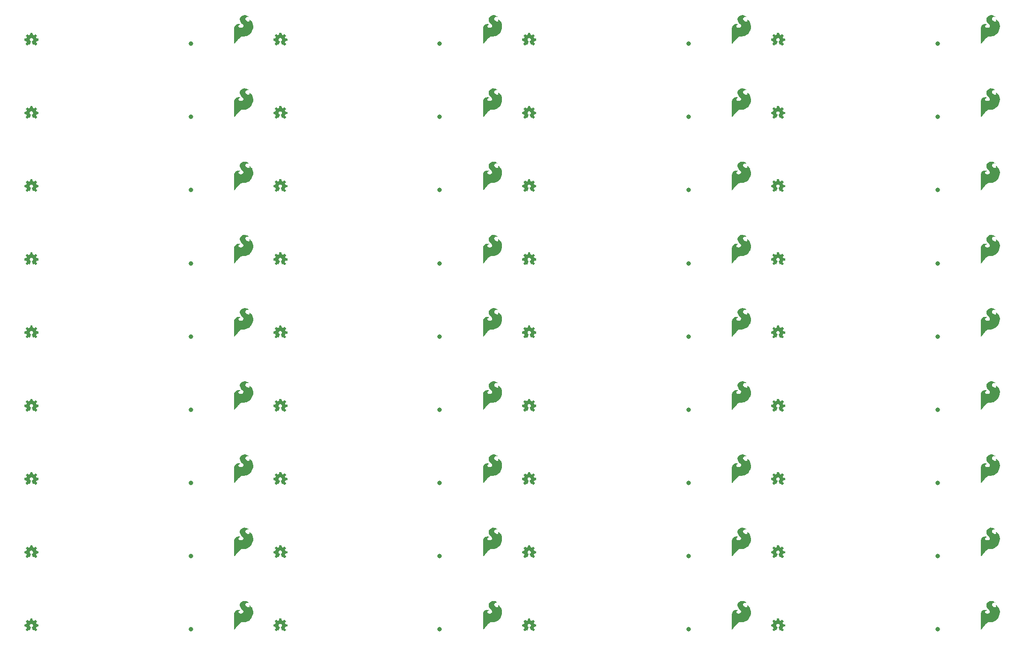
<source format=gto>
G04 EAGLE Gerber RS-274X export*
G75*
%MOMM*%
%FSLAX34Y34*%
%LPD*%
%INSilkscreen Top*%
%IPPOS*%
%AMOC8*
5,1,8,0,0,1.08239X$1,22.5*%
G01*
%ADD10C,0.803212*%

G36*
X1300693Y144722D02*
X1300693Y144722D01*
X1300777Y144725D01*
X1300778Y144726D01*
X1300779Y144726D01*
X1300857Y144768D01*
X1300930Y144807D01*
X1300930Y144808D01*
X1300931Y144808D01*
X1300935Y144814D01*
X1301018Y144922D01*
X1301091Y145067D01*
X1301447Y145424D01*
X1301454Y145435D01*
X1301467Y145445D01*
X1302067Y146145D01*
X1302071Y146152D01*
X1302078Y146159D01*
X1302770Y147048D01*
X1303661Y148038D01*
X1303664Y148044D01*
X1303670Y148049D01*
X1304665Y149242D01*
X1305758Y150435D01*
X1306957Y151734D01*
X1308257Y153134D01*
X1308261Y153141D01*
X1308268Y153147D01*
X1309358Y154435D01*
X1310440Y155517D01*
X1311415Y156394D01*
X1312367Y157061D01*
X1313408Y157534D01*
X1314429Y157812D01*
X1318278Y157812D01*
X1318298Y157817D01*
X1318325Y157815D01*
X1320725Y158115D01*
X1320747Y158123D01*
X1320778Y158126D01*
X1322978Y158726D01*
X1323001Y158738D01*
X1323034Y158746D01*
X1325034Y159646D01*
X1325053Y159660D01*
X1325081Y159671D01*
X1326981Y160871D01*
X1326992Y160882D01*
X1327009Y160890D01*
X1328709Y162190D01*
X1328726Y162211D01*
X1328755Y162232D01*
X1330255Y163832D01*
X1330263Y163846D01*
X1330278Y163859D01*
X1331678Y165659D01*
X1331691Y165686D01*
X1331716Y165719D01*
X1333616Y169419D01*
X1333624Y169450D01*
X1333644Y169491D01*
X1334644Y173091D01*
X1334646Y173124D01*
X1334658Y173171D01*
X1334858Y176671D01*
X1334852Y176703D01*
X1334854Y176749D01*
X1334354Y180049D01*
X1334343Y180078D01*
X1334336Y180120D01*
X1333336Y182920D01*
X1333322Y182942D01*
X1333312Y182974D01*
X1332012Y185374D01*
X1331986Y185403D01*
X1331947Y185461D01*
X1330247Y187161D01*
X1330217Y187180D01*
X1330180Y187215D01*
X1328580Y188215D01*
X1328514Y188237D01*
X1328450Y188266D01*
X1328433Y188265D01*
X1328416Y188271D01*
X1328347Y188262D01*
X1328277Y188259D01*
X1328262Y188251D01*
X1328244Y188248D01*
X1328186Y188209D01*
X1328125Y188176D01*
X1328115Y188162D01*
X1328100Y188152D01*
X1328065Y188091D01*
X1328025Y188035D01*
X1328022Y188015D01*
X1328014Y188001D01*
X1328011Y187962D01*
X1327998Y187892D01*
X1327998Y187292D01*
X1328005Y187262D01*
X1328005Y187218D01*
X1328091Y186786D01*
X1327915Y185726D01*
X1327676Y185328D01*
X1327261Y184913D01*
X1326700Y184673D01*
X1326131Y184673D01*
X1324816Y185048D01*
X1324075Y185419D01*
X1322713Y186392D01*
X1322036Y186972D01*
X1321577Y187431D01*
X1321100Y188194D01*
X1321097Y188198D01*
X1321094Y188203D01*
X1320727Y188754D01*
X1320550Y189376D01*
X1320463Y189892D01*
X1320546Y190389D01*
X1320725Y190837D01*
X1321000Y191386D01*
X1321354Y191829D01*
X1322092Y192474D01*
X1322470Y192663D01*
X1322811Y192834D01*
X1323545Y193017D01*
X1324399Y193112D01*
X1325631Y193112D01*
X1325986Y193024D01*
X1326022Y193023D01*
X1326078Y193012D01*
X1326178Y193012D01*
X1326239Y193026D01*
X1326302Y193033D01*
X1326323Y193046D01*
X1326347Y193052D01*
X1326395Y193092D01*
X1326448Y193125D01*
X1326461Y193146D01*
X1326480Y193162D01*
X1326506Y193219D01*
X1326539Y193273D01*
X1326541Y193297D01*
X1326551Y193320D01*
X1326549Y193383D01*
X1326555Y193445D01*
X1326546Y193468D01*
X1326545Y193493D01*
X1326515Y193548D01*
X1326492Y193607D01*
X1326472Y193626D01*
X1326462Y193645D01*
X1326431Y193667D01*
X1326389Y193709D01*
X1326095Y193905D01*
X1325399Y194402D01*
X1325384Y194408D01*
X1325370Y194421D01*
X1324170Y195121D01*
X1324146Y195128D01*
X1324119Y195145D01*
X1322619Y195745D01*
X1322601Y195748D01*
X1322580Y195759D01*
X1320780Y196259D01*
X1320746Y196260D01*
X1320697Y196272D01*
X1318697Y196372D01*
X1318659Y196365D01*
X1318594Y196363D01*
X1316394Y195863D01*
X1316360Y195847D01*
X1316302Y195830D01*
X1314002Y194630D01*
X1313977Y194608D01*
X1313936Y194586D01*
X1312236Y193186D01*
X1312213Y193155D01*
X1312165Y193108D01*
X1311065Y191508D01*
X1311051Y191472D01*
X1311019Y191419D01*
X1310419Y189719D01*
X1310416Y189685D01*
X1310414Y189674D01*
X1310405Y189654D01*
X1310406Y189633D01*
X1310398Y189592D01*
X1310398Y187892D01*
X1310407Y187854D01*
X1310413Y187785D01*
X1310913Y186085D01*
X1310927Y186060D01*
X1310938Y186022D01*
X1311838Y184222D01*
X1311857Y184199D01*
X1311876Y184161D01*
X1313176Y182461D01*
X1313193Y182447D01*
X1313209Y182424D01*
X1314900Y180733D01*
X1316156Y179284D01*
X1316798Y177908D01*
X1316798Y176650D01*
X1316439Y175484D01*
X1315627Y174582D01*
X1314517Y173842D01*
X1313225Y173473D01*
X1311729Y173473D01*
X1310689Y173756D01*
X1309869Y174030D01*
X1309236Y174572D01*
X1308691Y175118D01*
X1308434Y175631D01*
X1308258Y176246D01*
X1308258Y176831D01*
X1308419Y177314D01*
X1308666Y177643D01*
X1309032Y178009D01*
X1309511Y178392D01*
X1309866Y178658D01*
X1310319Y178839D01*
X1310331Y178848D01*
X1310348Y178852D01*
X1310592Y178974D01*
X1310948Y179152D01*
X1310977Y179176D01*
X1311047Y179224D01*
X1311147Y179324D01*
X1311160Y179345D01*
X1311180Y179362D01*
X1311206Y179418D01*
X1311238Y179471D01*
X1311241Y179496D01*
X1311251Y179520D01*
X1311249Y179582D01*
X1311255Y179643D01*
X1311246Y179667D01*
X1311245Y179693D01*
X1311215Y179747D01*
X1311193Y179805D01*
X1311174Y179823D01*
X1311162Y179845D01*
X1311112Y179881D01*
X1311066Y179923D01*
X1311041Y179930D01*
X1311020Y179945D01*
X1310936Y179961D01*
X1310900Y179972D01*
X1310890Y179970D01*
X1310878Y179973D01*
X1310840Y179973D01*
X1310609Y180050D01*
X1310119Y180245D01*
X1310084Y180251D01*
X1310032Y180269D01*
X1309332Y180369D01*
X1309308Y180367D01*
X1309278Y180373D01*
X1307478Y180373D01*
X1307448Y180366D01*
X1307403Y180365D01*
X1306403Y180165D01*
X1306393Y180160D01*
X1306378Y180159D01*
X1305278Y179859D01*
X1305261Y179850D01*
X1305237Y179845D01*
X1304237Y179445D01*
X1304210Y179427D01*
X1304167Y179409D01*
X1303267Y178809D01*
X1303246Y178786D01*
X1303209Y178761D01*
X1302409Y177961D01*
X1302398Y177944D01*
X1302378Y177926D01*
X1301678Y177026D01*
X1301667Y177002D01*
X1301644Y176975D01*
X1301044Y175875D01*
X1301035Y175842D01*
X1301012Y175797D01*
X1300612Y174397D01*
X1300611Y174372D01*
X1300601Y174340D01*
X1300401Y172740D01*
X1300402Y172727D01*
X1300398Y172712D01*
X1300298Y170812D01*
X1300300Y170803D01*
X1300298Y170792D01*
X1300298Y145092D01*
X1300318Y145007D01*
X1300337Y144925D01*
X1300337Y144924D01*
X1300394Y144855D01*
X1300446Y144791D01*
X1300447Y144791D01*
X1300447Y144790D01*
X1300525Y144755D01*
X1300604Y144719D01*
X1300605Y144719D01*
X1300606Y144719D01*
X1300693Y144722D01*
G37*
G36*
X1749892Y144722D02*
X1749892Y144722D01*
X1749976Y144725D01*
X1749977Y144726D01*
X1749978Y144726D01*
X1750056Y144768D01*
X1750129Y144807D01*
X1750129Y144808D01*
X1750130Y144808D01*
X1750134Y144814D01*
X1750217Y144922D01*
X1750290Y145067D01*
X1750646Y145424D01*
X1750653Y145435D01*
X1750666Y145445D01*
X1751266Y146145D01*
X1751270Y146152D01*
X1751277Y146159D01*
X1751969Y147048D01*
X1752860Y148038D01*
X1752863Y148044D01*
X1752869Y148049D01*
X1753864Y149242D01*
X1754957Y150435D01*
X1756156Y151734D01*
X1757456Y153134D01*
X1757460Y153141D01*
X1757467Y153147D01*
X1758557Y154435D01*
X1759639Y155517D01*
X1760614Y156394D01*
X1761566Y157061D01*
X1762607Y157534D01*
X1763628Y157812D01*
X1767477Y157812D01*
X1767497Y157817D01*
X1767524Y157815D01*
X1769924Y158115D01*
X1769946Y158123D01*
X1769977Y158126D01*
X1772177Y158726D01*
X1772200Y158738D01*
X1772233Y158746D01*
X1774233Y159646D01*
X1774252Y159660D01*
X1774280Y159671D01*
X1776180Y160871D01*
X1776191Y160882D01*
X1776208Y160890D01*
X1777908Y162190D01*
X1777925Y162211D01*
X1777954Y162232D01*
X1779454Y163832D01*
X1779462Y163846D01*
X1779477Y163859D01*
X1780877Y165659D01*
X1780890Y165686D01*
X1780915Y165719D01*
X1782815Y169419D01*
X1782823Y169450D01*
X1782843Y169491D01*
X1783843Y173091D01*
X1783845Y173124D01*
X1783857Y173171D01*
X1784057Y176671D01*
X1784051Y176703D01*
X1784053Y176749D01*
X1783553Y180049D01*
X1783542Y180078D01*
X1783535Y180120D01*
X1782535Y182920D01*
X1782521Y182942D01*
X1782511Y182974D01*
X1781211Y185374D01*
X1781185Y185403D01*
X1781146Y185461D01*
X1779446Y187161D01*
X1779416Y187180D01*
X1779379Y187215D01*
X1777779Y188215D01*
X1777713Y188237D01*
X1777649Y188266D01*
X1777632Y188265D01*
X1777615Y188271D01*
X1777546Y188262D01*
X1777476Y188259D01*
X1777461Y188251D01*
X1777443Y188248D01*
X1777385Y188209D01*
X1777324Y188176D01*
X1777314Y188162D01*
X1777299Y188152D01*
X1777264Y188091D01*
X1777224Y188035D01*
X1777221Y188015D01*
X1777213Y188001D01*
X1777210Y187962D01*
X1777197Y187892D01*
X1777197Y187292D01*
X1777204Y187262D01*
X1777204Y187218D01*
X1777290Y186786D01*
X1777114Y185726D01*
X1776875Y185328D01*
X1776460Y184913D01*
X1775899Y184673D01*
X1775330Y184673D01*
X1774015Y185048D01*
X1773274Y185419D01*
X1771912Y186392D01*
X1771235Y186972D01*
X1770776Y187431D01*
X1770299Y188194D01*
X1770296Y188198D01*
X1770293Y188203D01*
X1769926Y188754D01*
X1769749Y189376D01*
X1769662Y189892D01*
X1769745Y190389D01*
X1769924Y190837D01*
X1770199Y191386D01*
X1770553Y191829D01*
X1771291Y192474D01*
X1771669Y192663D01*
X1772010Y192834D01*
X1772744Y193017D01*
X1773598Y193112D01*
X1774830Y193112D01*
X1775185Y193024D01*
X1775221Y193023D01*
X1775277Y193012D01*
X1775377Y193012D01*
X1775438Y193026D01*
X1775501Y193033D01*
X1775522Y193046D01*
X1775546Y193052D01*
X1775594Y193092D01*
X1775647Y193125D01*
X1775660Y193146D01*
X1775679Y193162D01*
X1775705Y193219D01*
X1775738Y193273D01*
X1775740Y193297D01*
X1775750Y193320D01*
X1775748Y193383D01*
X1775754Y193445D01*
X1775745Y193468D01*
X1775744Y193493D01*
X1775714Y193548D01*
X1775691Y193607D01*
X1775671Y193626D01*
X1775661Y193645D01*
X1775630Y193667D01*
X1775588Y193709D01*
X1775294Y193905D01*
X1774598Y194402D01*
X1774583Y194408D01*
X1774569Y194421D01*
X1773369Y195121D01*
X1773345Y195128D01*
X1773318Y195145D01*
X1771818Y195745D01*
X1771800Y195748D01*
X1771779Y195759D01*
X1769979Y196259D01*
X1769945Y196260D01*
X1769896Y196272D01*
X1767896Y196372D01*
X1767858Y196365D01*
X1767793Y196363D01*
X1765593Y195863D01*
X1765559Y195847D01*
X1765501Y195830D01*
X1763201Y194630D01*
X1763176Y194608D01*
X1763135Y194586D01*
X1761435Y193186D01*
X1761412Y193155D01*
X1761364Y193108D01*
X1760264Y191508D01*
X1760250Y191472D01*
X1760218Y191419D01*
X1759618Y189719D01*
X1759615Y189685D01*
X1759613Y189674D01*
X1759604Y189654D01*
X1759605Y189633D01*
X1759597Y189592D01*
X1759597Y187892D01*
X1759606Y187854D01*
X1759612Y187785D01*
X1760112Y186085D01*
X1760126Y186060D01*
X1760137Y186022D01*
X1761037Y184222D01*
X1761056Y184199D01*
X1761075Y184161D01*
X1762375Y182461D01*
X1762392Y182447D01*
X1762408Y182424D01*
X1764099Y180733D01*
X1765355Y179284D01*
X1765997Y177908D01*
X1765997Y176650D01*
X1765638Y175484D01*
X1764826Y174582D01*
X1763716Y173842D01*
X1762424Y173473D01*
X1760928Y173473D01*
X1759888Y173756D01*
X1759068Y174030D01*
X1758435Y174572D01*
X1757890Y175118D01*
X1757633Y175631D01*
X1757457Y176246D01*
X1757457Y176831D01*
X1757618Y177314D01*
X1757865Y177643D01*
X1758231Y178009D01*
X1758710Y178392D01*
X1759065Y178658D01*
X1759518Y178839D01*
X1759530Y178848D01*
X1759547Y178852D01*
X1759791Y178974D01*
X1760147Y179152D01*
X1760176Y179176D01*
X1760246Y179224D01*
X1760346Y179324D01*
X1760359Y179345D01*
X1760379Y179362D01*
X1760405Y179418D01*
X1760437Y179471D01*
X1760440Y179496D01*
X1760450Y179520D01*
X1760448Y179582D01*
X1760454Y179643D01*
X1760445Y179667D01*
X1760444Y179693D01*
X1760414Y179747D01*
X1760392Y179805D01*
X1760373Y179823D01*
X1760361Y179845D01*
X1760311Y179881D01*
X1760265Y179923D01*
X1760240Y179930D01*
X1760219Y179945D01*
X1760135Y179961D01*
X1760099Y179972D01*
X1760089Y179970D01*
X1760077Y179973D01*
X1760039Y179973D01*
X1759808Y180050D01*
X1759318Y180245D01*
X1759283Y180251D01*
X1759231Y180269D01*
X1758531Y180369D01*
X1758507Y180367D01*
X1758477Y180373D01*
X1756677Y180373D01*
X1756647Y180366D01*
X1756602Y180365D01*
X1755602Y180165D01*
X1755592Y180160D01*
X1755577Y180159D01*
X1754477Y179859D01*
X1754460Y179850D01*
X1754436Y179845D01*
X1753436Y179445D01*
X1753409Y179427D01*
X1753366Y179409D01*
X1752466Y178809D01*
X1752445Y178786D01*
X1752408Y178761D01*
X1751608Y177961D01*
X1751597Y177944D01*
X1751577Y177926D01*
X1750877Y177026D01*
X1750866Y177002D01*
X1750843Y176975D01*
X1750243Y175875D01*
X1750234Y175842D01*
X1750211Y175797D01*
X1749811Y174397D01*
X1749810Y174372D01*
X1749800Y174340D01*
X1749600Y172740D01*
X1749601Y172727D01*
X1749597Y172712D01*
X1749497Y170812D01*
X1749499Y170803D01*
X1749497Y170792D01*
X1749497Y145092D01*
X1749517Y145007D01*
X1749536Y144925D01*
X1749536Y144924D01*
X1749593Y144855D01*
X1749645Y144791D01*
X1749646Y144791D01*
X1749646Y144790D01*
X1749724Y144755D01*
X1749803Y144719D01*
X1749804Y144719D01*
X1749805Y144719D01*
X1749892Y144722D01*
G37*
G36*
X1749892Y12490D02*
X1749892Y12490D01*
X1749976Y12493D01*
X1749977Y12493D01*
X1749978Y12493D01*
X1750056Y12536D01*
X1750129Y12575D01*
X1750129Y12576D01*
X1750130Y12576D01*
X1750134Y12582D01*
X1750217Y12690D01*
X1750290Y12835D01*
X1750646Y13191D01*
X1750653Y13202D01*
X1750666Y13213D01*
X1751266Y13913D01*
X1751270Y13920D01*
X1751277Y13927D01*
X1751969Y14816D01*
X1752860Y15806D01*
X1752863Y15811D01*
X1752869Y15817D01*
X1753864Y17010D01*
X1754957Y18203D01*
X1756156Y19501D01*
X1757456Y20901D01*
X1757460Y20908D01*
X1757467Y20914D01*
X1758557Y22202D01*
X1759639Y23284D01*
X1760614Y24162D01*
X1761566Y24828D01*
X1762607Y25301D01*
X1763628Y25580D01*
X1767477Y25580D01*
X1767497Y25585D01*
X1767524Y25583D01*
X1769924Y25883D01*
X1769946Y25891D01*
X1769977Y25893D01*
X1772177Y26493D01*
X1772200Y26505D01*
X1772233Y26513D01*
X1774233Y27413D01*
X1774252Y27427D01*
X1774280Y27439D01*
X1776180Y28639D01*
X1776191Y28649D01*
X1776208Y28658D01*
X1777908Y29958D01*
X1777925Y29979D01*
X1777954Y30000D01*
X1779454Y31600D01*
X1779462Y31614D01*
X1779477Y31627D01*
X1780877Y33427D01*
X1780890Y33454D01*
X1780915Y33486D01*
X1782815Y37186D01*
X1782823Y37217D01*
X1782843Y37258D01*
X1783843Y40858D01*
X1783845Y40892D01*
X1783857Y40938D01*
X1784057Y44438D01*
X1784051Y44470D01*
X1784053Y44517D01*
X1783553Y47817D01*
X1783542Y47846D01*
X1783535Y47888D01*
X1782535Y50688D01*
X1782521Y50709D01*
X1782511Y50741D01*
X1781211Y53141D01*
X1781185Y53170D01*
X1781146Y53229D01*
X1779446Y54929D01*
X1779416Y54947D01*
X1779379Y54982D01*
X1777779Y55982D01*
X1777713Y56005D01*
X1777649Y56033D01*
X1777632Y56033D01*
X1777615Y56038D01*
X1777546Y56029D01*
X1777476Y56027D01*
X1777461Y56018D01*
X1777443Y56016D01*
X1777385Y55977D01*
X1777324Y55944D01*
X1777314Y55929D01*
X1777299Y55919D01*
X1777264Y55859D01*
X1777224Y55802D01*
X1777221Y55783D01*
X1777213Y55769D01*
X1777210Y55730D01*
X1777197Y55660D01*
X1777197Y55060D01*
X1777204Y55030D01*
X1777204Y54985D01*
X1777290Y54554D01*
X1777114Y53494D01*
X1776875Y53096D01*
X1776460Y52681D01*
X1775899Y52440D01*
X1775330Y52440D01*
X1774015Y52816D01*
X1773274Y53187D01*
X1771912Y54160D01*
X1771235Y54739D01*
X1770776Y55198D01*
X1770299Y55962D01*
X1770296Y55965D01*
X1770293Y55971D01*
X1769926Y56522D01*
X1769749Y57144D01*
X1769662Y57660D01*
X1769745Y58157D01*
X1769924Y58604D01*
X1770199Y59154D01*
X1770553Y59596D01*
X1771291Y60242D01*
X1771669Y60431D01*
X1772010Y60601D01*
X1772744Y60785D01*
X1773598Y60880D01*
X1774830Y60880D01*
X1775185Y60791D01*
X1775221Y60791D01*
X1775277Y60780D01*
X1775377Y60780D01*
X1775438Y60794D01*
X1775501Y60800D01*
X1775522Y60814D01*
X1775546Y60819D01*
X1775594Y60859D01*
X1775647Y60893D01*
X1775660Y60914D01*
X1775679Y60929D01*
X1775705Y60987D01*
X1775738Y61040D01*
X1775740Y61065D01*
X1775750Y61088D01*
X1775748Y61150D01*
X1775754Y61213D01*
X1775745Y61236D01*
X1775744Y61261D01*
X1775714Y61316D01*
X1775691Y61375D01*
X1775671Y61394D01*
X1775661Y61413D01*
X1775630Y61434D01*
X1775588Y61476D01*
X1775294Y61673D01*
X1774598Y62169D01*
X1774583Y62175D01*
X1774569Y62188D01*
X1773369Y62888D01*
X1773345Y62896D01*
X1773318Y62913D01*
X1771818Y63513D01*
X1771800Y63516D01*
X1771779Y63526D01*
X1769979Y64026D01*
X1769945Y64028D01*
X1769896Y64040D01*
X1767896Y64140D01*
X1767858Y64133D01*
X1767793Y64131D01*
X1765593Y63631D01*
X1765559Y63614D01*
X1765501Y63597D01*
X1763201Y62397D01*
X1763176Y62376D01*
X1763135Y62354D01*
X1761435Y60954D01*
X1761412Y60923D01*
X1761364Y60875D01*
X1760264Y59275D01*
X1760250Y59240D01*
X1760218Y59187D01*
X1759618Y57487D01*
X1759615Y57452D01*
X1759613Y57441D01*
X1759604Y57422D01*
X1759605Y57400D01*
X1759597Y57360D01*
X1759597Y55660D01*
X1759606Y55622D01*
X1759612Y55553D01*
X1760112Y53853D01*
X1760126Y53828D01*
X1760137Y53790D01*
X1761037Y51990D01*
X1761056Y51967D01*
X1761075Y51929D01*
X1762375Y50229D01*
X1762392Y50215D01*
X1762408Y50191D01*
X1764099Y48501D01*
X1765355Y47051D01*
X1765997Y45676D01*
X1765997Y44417D01*
X1765638Y43252D01*
X1764826Y42350D01*
X1763716Y41609D01*
X1762424Y41240D01*
X1760928Y41240D01*
X1759888Y41524D01*
X1759068Y41797D01*
X1758435Y42339D01*
X1757890Y42885D01*
X1757633Y43398D01*
X1757457Y44013D01*
X1757457Y44598D01*
X1757618Y45081D01*
X1757865Y45410D01*
X1758231Y45776D01*
X1758710Y46159D01*
X1759065Y46426D01*
X1759518Y46607D01*
X1759530Y46615D01*
X1759547Y46620D01*
X1759791Y46742D01*
X1760147Y46920D01*
X1760176Y46944D01*
X1760246Y46991D01*
X1760346Y47091D01*
X1760359Y47113D01*
X1760379Y47129D01*
X1760405Y47186D01*
X1760437Y47238D01*
X1760440Y47264D01*
X1760450Y47288D01*
X1760448Y47349D01*
X1760454Y47411D01*
X1760445Y47435D01*
X1760444Y47461D01*
X1760414Y47515D01*
X1760392Y47573D01*
X1760373Y47590D01*
X1760361Y47613D01*
X1760311Y47648D01*
X1760265Y47690D01*
X1760240Y47698D01*
X1760219Y47713D01*
X1760135Y47729D01*
X1760099Y47740D01*
X1760089Y47738D01*
X1760077Y47740D01*
X1760039Y47740D01*
X1759808Y47817D01*
X1759318Y48013D01*
X1759283Y48018D01*
X1759231Y48036D01*
X1758531Y48136D01*
X1758507Y48134D01*
X1758477Y48140D01*
X1756677Y48140D01*
X1756647Y48133D01*
X1756602Y48133D01*
X1755602Y47933D01*
X1755592Y47928D01*
X1755577Y47927D01*
X1754477Y47627D01*
X1754460Y47618D01*
X1754436Y47613D01*
X1753436Y47213D01*
X1753409Y47194D01*
X1753366Y47176D01*
X1752466Y46576D01*
X1752445Y46554D01*
X1752408Y46529D01*
X1751608Y45729D01*
X1751597Y45711D01*
X1751577Y45693D01*
X1750877Y44793D01*
X1750866Y44769D01*
X1750843Y44742D01*
X1750243Y43642D01*
X1750234Y43609D01*
X1750211Y43564D01*
X1749811Y42164D01*
X1749810Y42139D01*
X1749800Y42107D01*
X1749600Y40507D01*
X1749601Y40495D01*
X1749597Y40480D01*
X1749497Y38580D01*
X1749499Y38571D01*
X1749497Y38560D01*
X1749497Y12860D01*
X1749517Y12775D01*
X1749536Y12693D01*
X1749536Y12692D01*
X1749536Y12691D01*
X1749593Y12623D01*
X1749645Y12559D01*
X1749646Y12558D01*
X1749724Y12523D01*
X1749803Y12487D01*
X1749804Y12487D01*
X1749805Y12487D01*
X1749892Y12490D01*
G37*
G36*
X1300693Y12490D02*
X1300693Y12490D01*
X1300777Y12493D01*
X1300778Y12493D01*
X1300779Y12493D01*
X1300857Y12536D01*
X1300930Y12575D01*
X1300930Y12576D01*
X1300931Y12576D01*
X1300935Y12582D01*
X1301018Y12690D01*
X1301091Y12835D01*
X1301447Y13191D01*
X1301454Y13202D01*
X1301467Y13213D01*
X1302067Y13913D01*
X1302071Y13920D01*
X1302078Y13927D01*
X1302770Y14816D01*
X1303661Y15806D01*
X1303664Y15811D01*
X1303670Y15817D01*
X1304665Y17010D01*
X1305758Y18203D01*
X1306957Y19501D01*
X1308257Y20901D01*
X1308261Y20908D01*
X1308268Y20914D01*
X1309358Y22202D01*
X1310440Y23284D01*
X1311415Y24162D01*
X1312367Y24828D01*
X1313408Y25301D01*
X1314429Y25580D01*
X1318278Y25580D01*
X1318298Y25585D01*
X1318325Y25583D01*
X1320725Y25883D01*
X1320747Y25891D01*
X1320778Y25893D01*
X1322978Y26493D01*
X1323001Y26505D01*
X1323034Y26513D01*
X1325034Y27413D01*
X1325053Y27427D01*
X1325081Y27439D01*
X1326981Y28639D01*
X1326992Y28649D01*
X1327009Y28658D01*
X1328709Y29958D01*
X1328726Y29979D01*
X1328755Y30000D01*
X1330255Y31600D01*
X1330263Y31614D01*
X1330278Y31627D01*
X1331678Y33427D01*
X1331691Y33454D01*
X1331716Y33486D01*
X1333616Y37186D01*
X1333624Y37217D01*
X1333644Y37258D01*
X1334644Y40858D01*
X1334646Y40892D01*
X1334658Y40938D01*
X1334858Y44438D01*
X1334852Y44470D01*
X1334854Y44517D01*
X1334354Y47817D01*
X1334343Y47846D01*
X1334336Y47888D01*
X1333336Y50688D01*
X1333322Y50709D01*
X1333312Y50741D01*
X1332012Y53141D01*
X1331986Y53170D01*
X1331947Y53229D01*
X1330247Y54929D01*
X1330217Y54947D01*
X1330180Y54982D01*
X1328580Y55982D01*
X1328514Y56005D01*
X1328450Y56033D01*
X1328433Y56033D01*
X1328416Y56038D01*
X1328347Y56029D01*
X1328277Y56027D01*
X1328262Y56018D01*
X1328244Y56016D01*
X1328186Y55977D01*
X1328125Y55944D01*
X1328115Y55929D01*
X1328100Y55919D01*
X1328065Y55859D01*
X1328025Y55802D01*
X1328022Y55783D01*
X1328014Y55769D01*
X1328011Y55730D01*
X1327998Y55660D01*
X1327998Y55060D01*
X1328005Y55030D01*
X1328005Y54985D01*
X1328091Y54554D01*
X1327915Y53494D01*
X1327676Y53096D01*
X1327261Y52681D01*
X1326700Y52440D01*
X1326131Y52440D01*
X1324816Y52816D01*
X1324075Y53187D01*
X1322713Y54160D01*
X1322036Y54739D01*
X1321577Y55198D01*
X1321100Y55962D01*
X1321097Y55965D01*
X1321094Y55971D01*
X1320727Y56522D01*
X1320550Y57144D01*
X1320463Y57660D01*
X1320546Y58157D01*
X1320725Y58604D01*
X1321000Y59154D01*
X1321354Y59596D01*
X1322092Y60242D01*
X1322470Y60431D01*
X1322811Y60601D01*
X1323545Y60785D01*
X1324399Y60880D01*
X1325631Y60880D01*
X1325986Y60791D01*
X1326022Y60791D01*
X1326078Y60780D01*
X1326178Y60780D01*
X1326239Y60794D01*
X1326302Y60800D01*
X1326323Y60814D01*
X1326347Y60819D01*
X1326395Y60859D01*
X1326448Y60893D01*
X1326461Y60914D01*
X1326480Y60929D01*
X1326506Y60987D01*
X1326539Y61040D01*
X1326541Y61065D01*
X1326551Y61088D01*
X1326549Y61150D01*
X1326555Y61213D01*
X1326546Y61236D01*
X1326545Y61261D01*
X1326515Y61316D01*
X1326492Y61375D01*
X1326472Y61394D01*
X1326462Y61413D01*
X1326431Y61434D01*
X1326389Y61476D01*
X1326095Y61673D01*
X1325399Y62169D01*
X1325384Y62175D01*
X1325370Y62188D01*
X1324170Y62888D01*
X1324146Y62896D01*
X1324119Y62913D01*
X1322619Y63513D01*
X1322601Y63516D01*
X1322580Y63526D01*
X1320780Y64026D01*
X1320746Y64028D01*
X1320697Y64040D01*
X1318697Y64140D01*
X1318659Y64133D01*
X1318594Y64131D01*
X1316394Y63631D01*
X1316360Y63614D01*
X1316302Y63597D01*
X1314002Y62397D01*
X1313977Y62376D01*
X1313936Y62354D01*
X1312236Y60954D01*
X1312213Y60923D01*
X1312165Y60875D01*
X1311065Y59275D01*
X1311051Y59240D01*
X1311019Y59187D01*
X1310419Y57487D01*
X1310416Y57452D01*
X1310414Y57441D01*
X1310405Y57422D01*
X1310406Y57400D01*
X1310398Y57360D01*
X1310398Y55660D01*
X1310407Y55622D01*
X1310413Y55553D01*
X1310913Y53853D01*
X1310927Y53828D01*
X1310938Y53790D01*
X1311838Y51990D01*
X1311857Y51967D01*
X1311876Y51929D01*
X1313176Y50229D01*
X1313193Y50215D01*
X1313209Y50191D01*
X1314900Y48501D01*
X1316156Y47051D01*
X1316798Y45676D01*
X1316798Y44417D01*
X1316439Y43252D01*
X1315627Y42350D01*
X1314517Y41609D01*
X1313225Y41240D01*
X1311729Y41240D01*
X1310689Y41524D01*
X1309869Y41797D01*
X1309236Y42339D01*
X1308691Y42885D01*
X1308434Y43398D01*
X1308258Y44013D01*
X1308258Y44598D01*
X1308419Y45081D01*
X1308666Y45410D01*
X1309032Y45776D01*
X1309511Y46159D01*
X1309866Y46426D01*
X1310319Y46607D01*
X1310331Y46615D01*
X1310348Y46620D01*
X1310592Y46742D01*
X1310948Y46920D01*
X1310977Y46944D01*
X1311047Y46991D01*
X1311147Y47091D01*
X1311160Y47113D01*
X1311180Y47129D01*
X1311206Y47186D01*
X1311238Y47238D01*
X1311241Y47264D01*
X1311251Y47288D01*
X1311249Y47349D01*
X1311255Y47411D01*
X1311246Y47435D01*
X1311245Y47461D01*
X1311215Y47515D01*
X1311193Y47573D01*
X1311174Y47590D01*
X1311162Y47613D01*
X1311112Y47648D01*
X1311066Y47690D01*
X1311041Y47698D01*
X1311020Y47713D01*
X1310936Y47729D01*
X1310900Y47740D01*
X1310890Y47738D01*
X1310878Y47740D01*
X1310840Y47740D01*
X1310609Y47817D01*
X1310119Y48013D01*
X1310084Y48018D01*
X1310032Y48036D01*
X1309332Y48136D01*
X1309308Y48134D01*
X1309278Y48140D01*
X1307478Y48140D01*
X1307448Y48133D01*
X1307403Y48133D01*
X1306403Y47933D01*
X1306393Y47928D01*
X1306378Y47927D01*
X1305278Y47627D01*
X1305261Y47618D01*
X1305237Y47613D01*
X1304237Y47213D01*
X1304210Y47194D01*
X1304167Y47176D01*
X1303267Y46576D01*
X1303246Y46554D01*
X1303209Y46529D01*
X1302409Y45729D01*
X1302398Y45711D01*
X1302378Y45693D01*
X1301678Y44793D01*
X1301667Y44769D01*
X1301644Y44742D01*
X1301044Y43642D01*
X1301035Y43609D01*
X1301012Y43564D01*
X1300612Y42164D01*
X1300611Y42139D01*
X1300601Y42107D01*
X1300401Y40507D01*
X1300402Y40495D01*
X1300398Y40480D01*
X1300298Y38580D01*
X1300300Y38571D01*
X1300298Y38560D01*
X1300298Y12860D01*
X1300318Y12775D01*
X1300337Y12693D01*
X1300337Y12692D01*
X1300337Y12691D01*
X1300394Y12623D01*
X1300446Y12559D01*
X1300447Y12558D01*
X1300525Y12523D01*
X1300604Y12487D01*
X1300605Y12487D01*
X1300606Y12487D01*
X1300693Y12490D01*
G37*
G36*
X402295Y12490D02*
X402295Y12490D01*
X402379Y12493D01*
X402380Y12493D01*
X402381Y12493D01*
X402459Y12536D01*
X402532Y12575D01*
X402532Y12576D01*
X402533Y12576D01*
X402537Y12582D01*
X402620Y12690D01*
X402693Y12835D01*
X403049Y13191D01*
X403056Y13202D01*
X403069Y13213D01*
X403669Y13913D01*
X403673Y13920D01*
X403680Y13927D01*
X404372Y14816D01*
X405263Y15806D01*
X405266Y15811D01*
X405272Y15817D01*
X406267Y17010D01*
X407360Y18203D01*
X408559Y19501D01*
X409859Y20901D01*
X409863Y20908D01*
X409870Y20914D01*
X410960Y22202D01*
X412042Y23284D01*
X413017Y24162D01*
X413969Y24828D01*
X415010Y25301D01*
X416031Y25580D01*
X419880Y25580D01*
X419900Y25585D01*
X419927Y25583D01*
X422327Y25883D01*
X422349Y25891D01*
X422380Y25893D01*
X424580Y26493D01*
X424603Y26505D01*
X424636Y26513D01*
X426636Y27413D01*
X426655Y27427D01*
X426683Y27439D01*
X428583Y28639D01*
X428594Y28649D01*
X428611Y28658D01*
X430311Y29958D01*
X430328Y29979D01*
X430357Y30000D01*
X431857Y31600D01*
X431865Y31614D01*
X431880Y31627D01*
X433280Y33427D01*
X433293Y33454D01*
X433318Y33486D01*
X435218Y37186D01*
X435226Y37217D01*
X435246Y37258D01*
X436246Y40858D01*
X436248Y40892D01*
X436260Y40938D01*
X436460Y44438D01*
X436454Y44470D01*
X436456Y44517D01*
X435956Y47817D01*
X435945Y47846D01*
X435938Y47888D01*
X434938Y50688D01*
X434924Y50709D01*
X434914Y50741D01*
X433614Y53141D01*
X433588Y53170D01*
X433549Y53229D01*
X431849Y54929D01*
X431819Y54947D01*
X431782Y54982D01*
X430182Y55982D01*
X430116Y56005D01*
X430052Y56033D01*
X430035Y56033D01*
X430018Y56038D01*
X429949Y56029D01*
X429879Y56027D01*
X429864Y56018D01*
X429846Y56016D01*
X429788Y55977D01*
X429727Y55944D01*
X429717Y55929D01*
X429702Y55919D01*
X429667Y55859D01*
X429627Y55802D01*
X429624Y55783D01*
X429616Y55769D01*
X429613Y55730D01*
X429600Y55660D01*
X429600Y55060D01*
X429607Y55030D01*
X429607Y54985D01*
X429693Y54554D01*
X429517Y53494D01*
X429278Y53096D01*
X428863Y52681D01*
X428302Y52440D01*
X427733Y52440D01*
X426418Y52816D01*
X425677Y53187D01*
X424315Y54160D01*
X423638Y54739D01*
X423179Y55198D01*
X422702Y55962D01*
X422699Y55965D01*
X422696Y55971D01*
X422329Y56522D01*
X422152Y57144D01*
X422065Y57660D01*
X422148Y58157D01*
X422327Y58604D01*
X422602Y59154D01*
X422956Y59596D01*
X423694Y60242D01*
X424072Y60431D01*
X424413Y60601D01*
X425147Y60785D01*
X426001Y60880D01*
X427233Y60880D01*
X427588Y60791D01*
X427624Y60791D01*
X427680Y60780D01*
X427780Y60780D01*
X427841Y60794D01*
X427904Y60800D01*
X427925Y60814D01*
X427949Y60819D01*
X427997Y60859D01*
X428050Y60893D01*
X428063Y60914D01*
X428082Y60929D01*
X428108Y60987D01*
X428141Y61040D01*
X428143Y61065D01*
X428153Y61088D01*
X428151Y61150D01*
X428157Y61213D01*
X428148Y61236D01*
X428147Y61261D01*
X428117Y61316D01*
X428094Y61375D01*
X428074Y61394D01*
X428064Y61413D01*
X428033Y61434D01*
X427991Y61476D01*
X427697Y61673D01*
X427001Y62169D01*
X426986Y62175D01*
X426972Y62188D01*
X425772Y62888D01*
X425748Y62896D01*
X425721Y62913D01*
X424221Y63513D01*
X424203Y63516D01*
X424182Y63526D01*
X422382Y64026D01*
X422348Y64028D01*
X422299Y64040D01*
X420299Y64140D01*
X420261Y64133D01*
X420196Y64131D01*
X417996Y63631D01*
X417962Y63614D01*
X417904Y63597D01*
X415604Y62397D01*
X415579Y62376D01*
X415538Y62354D01*
X413838Y60954D01*
X413815Y60923D01*
X413767Y60875D01*
X412667Y59275D01*
X412653Y59240D01*
X412621Y59187D01*
X412021Y57487D01*
X412018Y57452D01*
X412016Y57441D01*
X412007Y57422D01*
X412008Y57400D01*
X412000Y57360D01*
X412000Y55660D01*
X412009Y55622D01*
X412015Y55553D01*
X412515Y53853D01*
X412529Y53828D01*
X412540Y53790D01*
X413440Y51990D01*
X413459Y51967D01*
X413478Y51929D01*
X414778Y50229D01*
X414795Y50215D01*
X414811Y50191D01*
X416502Y48501D01*
X417758Y47051D01*
X418400Y45676D01*
X418400Y44417D01*
X418041Y43252D01*
X417229Y42350D01*
X416119Y41609D01*
X414827Y41240D01*
X413331Y41240D01*
X412291Y41524D01*
X411471Y41797D01*
X410838Y42339D01*
X410293Y42885D01*
X410036Y43398D01*
X409860Y44013D01*
X409860Y44598D01*
X410021Y45081D01*
X410268Y45410D01*
X410634Y45776D01*
X411113Y46159D01*
X411468Y46426D01*
X411921Y46607D01*
X411933Y46615D01*
X411950Y46620D01*
X412194Y46742D01*
X412550Y46920D01*
X412579Y46944D01*
X412649Y46991D01*
X412749Y47091D01*
X412762Y47113D01*
X412782Y47129D01*
X412808Y47186D01*
X412840Y47238D01*
X412843Y47264D01*
X412853Y47288D01*
X412851Y47349D01*
X412857Y47411D01*
X412848Y47435D01*
X412847Y47461D01*
X412817Y47515D01*
X412795Y47573D01*
X412776Y47590D01*
X412764Y47613D01*
X412714Y47648D01*
X412668Y47690D01*
X412643Y47698D01*
X412622Y47713D01*
X412538Y47729D01*
X412502Y47740D01*
X412492Y47738D01*
X412480Y47740D01*
X412442Y47740D01*
X412211Y47817D01*
X411721Y48013D01*
X411686Y48018D01*
X411634Y48036D01*
X410934Y48136D01*
X410910Y48134D01*
X410880Y48140D01*
X409080Y48140D01*
X409050Y48133D01*
X409005Y48133D01*
X408005Y47933D01*
X407995Y47928D01*
X407980Y47927D01*
X406880Y47627D01*
X406863Y47618D01*
X406839Y47613D01*
X405839Y47213D01*
X405812Y47194D01*
X405769Y47176D01*
X404869Y46576D01*
X404848Y46554D01*
X404811Y46529D01*
X404011Y45729D01*
X404000Y45711D01*
X403980Y45693D01*
X403280Y44793D01*
X403269Y44769D01*
X403246Y44742D01*
X402646Y43642D01*
X402637Y43609D01*
X402614Y43564D01*
X402214Y42164D01*
X402213Y42139D01*
X402203Y42107D01*
X402003Y40507D01*
X402004Y40495D01*
X402000Y40480D01*
X401900Y38580D01*
X401902Y38571D01*
X401900Y38560D01*
X401900Y12860D01*
X401920Y12775D01*
X401939Y12693D01*
X401939Y12692D01*
X401939Y12691D01*
X401996Y12623D01*
X402048Y12559D01*
X402049Y12558D01*
X402127Y12523D01*
X402206Y12487D01*
X402207Y12487D01*
X402208Y12487D01*
X402295Y12490D01*
G37*
G36*
X402295Y541369D02*
X402295Y541369D01*
X402379Y541372D01*
X402380Y541372D01*
X402381Y541372D01*
X402459Y541415D01*
X402532Y541454D01*
X402532Y541455D01*
X402533Y541455D01*
X402537Y541460D01*
X402620Y541569D01*
X402693Y541714D01*
X403049Y542070D01*
X403056Y542081D01*
X403069Y542091D01*
X403669Y542791D01*
X403673Y542799D01*
X403680Y542805D01*
X404372Y543695D01*
X405263Y544684D01*
X405266Y544690D01*
X405272Y544695D01*
X406267Y545889D01*
X407360Y547082D01*
X408559Y548380D01*
X409859Y549780D01*
X409863Y549787D01*
X409870Y549793D01*
X410960Y551081D01*
X412042Y552163D01*
X413017Y553041D01*
X413969Y553707D01*
X415010Y554180D01*
X416031Y554459D01*
X419880Y554459D01*
X419900Y554463D01*
X419927Y554462D01*
X422327Y554762D01*
X422349Y554770D01*
X422380Y554772D01*
X424580Y555372D01*
X424603Y555384D01*
X424636Y555392D01*
X426636Y556292D01*
X426655Y556306D01*
X426683Y556317D01*
X428583Y557517D01*
X428594Y557528D01*
X428611Y557537D01*
X430311Y558837D01*
X430328Y558858D01*
X430357Y558879D01*
X431857Y560479D01*
X431865Y560492D01*
X431880Y560505D01*
X433280Y562305D01*
X433293Y562333D01*
X433318Y562365D01*
X435218Y566065D01*
X435226Y566096D01*
X435246Y566137D01*
X436246Y569737D01*
X436248Y569770D01*
X436260Y569817D01*
X436460Y573317D01*
X436454Y573349D01*
X436456Y573396D01*
X435956Y576696D01*
X435945Y576724D01*
X435938Y576767D01*
X434938Y579567D01*
X434924Y579588D01*
X434914Y579620D01*
X433614Y582020D01*
X433588Y582049D01*
X433549Y582108D01*
X431849Y583808D01*
X431819Y583826D01*
X431782Y583861D01*
X430182Y584861D01*
X430116Y584884D01*
X430052Y584912D01*
X430035Y584911D01*
X430018Y584917D01*
X429949Y584908D01*
X429879Y584906D01*
X429864Y584897D01*
X429846Y584895D01*
X429788Y584856D01*
X429727Y584823D01*
X429717Y584808D01*
X429702Y584798D01*
X429667Y584738D01*
X429627Y584681D01*
X429624Y584662D01*
X429616Y584648D01*
X429613Y584609D01*
X429600Y584539D01*
X429600Y583939D01*
X429607Y583908D01*
X429607Y583864D01*
X429693Y583433D01*
X429517Y582373D01*
X429278Y581975D01*
X428863Y581559D01*
X428302Y581319D01*
X427733Y581319D01*
X426418Y581695D01*
X425677Y582066D01*
X424315Y583039D01*
X423638Y583618D01*
X423179Y584077D01*
X422702Y584840D01*
X422699Y584844D01*
X422696Y584850D01*
X422329Y585400D01*
X422152Y586023D01*
X422065Y586539D01*
X422148Y587036D01*
X422327Y587483D01*
X422602Y588033D01*
X422956Y588475D01*
X423694Y589121D01*
X424072Y589310D01*
X424413Y589480D01*
X425147Y589664D01*
X426001Y589759D01*
X427233Y589759D01*
X427588Y589670D01*
X427624Y589669D01*
X427680Y589659D01*
X427780Y589659D01*
X427841Y589673D01*
X427904Y589679D01*
X427925Y589692D01*
X427949Y589698D01*
X427997Y589738D01*
X428050Y589771D01*
X428063Y589793D01*
X428082Y589808D01*
X428108Y589866D01*
X428141Y589919D01*
X428143Y589944D01*
X428153Y589966D01*
X428151Y590029D01*
X428157Y590092D01*
X428148Y590115D01*
X428147Y590140D01*
X428117Y590195D01*
X428094Y590253D01*
X428074Y590273D01*
X428064Y590292D01*
X428033Y590313D01*
X427991Y590355D01*
X427697Y590551D01*
X427001Y591048D01*
X426986Y591054D01*
X426972Y591067D01*
X425772Y591767D01*
X425748Y591774D01*
X425721Y591792D01*
X424221Y592392D01*
X424203Y592395D01*
X424182Y592405D01*
X422382Y592905D01*
X422348Y592907D01*
X422299Y592919D01*
X420299Y593019D01*
X420261Y593012D01*
X420196Y593010D01*
X417996Y592510D01*
X417962Y592493D01*
X417904Y592476D01*
X415604Y591276D01*
X415579Y591255D01*
X415538Y591232D01*
X413838Y589832D01*
X413815Y589801D01*
X413767Y589754D01*
X412667Y588154D01*
X412653Y588119D01*
X412621Y588065D01*
X412021Y586365D01*
X412018Y586331D01*
X412016Y586320D01*
X412007Y586301D01*
X412008Y586279D01*
X412000Y586239D01*
X412000Y584539D01*
X412009Y584501D01*
X412015Y584432D01*
X412515Y582732D01*
X412529Y582707D01*
X412540Y582669D01*
X413440Y580869D01*
X413459Y580846D01*
X413478Y580808D01*
X414778Y579108D01*
X414795Y579094D01*
X414811Y579070D01*
X416502Y577379D01*
X417758Y575930D01*
X418400Y574554D01*
X418400Y573296D01*
X418041Y572131D01*
X417229Y571229D01*
X416119Y570488D01*
X414827Y570119D01*
X413331Y570119D01*
X412291Y570403D01*
X411471Y570676D01*
X410838Y571218D01*
X410293Y571764D01*
X410036Y572277D01*
X409860Y572892D01*
X409860Y573477D01*
X410021Y573960D01*
X410268Y574289D01*
X410634Y574655D01*
X411113Y575038D01*
X411468Y575304D01*
X411921Y575486D01*
X411933Y575494D01*
X411950Y575499D01*
X412194Y575621D01*
X412550Y575799D01*
X412579Y575823D01*
X412649Y575870D01*
X412749Y575970D01*
X412762Y575992D01*
X412782Y576008D01*
X412808Y576065D01*
X412840Y576117D01*
X412843Y576143D01*
X412853Y576166D01*
X412851Y576228D01*
X412857Y576290D01*
X412848Y576314D01*
X412847Y576340D01*
X412817Y576394D01*
X412795Y576452D01*
X412776Y576469D01*
X412764Y576492D01*
X412714Y576527D01*
X412668Y576569D01*
X412643Y576577D01*
X412622Y576591D01*
X412538Y576608D01*
X412502Y576618D01*
X412492Y576617D01*
X412480Y576619D01*
X412442Y576619D01*
X412211Y576696D01*
X411721Y576892D01*
X411686Y576897D01*
X411634Y576915D01*
X410934Y577015D01*
X410910Y577013D01*
X410880Y577019D01*
X409080Y577019D01*
X409050Y577012D01*
X409005Y577012D01*
X408005Y576812D01*
X407995Y576807D01*
X407980Y576806D01*
X406880Y576506D01*
X406863Y576497D01*
X406839Y576492D01*
X405839Y576092D01*
X405812Y576073D01*
X405769Y576055D01*
X404869Y575455D01*
X404848Y575432D01*
X404811Y575408D01*
X404011Y574608D01*
X404000Y574590D01*
X403980Y574572D01*
X403280Y573672D01*
X403269Y573648D01*
X403246Y573621D01*
X402646Y572521D01*
X402637Y572488D01*
X402614Y572443D01*
X402214Y571043D01*
X402213Y571018D01*
X402203Y570986D01*
X402003Y569386D01*
X402004Y569374D01*
X402000Y569359D01*
X401900Y567459D01*
X401902Y567450D01*
X401900Y567439D01*
X401900Y541739D01*
X401920Y541654D01*
X401939Y541571D01*
X401939Y541570D01*
X401996Y541502D01*
X402048Y541437D01*
X402049Y541437D01*
X402049Y541436D01*
X402127Y541402D01*
X402206Y541366D01*
X402207Y541366D01*
X402208Y541366D01*
X402295Y541369D01*
G37*
G36*
X851494Y541369D02*
X851494Y541369D01*
X851578Y541372D01*
X851579Y541372D01*
X851580Y541372D01*
X851658Y541415D01*
X851731Y541454D01*
X851731Y541455D01*
X851732Y541455D01*
X851736Y541460D01*
X851819Y541569D01*
X851892Y541714D01*
X852248Y542070D01*
X852255Y542081D01*
X852268Y542091D01*
X852868Y542791D01*
X852872Y542799D01*
X852879Y542805D01*
X853571Y543695D01*
X854462Y544684D01*
X854465Y544690D01*
X854471Y544695D01*
X855466Y545889D01*
X856559Y547082D01*
X857758Y548380D01*
X859058Y549780D01*
X859062Y549787D01*
X859069Y549793D01*
X860159Y551081D01*
X861241Y552163D01*
X862216Y553041D01*
X863168Y553707D01*
X864209Y554180D01*
X865230Y554459D01*
X869079Y554459D01*
X869099Y554463D01*
X869126Y554462D01*
X871526Y554762D01*
X871548Y554770D01*
X871579Y554772D01*
X873779Y555372D01*
X873802Y555384D01*
X873835Y555392D01*
X875835Y556292D01*
X875854Y556306D01*
X875882Y556317D01*
X877782Y557517D01*
X877793Y557528D01*
X877810Y557537D01*
X879510Y558837D01*
X879527Y558858D01*
X879556Y558879D01*
X881056Y560479D01*
X881064Y560492D01*
X881079Y560505D01*
X882479Y562305D01*
X882492Y562333D01*
X882517Y562365D01*
X884417Y566065D01*
X884425Y566096D01*
X884445Y566137D01*
X885445Y569737D01*
X885447Y569770D01*
X885459Y569817D01*
X885659Y573317D01*
X885653Y573349D01*
X885655Y573396D01*
X885155Y576696D01*
X885144Y576724D01*
X885137Y576767D01*
X884137Y579567D01*
X884123Y579588D01*
X884113Y579620D01*
X882813Y582020D01*
X882787Y582049D01*
X882748Y582108D01*
X881048Y583808D01*
X881018Y583826D01*
X880981Y583861D01*
X879381Y584861D01*
X879315Y584884D01*
X879251Y584912D01*
X879234Y584911D01*
X879217Y584917D01*
X879148Y584908D01*
X879078Y584906D01*
X879063Y584897D01*
X879045Y584895D01*
X878987Y584856D01*
X878926Y584823D01*
X878916Y584808D01*
X878901Y584798D01*
X878866Y584738D01*
X878826Y584681D01*
X878823Y584662D01*
X878815Y584648D01*
X878812Y584609D01*
X878799Y584539D01*
X878799Y583939D01*
X878806Y583908D01*
X878806Y583864D01*
X878892Y583433D01*
X878716Y582373D01*
X878477Y581975D01*
X878062Y581559D01*
X877501Y581319D01*
X876932Y581319D01*
X875617Y581695D01*
X874876Y582066D01*
X873514Y583039D01*
X872837Y583618D01*
X872378Y584077D01*
X871901Y584840D01*
X871898Y584844D01*
X871895Y584850D01*
X871528Y585400D01*
X871351Y586023D01*
X871264Y586539D01*
X871347Y587036D01*
X871526Y587483D01*
X871801Y588033D01*
X872155Y588475D01*
X872893Y589121D01*
X873271Y589310D01*
X873612Y589480D01*
X874346Y589664D01*
X875200Y589759D01*
X876432Y589759D01*
X876787Y589670D01*
X876823Y589669D01*
X876879Y589659D01*
X876979Y589659D01*
X877040Y589673D01*
X877103Y589679D01*
X877124Y589692D01*
X877148Y589698D01*
X877196Y589738D01*
X877249Y589771D01*
X877262Y589793D01*
X877281Y589808D01*
X877307Y589866D01*
X877340Y589919D01*
X877342Y589944D01*
X877352Y589966D01*
X877350Y590029D01*
X877356Y590092D01*
X877347Y590115D01*
X877346Y590140D01*
X877316Y590195D01*
X877293Y590253D01*
X877273Y590273D01*
X877263Y590292D01*
X877232Y590313D01*
X877190Y590355D01*
X876896Y590551D01*
X876200Y591048D01*
X876185Y591054D01*
X876171Y591067D01*
X874971Y591767D01*
X874947Y591774D01*
X874920Y591792D01*
X873420Y592392D01*
X873402Y592395D01*
X873381Y592405D01*
X871581Y592905D01*
X871547Y592907D01*
X871498Y592919D01*
X869498Y593019D01*
X869460Y593012D01*
X869395Y593010D01*
X867195Y592510D01*
X867161Y592493D01*
X867103Y592476D01*
X864803Y591276D01*
X864778Y591255D01*
X864737Y591232D01*
X863037Y589832D01*
X863014Y589801D01*
X862966Y589754D01*
X861866Y588154D01*
X861852Y588119D01*
X861820Y588065D01*
X861220Y586365D01*
X861217Y586331D01*
X861215Y586320D01*
X861206Y586301D01*
X861207Y586279D01*
X861199Y586239D01*
X861199Y584539D01*
X861208Y584501D01*
X861214Y584432D01*
X861714Y582732D01*
X861728Y582707D01*
X861739Y582669D01*
X862639Y580869D01*
X862658Y580846D01*
X862677Y580808D01*
X863977Y579108D01*
X863994Y579094D01*
X864010Y579070D01*
X865701Y577379D01*
X866957Y575930D01*
X867599Y574554D01*
X867599Y573296D01*
X867240Y572131D01*
X866428Y571229D01*
X865318Y570488D01*
X864026Y570119D01*
X862530Y570119D01*
X861490Y570403D01*
X860670Y570676D01*
X860037Y571218D01*
X859492Y571764D01*
X859235Y572277D01*
X859059Y572892D01*
X859059Y573477D01*
X859220Y573960D01*
X859467Y574289D01*
X859833Y574655D01*
X860312Y575038D01*
X860667Y575304D01*
X861120Y575486D01*
X861132Y575494D01*
X861149Y575499D01*
X861393Y575621D01*
X861749Y575799D01*
X861778Y575823D01*
X861848Y575870D01*
X861948Y575970D01*
X861961Y575992D01*
X861981Y576008D01*
X862007Y576065D01*
X862039Y576117D01*
X862042Y576143D01*
X862052Y576166D01*
X862050Y576228D01*
X862056Y576290D01*
X862047Y576314D01*
X862046Y576340D01*
X862016Y576394D01*
X861994Y576452D01*
X861975Y576469D01*
X861963Y576492D01*
X861913Y576527D01*
X861867Y576569D01*
X861842Y576577D01*
X861821Y576591D01*
X861737Y576608D01*
X861701Y576618D01*
X861691Y576617D01*
X861679Y576619D01*
X861641Y576619D01*
X861410Y576696D01*
X860920Y576892D01*
X860885Y576897D01*
X860833Y576915D01*
X860133Y577015D01*
X860109Y577013D01*
X860079Y577019D01*
X858279Y577019D01*
X858249Y577012D01*
X858204Y577012D01*
X857204Y576812D01*
X857194Y576807D01*
X857179Y576806D01*
X856079Y576506D01*
X856062Y576497D01*
X856038Y576492D01*
X855038Y576092D01*
X855011Y576073D01*
X854968Y576055D01*
X854068Y575455D01*
X854047Y575432D01*
X854010Y575408D01*
X853210Y574608D01*
X853199Y574590D01*
X853179Y574572D01*
X852479Y573672D01*
X852468Y573648D01*
X852445Y573621D01*
X851845Y572521D01*
X851836Y572488D01*
X851813Y572443D01*
X851413Y571043D01*
X851412Y571018D01*
X851402Y570986D01*
X851202Y569386D01*
X851203Y569374D01*
X851199Y569359D01*
X851099Y567459D01*
X851101Y567450D01*
X851099Y567439D01*
X851099Y541739D01*
X851119Y541654D01*
X851138Y541571D01*
X851138Y541570D01*
X851195Y541502D01*
X851247Y541437D01*
X851248Y541437D01*
X851248Y541436D01*
X851326Y541402D01*
X851405Y541366D01*
X851406Y541366D01*
X851407Y541366D01*
X851494Y541369D01*
G37*
G36*
X1300693Y276929D02*
X1300693Y276929D01*
X1300777Y276932D01*
X1300778Y276933D01*
X1300779Y276933D01*
X1300857Y276975D01*
X1300930Y277014D01*
X1300930Y277015D01*
X1300931Y277015D01*
X1300935Y277021D01*
X1301018Y277129D01*
X1301091Y277274D01*
X1301447Y277631D01*
X1301454Y277642D01*
X1301467Y277652D01*
X1302067Y278352D01*
X1302071Y278359D01*
X1302078Y278366D01*
X1302770Y279255D01*
X1303661Y280245D01*
X1303664Y280251D01*
X1303670Y280256D01*
X1304665Y281449D01*
X1305758Y282642D01*
X1306957Y283941D01*
X1308257Y285341D01*
X1308261Y285348D01*
X1308268Y285354D01*
X1309358Y286642D01*
X1310440Y287724D01*
X1311415Y288601D01*
X1312367Y289268D01*
X1313408Y289741D01*
X1314429Y290019D01*
X1318278Y290019D01*
X1318298Y290024D01*
X1318325Y290022D01*
X1320725Y290322D01*
X1320747Y290330D01*
X1320778Y290333D01*
X1322978Y290933D01*
X1323001Y290945D01*
X1323034Y290953D01*
X1325034Y291853D01*
X1325053Y291867D01*
X1325081Y291878D01*
X1326981Y293078D01*
X1326992Y293089D01*
X1327009Y293097D01*
X1328709Y294397D01*
X1328726Y294418D01*
X1328755Y294439D01*
X1330255Y296039D01*
X1330263Y296053D01*
X1330278Y296066D01*
X1331678Y297866D01*
X1331691Y297893D01*
X1331716Y297926D01*
X1333616Y301626D01*
X1333624Y301657D01*
X1333644Y301698D01*
X1334644Y305298D01*
X1334646Y305331D01*
X1334658Y305378D01*
X1334858Y308878D01*
X1334852Y308910D01*
X1334854Y308956D01*
X1334354Y312256D01*
X1334343Y312285D01*
X1334336Y312327D01*
X1333336Y315127D01*
X1333322Y315149D01*
X1333312Y315181D01*
X1332012Y317581D01*
X1331986Y317610D01*
X1331947Y317668D01*
X1330247Y319368D01*
X1330217Y319387D01*
X1330180Y319422D01*
X1328580Y320422D01*
X1328514Y320444D01*
X1328450Y320473D01*
X1328433Y320472D01*
X1328416Y320478D01*
X1328347Y320469D01*
X1328277Y320466D01*
X1328262Y320458D01*
X1328244Y320455D01*
X1328186Y320416D01*
X1328125Y320383D01*
X1328115Y320369D01*
X1328100Y320359D01*
X1328065Y320298D01*
X1328025Y320242D01*
X1328022Y320222D01*
X1328014Y320208D01*
X1328011Y320169D01*
X1327998Y320099D01*
X1327998Y319499D01*
X1328005Y319469D01*
X1328005Y319425D01*
X1328091Y318993D01*
X1327915Y317933D01*
X1327676Y317535D01*
X1327261Y317120D01*
X1326700Y316880D01*
X1326131Y316880D01*
X1324816Y317255D01*
X1324075Y317626D01*
X1322713Y318599D01*
X1322036Y319179D01*
X1321577Y319638D01*
X1321100Y320401D01*
X1321097Y320405D01*
X1321094Y320410D01*
X1320727Y320961D01*
X1320550Y321583D01*
X1320463Y322099D01*
X1320546Y322596D01*
X1320725Y323044D01*
X1321000Y323593D01*
X1321354Y324036D01*
X1322092Y324681D01*
X1322470Y324870D01*
X1322811Y325041D01*
X1323545Y325224D01*
X1324399Y325319D01*
X1325631Y325319D01*
X1325986Y325231D01*
X1326022Y325230D01*
X1326078Y325219D01*
X1326178Y325219D01*
X1326239Y325233D01*
X1326302Y325240D01*
X1326323Y325253D01*
X1326347Y325259D01*
X1326395Y325299D01*
X1326448Y325332D01*
X1326461Y325353D01*
X1326480Y325369D01*
X1326506Y325426D01*
X1326539Y325480D01*
X1326541Y325504D01*
X1326551Y325527D01*
X1326549Y325590D01*
X1326555Y325652D01*
X1326546Y325675D01*
X1326545Y325700D01*
X1326515Y325755D01*
X1326492Y325814D01*
X1326472Y325833D01*
X1326462Y325852D01*
X1326431Y325874D01*
X1326389Y325916D01*
X1326095Y326112D01*
X1325399Y326609D01*
X1325384Y326615D01*
X1325370Y326628D01*
X1324170Y327328D01*
X1324146Y327335D01*
X1324119Y327352D01*
X1322619Y327952D01*
X1322601Y327955D01*
X1322580Y327966D01*
X1320780Y328466D01*
X1320746Y328467D01*
X1320697Y328479D01*
X1318697Y328579D01*
X1318659Y328572D01*
X1318594Y328570D01*
X1316394Y328070D01*
X1316360Y328054D01*
X1316302Y328037D01*
X1314002Y326837D01*
X1313977Y326815D01*
X1313936Y326793D01*
X1312236Y325393D01*
X1312213Y325362D01*
X1312165Y325315D01*
X1311065Y323715D01*
X1311051Y323679D01*
X1311019Y323626D01*
X1310419Y321926D01*
X1310416Y321892D01*
X1310414Y321881D01*
X1310405Y321861D01*
X1310406Y321840D01*
X1310398Y321799D01*
X1310398Y320099D01*
X1310407Y320061D01*
X1310413Y319992D01*
X1310913Y318292D01*
X1310927Y318267D01*
X1310938Y318229D01*
X1311838Y316429D01*
X1311857Y316406D01*
X1311876Y316368D01*
X1313176Y314668D01*
X1313193Y314654D01*
X1313209Y314631D01*
X1314900Y312940D01*
X1316156Y311491D01*
X1316798Y310115D01*
X1316798Y308857D01*
X1316439Y307691D01*
X1315627Y306789D01*
X1314517Y306049D01*
X1313225Y305680D01*
X1311729Y305680D01*
X1310689Y305963D01*
X1309869Y306237D01*
X1309236Y306779D01*
X1308691Y307325D01*
X1308434Y307838D01*
X1308258Y308453D01*
X1308258Y309038D01*
X1308419Y309521D01*
X1308666Y309850D01*
X1309032Y310216D01*
X1309511Y310599D01*
X1309866Y310865D01*
X1310319Y311046D01*
X1310331Y311055D01*
X1310348Y311059D01*
X1310592Y311181D01*
X1310948Y311359D01*
X1310977Y311383D01*
X1311047Y311431D01*
X1311147Y311531D01*
X1311160Y311552D01*
X1311180Y311569D01*
X1311206Y311625D01*
X1311238Y311678D01*
X1311241Y311703D01*
X1311251Y311727D01*
X1311249Y311789D01*
X1311255Y311850D01*
X1311246Y311874D01*
X1311245Y311900D01*
X1311215Y311954D01*
X1311193Y312012D01*
X1311174Y312030D01*
X1311162Y312052D01*
X1311112Y312088D01*
X1311066Y312130D01*
X1311041Y312137D01*
X1311020Y312152D01*
X1310936Y312168D01*
X1310900Y312179D01*
X1310890Y312177D01*
X1310878Y312180D01*
X1310840Y312180D01*
X1310609Y312257D01*
X1310119Y312452D01*
X1310084Y312458D01*
X1310032Y312476D01*
X1309332Y312576D01*
X1309308Y312574D01*
X1309278Y312580D01*
X1307478Y312580D01*
X1307448Y312573D01*
X1307403Y312572D01*
X1306403Y312372D01*
X1306393Y312367D01*
X1306378Y312366D01*
X1305278Y312066D01*
X1305261Y312057D01*
X1305237Y312052D01*
X1304237Y311652D01*
X1304210Y311634D01*
X1304167Y311616D01*
X1303267Y311016D01*
X1303246Y310993D01*
X1303209Y310968D01*
X1302409Y310168D01*
X1302398Y310151D01*
X1302378Y310133D01*
X1301678Y309233D01*
X1301667Y309209D01*
X1301644Y309182D01*
X1301044Y308082D01*
X1301035Y308049D01*
X1301012Y308004D01*
X1300612Y306604D01*
X1300611Y306579D01*
X1300601Y306547D01*
X1300401Y304947D01*
X1300402Y304934D01*
X1300398Y304919D01*
X1300298Y303019D01*
X1300300Y303010D01*
X1300298Y302999D01*
X1300298Y277299D01*
X1300318Y277214D01*
X1300337Y277132D01*
X1300337Y277131D01*
X1300394Y277062D01*
X1300446Y276998D01*
X1300447Y276998D01*
X1300447Y276997D01*
X1300525Y276962D01*
X1300604Y276926D01*
X1300605Y276926D01*
X1300606Y276926D01*
X1300693Y276929D01*
G37*
G36*
X851494Y276929D02*
X851494Y276929D01*
X851578Y276932D01*
X851579Y276933D01*
X851580Y276933D01*
X851658Y276975D01*
X851731Y277014D01*
X851731Y277015D01*
X851732Y277015D01*
X851736Y277021D01*
X851819Y277129D01*
X851892Y277274D01*
X852248Y277631D01*
X852255Y277642D01*
X852268Y277652D01*
X852868Y278352D01*
X852872Y278359D01*
X852879Y278366D01*
X853571Y279255D01*
X854462Y280245D01*
X854465Y280251D01*
X854471Y280256D01*
X855466Y281449D01*
X856559Y282642D01*
X857758Y283941D01*
X859058Y285341D01*
X859062Y285348D01*
X859069Y285354D01*
X860159Y286642D01*
X861241Y287724D01*
X862216Y288601D01*
X863168Y289268D01*
X864209Y289741D01*
X865230Y290019D01*
X869079Y290019D01*
X869099Y290024D01*
X869126Y290022D01*
X871526Y290322D01*
X871548Y290330D01*
X871579Y290333D01*
X873779Y290933D01*
X873802Y290945D01*
X873835Y290953D01*
X875835Y291853D01*
X875854Y291867D01*
X875882Y291878D01*
X877782Y293078D01*
X877793Y293089D01*
X877810Y293097D01*
X879510Y294397D01*
X879527Y294418D01*
X879556Y294439D01*
X881056Y296039D01*
X881064Y296053D01*
X881079Y296066D01*
X882479Y297866D01*
X882492Y297893D01*
X882517Y297926D01*
X884417Y301626D01*
X884425Y301657D01*
X884445Y301698D01*
X885445Y305298D01*
X885447Y305331D01*
X885459Y305378D01*
X885659Y308878D01*
X885653Y308910D01*
X885655Y308956D01*
X885155Y312256D01*
X885144Y312285D01*
X885137Y312327D01*
X884137Y315127D01*
X884123Y315149D01*
X884113Y315181D01*
X882813Y317581D01*
X882787Y317610D01*
X882748Y317668D01*
X881048Y319368D01*
X881018Y319387D01*
X880981Y319422D01*
X879381Y320422D01*
X879315Y320444D01*
X879251Y320473D01*
X879234Y320472D01*
X879217Y320478D01*
X879148Y320469D01*
X879078Y320466D01*
X879063Y320458D01*
X879045Y320455D01*
X878987Y320416D01*
X878926Y320383D01*
X878916Y320369D01*
X878901Y320359D01*
X878866Y320298D01*
X878826Y320242D01*
X878823Y320222D01*
X878815Y320208D01*
X878812Y320169D01*
X878799Y320099D01*
X878799Y319499D01*
X878806Y319469D01*
X878806Y319425D01*
X878892Y318993D01*
X878716Y317933D01*
X878477Y317535D01*
X878062Y317120D01*
X877501Y316880D01*
X876932Y316880D01*
X875617Y317255D01*
X874876Y317626D01*
X873514Y318599D01*
X872837Y319179D01*
X872378Y319638D01*
X871901Y320401D01*
X871898Y320405D01*
X871895Y320410D01*
X871528Y320961D01*
X871351Y321583D01*
X871264Y322099D01*
X871347Y322596D01*
X871526Y323044D01*
X871801Y323593D01*
X872155Y324036D01*
X872893Y324681D01*
X873271Y324870D01*
X873612Y325041D01*
X874346Y325224D01*
X875200Y325319D01*
X876432Y325319D01*
X876787Y325231D01*
X876823Y325230D01*
X876879Y325219D01*
X876979Y325219D01*
X877040Y325233D01*
X877103Y325240D01*
X877124Y325253D01*
X877148Y325259D01*
X877196Y325299D01*
X877249Y325332D01*
X877262Y325353D01*
X877281Y325369D01*
X877307Y325426D01*
X877340Y325480D01*
X877342Y325504D01*
X877352Y325527D01*
X877350Y325590D01*
X877356Y325652D01*
X877347Y325675D01*
X877346Y325700D01*
X877316Y325755D01*
X877293Y325814D01*
X877273Y325833D01*
X877263Y325852D01*
X877232Y325874D01*
X877190Y325916D01*
X876896Y326112D01*
X876200Y326609D01*
X876185Y326615D01*
X876171Y326628D01*
X874971Y327328D01*
X874947Y327335D01*
X874920Y327352D01*
X873420Y327952D01*
X873402Y327955D01*
X873381Y327966D01*
X871581Y328466D01*
X871547Y328467D01*
X871498Y328479D01*
X869498Y328579D01*
X869460Y328572D01*
X869395Y328570D01*
X867195Y328070D01*
X867161Y328054D01*
X867103Y328037D01*
X864803Y326837D01*
X864778Y326815D01*
X864737Y326793D01*
X863037Y325393D01*
X863014Y325362D01*
X862966Y325315D01*
X861866Y323715D01*
X861852Y323679D01*
X861820Y323626D01*
X861220Y321926D01*
X861217Y321892D01*
X861215Y321881D01*
X861206Y321861D01*
X861207Y321840D01*
X861199Y321799D01*
X861199Y320099D01*
X861208Y320061D01*
X861214Y319992D01*
X861714Y318292D01*
X861728Y318267D01*
X861739Y318229D01*
X862639Y316429D01*
X862658Y316406D01*
X862677Y316368D01*
X863977Y314668D01*
X863994Y314654D01*
X864010Y314631D01*
X865701Y312940D01*
X866957Y311491D01*
X867599Y310115D01*
X867599Y308857D01*
X867240Y307691D01*
X866428Y306789D01*
X865318Y306049D01*
X864026Y305680D01*
X862530Y305680D01*
X861490Y305963D01*
X860670Y306237D01*
X860037Y306779D01*
X859492Y307325D01*
X859235Y307838D01*
X859059Y308453D01*
X859059Y309038D01*
X859220Y309521D01*
X859467Y309850D01*
X859833Y310216D01*
X860312Y310599D01*
X860667Y310865D01*
X861120Y311046D01*
X861132Y311055D01*
X861149Y311059D01*
X861393Y311181D01*
X861749Y311359D01*
X861778Y311383D01*
X861848Y311431D01*
X861948Y311531D01*
X861961Y311552D01*
X861981Y311569D01*
X862007Y311625D01*
X862039Y311678D01*
X862042Y311703D01*
X862052Y311727D01*
X862050Y311789D01*
X862056Y311850D01*
X862047Y311874D01*
X862046Y311900D01*
X862016Y311954D01*
X861994Y312012D01*
X861975Y312030D01*
X861963Y312052D01*
X861913Y312088D01*
X861867Y312130D01*
X861842Y312137D01*
X861821Y312152D01*
X861737Y312168D01*
X861701Y312179D01*
X861691Y312177D01*
X861679Y312180D01*
X861641Y312180D01*
X861410Y312257D01*
X860920Y312452D01*
X860885Y312458D01*
X860833Y312476D01*
X860133Y312576D01*
X860109Y312574D01*
X860079Y312580D01*
X858279Y312580D01*
X858249Y312573D01*
X858204Y312572D01*
X857204Y312372D01*
X857194Y312367D01*
X857179Y312366D01*
X856079Y312066D01*
X856062Y312057D01*
X856038Y312052D01*
X855038Y311652D01*
X855011Y311634D01*
X854968Y311616D01*
X854068Y311016D01*
X854047Y310993D01*
X854010Y310968D01*
X853210Y310168D01*
X853199Y310151D01*
X853179Y310133D01*
X852479Y309233D01*
X852468Y309209D01*
X852445Y309182D01*
X851845Y308082D01*
X851836Y308049D01*
X851813Y308004D01*
X851413Y306604D01*
X851412Y306579D01*
X851402Y306547D01*
X851202Y304947D01*
X851203Y304934D01*
X851199Y304919D01*
X851099Y303019D01*
X851101Y303010D01*
X851099Y302999D01*
X851099Y277299D01*
X851119Y277214D01*
X851138Y277132D01*
X851138Y277131D01*
X851195Y277062D01*
X851247Y276998D01*
X851248Y276998D01*
X851248Y276997D01*
X851326Y276962D01*
X851405Y276926D01*
X851406Y276926D01*
X851407Y276926D01*
X851494Y276929D01*
G37*
G36*
X1749892Y276929D02*
X1749892Y276929D01*
X1749976Y276932D01*
X1749977Y276933D01*
X1749978Y276933D01*
X1750056Y276975D01*
X1750129Y277014D01*
X1750129Y277015D01*
X1750130Y277015D01*
X1750134Y277021D01*
X1750217Y277129D01*
X1750290Y277274D01*
X1750646Y277631D01*
X1750653Y277642D01*
X1750666Y277652D01*
X1751266Y278352D01*
X1751270Y278359D01*
X1751277Y278366D01*
X1751969Y279255D01*
X1752860Y280245D01*
X1752863Y280251D01*
X1752869Y280256D01*
X1753864Y281449D01*
X1754957Y282642D01*
X1756156Y283941D01*
X1757456Y285341D01*
X1757460Y285348D01*
X1757467Y285354D01*
X1758557Y286642D01*
X1759639Y287724D01*
X1760614Y288601D01*
X1761566Y289268D01*
X1762607Y289741D01*
X1763628Y290019D01*
X1767477Y290019D01*
X1767497Y290024D01*
X1767524Y290022D01*
X1769924Y290322D01*
X1769946Y290330D01*
X1769977Y290333D01*
X1772177Y290933D01*
X1772200Y290945D01*
X1772233Y290953D01*
X1774233Y291853D01*
X1774252Y291867D01*
X1774280Y291878D01*
X1776180Y293078D01*
X1776191Y293089D01*
X1776208Y293097D01*
X1777908Y294397D01*
X1777925Y294418D01*
X1777954Y294439D01*
X1779454Y296039D01*
X1779462Y296053D01*
X1779477Y296066D01*
X1780877Y297866D01*
X1780890Y297893D01*
X1780915Y297926D01*
X1782815Y301626D01*
X1782823Y301657D01*
X1782843Y301698D01*
X1783843Y305298D01*
X1783845Y305331D01*
X1783857Y305378D01*
X1784057Y308878D01*
X1784051Y308910D01*
X1784053Y308956D01*
X1783553Y312256D01*
X1783542Y312285D01*
X1783535Y312327D01*
X1782535Y315127D01*
X1782521Y315149D01*
X1782511Y315181D01*
X1781211Y317581D01*
X1781185Y317610D01*
X1781146Y317668D01*
X1779446Y319368D01*
X1779416Y319387D01*
X1779379Y319422D01*
X1777779Y320422D01*
X1777713Y320444D01*
X1777649Y320473D01*
X1777632Y320472D01*
X1777615Y320478D01*
X1777546Y320469D01*
X1777476Y320466D01*
X1777461Y320458D01*
X1777443Y320455D01*
X1777385Y320416D01*
X1777324Y320383D01*
X1777314Y320369D01*
X1777299Y320359D01*
X1777264Y320298D01*
X1777224Y320242D01*
X1777221Y320222D01*
X1777213Y320208D01*
X1777210Y320169D01*
X1777197Y320099D01*
X1777197Y319499D01*
X1777204Y319469D01*
X1777204Y319425D01*
X1777290Y318993D01*
X1777114Y317933D01*
X1776875Y317535D01*
X1776460Y317120D01*
X1775899Y316880D01*
X1775330Y316880D01*
X1774015Y317255D01*
X1773274Y317626D01*
X1771912Y318599D01*
X1771235Y319179D01*
X1770776Y319638D01*
X1770299Y320401D01*
X1770296Y320405D01*
X1770293Y320410D01*
X1769926Y320961D01*
X1769749Y321583D01*
X1769662Y322099D01*
X1769745Y322596D01*
X1769924Y323044D01*
X1770199Y323593D01*
X1770553Y324036D01*
X1771291Y324681D01*
X1771669Y324870D01*
X1772010Y325041D01*
X1772744Y325224D01*
X1773598Y325319D01*
X1774830Y325319D01*
X1775185Y325231D01*
X1775221Y325230D01*
X1775277Y325219D01*
X1775377Y325219D01*
X1775438Y325233D01*
X1775501Y325240D01*
X1775522Y325253D01*
X1775546Y325259D01*
X1775594Y325299D01*
X1775647Y325332D01*
X1775660Y325353D01*
X1775679Y325369D01*
X1775705Y325426D01*
X1775738Y325480D01*
X1775740Y325504D01*
X1775750Y325527D01*
X1775748Y325590D01*
X1775754Y325652D01*
X1775745Y325675D01*
X1775744Y325700D01*
X1775714Y325755D01*
X1775691Y325814D01*
X1775671Y325833D01*
X1775661Y325852D01*
X1775630Y325874D01*
X1775588Y325916D01*
X1775294Y326112D01*
X1774598Y326609D01*
X1774583Y326615D01*
X1774569Y326628D01*
X1773369Y327328D01*
X1773345Y327335D01*
X1773318Y327352D01*
X1771818Y327952D01*
X1771800Y327955D01*
X1771779Y327966D01*
X1769979Y328466D01*
X1769945Y328467D01*
X1769896Y328479D01*
X1767896Y328579D01*
X1767858Y328572D01*
X1767793Y328570D01*
X1765593Y328070D01*
X1765559Y328054D01*
X1765501Y328037D01*
X1763201Y326837D01*
X1763176Y326815D01*
X1763135Y326793D01*
X1761435Y325393D01*
X1761412Y325362D01*
X1761364Y325315D01*
X1760264Y323715D01*
X1760250Y323679D01*
X1760218Y323626D01*
X1759618Y321926D01*
X1759615Y321892D01*
X1759613Y321881D01*
X1759604Y321861D01*
X1759605Y321840D01*
X1759597Y321799D01*
X1759597Y320099D01*
X1759606Y320061D01*
X1759612Y319992D01*
X1760112Y318292D01*
X1760126Y318267D01*
X1760137Y318229D01*
X1761037Y316429D01*
X1761056Y316406D01*
X1761075Y316368D01*
X1762375Y314668D01*
X1762392Y314654D01*
X1762408Y314631D01*
X1764099Y312940D01*
X1765355Y311491D01*
X1765997Y310115D01*
X1765997Y308857D01*
X1765638Y307691D01*
X1764826Y306789D01*
X1763716Y306049D01*
X1762424Y305680D01*
X1760928Y305680D01*
X1759888Y305963D01*
X1759068Y306237D01*
X1758435Y306779D01*
X1757890Y307325D01*
X1757633Y307838D01*
X1757457Y308453D01*
X1757457Y309038D01*
X1757618Y309521D01*
X1757865Y309850D01*
X1758231Y310216D01*
X1758710Y310599D01*
X1759065Y310865D01*
X1759518Y311046D01*
X1759530Y311055D01*
X1759547Y311059D01*
X1759791Y311181D01*
X1760147Y311359D01*
X1760176Y311383D01*
X1760246Y311431D01*
X1760346Y311531D01*
X1760359Y311552D01*
X1760379Y311569D01*
X1760405Y311625D01*
X1760437Y311678D01*
X1760440Y311703D01*
X1760450Y311727D01*
X1760448Y311789D01*
X1760454Y311850D01*
X1760445Y311874D01*
X1760444Y311900D01*
X1760414Y311954D01*
X1760392Y312012D01*
X1760373Y312030D01*
X1760361Y312052D01*
X1760311Y312088D01*
X1760265Y312130D01*
X1760240Y312137D01*
X1760219Y312152D01*
X1760135Y312168D01*
X1760099Y312179D01*
X1760089Y312177D01*
X1760077Y312180D01*
X1760039Y312180D01*
X1759808Y312257D01*
X1759318Y312452D01*
X1759283Y312458D01*
X1759231Y312476D01*
X1758531Y312576D01*
X1758507Y312574D01*
X1758477Y312580D01*
X1756677Y312580D01*
X1756647Y312573D01*
X1756602Y312572D01*
X1755602Y312372D01*
X1755592Y312367D01*
X1755577Y312366D01*
X1754477Y312066D01*
X1754460Y312057D01*
X1754436Y312052D01*
X1753436Y311652D01*
X1753409Y311634D01*
X1753366Y311616D01*
X1752466Y311016D01*
X1752445Y310993D01*
X1752408Y310968D01*
X1751608Y310168D01*
X1751597Y310151D01*
X1751577Y310133D01*
X1750877Y309233D01*
X1750866Y309209D01*
X1750843Y309182D01*
X1750243Y308082D01*
X1750234Y308049D01*
X1750211Y308004D01*
X1749811Y306604D01*
X1749810Y306579D01*
X1749800Y306547D01*
X1749600Y304947D01*
X1749601Y304934D01*
X1749597Y304919D01*
X1749497Y303019D01*
X1749499Y303010D01*
X1749497Y302999D01*
X1749497Y277299D01*
X1749517Y277214D01*
X1749536Y277132D01*
X1749536Y277131D01*
X1749593Y277062D01*
X1749645Y276998D01*
X1749646Y276998D01*
X1749646Y276997D01*
X1749724Y276962D01*
X1749803Y276926D01*
X1749804Y276926D01*
X1749805Y276926D01*
X1749892Y276929D01*
G37*
G36*
X402295Y805808D02*
X402295Y805808D01*
X402379Y805811D01*
X402380Y805811D01*
X402381Y805812D01*
X402459Y805854D01*
X402532Y805893D01*
X402532Y805894D01*
X402533Y805894D01*
X402537Y805900D01*
X402620Y806008D01*
X402693Y806153D01*
X403049Y806509D01*
X403056Y806520D01*
X403069Y806531D01*
X403669Y807231D01*
X403673Y807238D01*
X403680Y807245D01*
X404372Y808134D01*
X405263Y809124D01*
X405266Y809130D01*
X405272Y809135D01*
X406267Y810328D01*
X407360Y811521D01*
X408559Y812819D01*
X409859Y814219D01*
X409863Y814226D01*
X409870Y814233D01*
X410960Y815521D01*
X412042Y816602D01*
X413017Y817480D01*
X413969Y818147D01*
X415009Y818619D01*
X416031Y818898D01*
X419880Y818898D01*
X419900Y818903D01*
X419927Y818901D01*
X422327Y819201D01*
X422349Y819209D01*
X422380Y819211D01*
X424580Y819811D01*
X424603Y819824D01*
X424636Y819831D01*
X426636Y820731D01*
X426655Y820746D01*
X426683Y820757D01*
X428583Y821957D01*
X428594Y821968D01*
X428611Y821976D01*
X430311Y823276D01*
X430328Y823297D01*
X430357Y823318D01*
X431857Y824918D01*
X431865Y824932D01*
X431880Y824945D01*
X433280Y826745D01*
X433293Y826772D01*
X433318Y826805D01*
X435218Y830505D01*
X435226Y830536D01*
X435246Y830576D01*
X436246Y834176D01*
X436248Y834210D01*
X436260Y834257D01*
X436460Y837757D01*
X436454Y837789D01*
X436456Y837835D01*
X435956Y841135D01*
X435945Y841164D01*
X435938Y841206D01*
X434938Y844006D01*
X434924Y844027D01*
X434914Y844059D01*
X433614Y846459D01*
X433588Y846489D01*
X433549Y846547D01*
X431849Y848247D01*
X431819Y848265D01*
X431782Y848301D01*
X430182Y849301D01*
X430116Y849323D01*
X430052Y849351D01*
X430035Y849351D01*
X430018Y849357D01*
X429949Y849348D01*
X429879Y849345D01*
X429864Y849336D01*
X429846Y849334D01*
X429788Y849295D01*
X429727Y849262D01*
X429717Y849248D01*
X429702Y849237D01*
X429667Y849177D01*
X429627Y849120D01*
X429624Y849101D01*
X429616Y849087D01*
X429613Y849048D01*
X429600Y848978D01*
X429600Y848378D01*
X429607Y848348D01*
X429607Y848304D01*
X429693Y847872D01*
X429517Y846812D01*
X429278Y846414D01*
X428863Y845999D01*
X428302Y845758D01*
X427733Y845758D01*
X426418Y846134D01*
X425677Y846505D01*
X424315Y847478D01*
X423638Y848058D01*
X423179Y848516D01*
X422702Y849280D01*
X422699Y849283D01*
X422696Y849289D01*
X422329Y849840D01*
X422152Y850462D01*
X422065Y850978D01*
X422148Y851475D01*
X422327Y851922D01*
X422602Y852472D01*
X422956Y852914D01*
X423694Y853560D01*
X424072Y853749D01*
X424413Y853919D01*
X425147Y854103D01*
X426001Y854198D01*
X427233Y854198D01*
X427588Y854109D01*
X427624Y854109D01*
X427680Y854098D01*
X427780Y854098D01*
X427841Y854112D01*
X427904Y854119D01*
X427925Y854132D01*
X427949Y854137D01*
X427997Y854177D01*
X428050Y854211D01*
X428063Y854232D01*
X428082Y854248D01*
X428108Y854305D01*
X428141Y854359D01*
X428143Y854383D01*
X428153Y854406D01*
X428151Y854469D01*
X428157Y854531D01*
X428148Y854554D01*
X428147Y854579D01*
X428117Y854634D01*
X428094Y854693D01*
X428074Y854712D01*
X428064Y854731D01*
X428033Y854753D01*
X427991Y854795D01*
X427697Y854991D01*
X427001Y855488D01*
X426986Y855494D01*
X426972Y855507D01*
X425772Y856207D01*
X425748Y856214D01*
X425721Y856231D01*
X424221Y856831D01*
X424203Y856834D01*
X424182Y856845D01*
X422382Y857345D01*
X422348Y857346D01*
X422299Y857358D01*
X420299Y857458D01*
X420261Y857451D01*
X420196Y857449D01*
X417996Y856949D01*
X417962Y856933D01*
X417904Y856915D01*
X415604Y855715D01*
X415579Y855694D01*
X415538Y855672D01*
X413838Y854272D01*
X413815Y854241D01*
X413767Y854194D01*
X412667Y852594D01*
X412653Y852558D01*
X412621Y852505D01*
X412021Y850805D01*
X412018Y850770D01*
X412016Y850760D01*
X412007Y850740D01*
X412008Y850718D01*
X412000Y850678D01*
X412000Y848978D01*
X412009Y848940D01*
X412015Y848871D01*
X412515Y847171D01*
X412529Y847146D01*
X412540Y847108D01*
X413440Y845308D01*
X413459Y845285D01*
X413478Y845247D01*
X414778Y843547D01*
X414795Y843533D01*
X414811Y843509D01*
X416502Y841819D01*
X417758Y840369D01*
X418400Y838994D01*
X418400Y837735D01*
X418041Y836570D01*
X417229Y835668D01*
X416119Y834928D01*
X414827Y834558D01*
X413331Y834558D01*
X412291Y834842D01*
X411471Y835115D01*
X410838Y835658D01*
X410293Y836203D01*
X410036Y836717D01*
X409860Y837331D01*
X409860Y837916D01*
X410021Y838399D01*
X410268Y838728D01*
X410634Y839094D01*
X411113Y839478D01*
X411468Y839744D01*
X411921Y839925D01*
X411933Y839933D01*
X411950Y839938D01*
X412194Y840060D01*
X412550Y840238D01*
X412579Y840262D01*
X412649Y840309D01*
X412749Y840409D01*
X412762Y840431D01*
X412782Y840448D01*
X412808Y840504D01*
X412840Y840557D01*
X412843Y840582D01*
X412853Y840606D01*
X412851Y840668D01*
X412857Y840729D01*
X412848Y840753D01*
X412847Y840779D01*
X412817Y840833D01*
X412795Y840891D01*
X412776Y840908D01*
X412764Y840931D01*
X412714Y840967D01*
X412668Y841009D01*
X412643Y841016D01*
X412622Y841031D01*
X412538Y841047D01*
X412502Y841058D01*
X412492Y841056D01*
X412480Y841058D01*
X412442Y841058D01*
X412211Y841135D01*
X411721Y841331D01*
X411686Y841337D01*
X411634Y841355D01*
X410934Y841455D01*
X410910Y841453D01*
X410880Y841458D01*
X409080Y841458D01*
X409050Y841451D01*
X409005Y841451D01*
X408005Y841251D01*
X407995Y841246D01*
X407980Y841245D01*
X406880Y840945D01*
X406863Y840936D01*
X406839Y840931D01*
X405839Y840531D01*
X405812Y840513D01*
X405769Y840495D01*
X404869Y839895D01*
X404848Y839872D01*
X404811Y839847D01*
X404011Y839047D01*
X404000Y839029D01*
X403980Y839012D01*
X403280Y838112D01*
X403269Y838088D01*
X403246Y838060D01*
X402646Y836960D01*
X402637Y836927D01*
X402614Y836883D01*
X402214Y835483D01*
X402213Y835457D01*
X402203Y835425D01*
X402003Y833825D01*
X402004Y833813D01*
X402000Y833798D01*
X401900Y831898D01*
X401902Y831889D01*
X401900Y831878D01*
X401900Y806178D01*
X401920Y806093D01*
X401939Y806011D01*
X401939Y806010D01*
X401939Y806009D01*
X401996Y805941D01*
X402048Y805877D01*
X402049Y805876D01*
X402127Y805841D01*
X402206Y805805D01*
X402207Y805805D01*
X402208Y805805D01*
X402295Y805808D01*
G37*
G36*
X851494Y144722D02*
X851494Y144722D01*
X851578Y144725D01*
X851579Y144726D01*
X851580Y144726D01*
X851658Y144768D01*
X851731Y144807D01*
X851731Y144808D01*
X851732Y144808D01*
X851736Y144814D01*
X851819Y144922D01*
X851892Y145067D01*
X852248Y145424D01*
X852255Y145435D01*
X852268Y145445D01*
X852868Y146145D01*
X852872Y146152D01*
X852879Y146159D01*
X853571Y147048D01*
X854462Y148038D01*
X854465Y148044D01*
X854471Y148049D01*
X855466Y149242D01*
X856559Y150435D01*
X857758Y151734D01*
X859058Y153134D01*
X859062Y153141D01*
X859069Y153147D01*
X860159Y154435D01*
X861241Y155517D01*
X862216Y156394D01*
X863168Y157061D01*
X864209Y157534D01*
X865230Y157812D01*
X869079Y157812D01*
X869099Y157817D01*
X869126Y157815D01*
X871526Y158115D01*
X871548Y158123D01*
X871579Y158126D01*
X873779Y158726D01*
X873802Y158738D01*
X873835Y158746D01*
X875835Y159646D01*
X875854Y159660D01*
X875882Y159671D01*
X877782Y160871D01*
X877793Y160882D01*
X877810Y160890D01*
X879510Y162190D01*
X879527Y162211D01*
X879556Y162232D01*
X881056Y163832D01*
X881064Y163846D01*
X881079Y163859D01*
X882479Y165659D01*
X882492Y165686D01*
X882517Y165719D01*
X884417Y169419D01*
X884425Y169450D01*
X884445Y169491D01*
X885445Y173091D01*
X885447Y173124D01*
X885459Y173171D01*
X885659Y176671D01*
X885653Y176703D01*
X885655Y176749D01*
X885155Y180049D01*
X885144Y180078D01*
X885137Y180120D01*
X884137Y182920D01*
X884123Y182942D01*
X884113Y182974D01*
X882813Y185374D01*
X882787Y185403D01*
X882748Y185461D01*
X881048Y187161D01*
X881018Y187180D01*
X880981Y187215D01*
X879381Y188215D01*
X879315Y188237D01*
X879251Y188266D01*
X879234Y188265D01*
X879217Y188271D01*
X879148Y188262D01*
X879078Y188259D01*
X879063Y188251D01*
X879045Y188248D01*
X878987Y188209D01*
X878926Y188176D01*
X878916Y188162D01*
X878901Y188152D01*
X878866Y188091D01*
X878826Y188035D01*
X878823Y188015D01*
X878815Y188001D01*
X878812Y187962D01*
X878799Y187892D01*
X878799Y187292D01*
X878806Y187262D01*
X878806Y187218D01*
X878892Y186786D01*
X878716Y185726D01*
X878477Y185328D01*
X878062Y184913D01*
X877501Y184673D01*
X876932Y184673D01*
X875617Y185048D01*
X874876Y185419D01*
X873514Y186392D01*
X872837Y186972D01*
X872378Y187431D01*
X871901Y188194D01*
X871898Y188198D01*
X871895Y188203D01*
X871528Y188754D01*
X871351Y189376D01*
X871264Y189892D01*
X871347Y190389D01*
X871526Y190837D01*
X871801Y191386D01*
X872155Y191829D01*
X872893Y192474D01*
X873271Y192663D01*
X873612Y192834D01*
X874346Y193017D01*
X875200Y193112D01*
X876432Y193112D01*
X876787Y193024D01*
X876823Y193023D01*
X876879Y193012D01*
X876979Y193012D01*
X877040Y193026D01*
X877103Y193033D01*
X877124Y193046D01*
X877148Y193052D01*
X877196Y193092D01*
X877249Y193125D01*
X877262Y193146D01*
X877281Y193162D01*
X877307Y193219D01*
X877340Y193273D01*
X877342Y193297D01*
X877352Y193320D01*
X877350Y193383D01*
X877356Y193445D01*
X877347Y193468D01*
X877346Y193493D01*
X877316Y193548D01*
X877293Y193607D01*
X877273Y193626D01*
X877263Y193645D01*
X877232Y193667D01*
X877190Y193709D01*
X876896Y193905D01*
X876200Y194402D01*
X876185Y194408D01*
X876171Y194421D01*
X874971Y195121D01*
X874947Y195128D01*
X874920Y195145D01*
X873420Y195745D01*
X873402Y195748D01*
X873381Y195759D01*
X871581Y196259D01*
X871547Y196260D01*
X871498Y196272D01*
X869498Y196372D01*
X869460Y196365D01*
X869395Y196363D01*
X867195Y195863D01*
X867161Y195847D01*
X867103Y195830D01*
X864803Y194630D01*
X864778Y194608D01*
X864737Y194586D01*
X863037Y193186D01*
X863014Y193155D01*
X862966Y193108D01*
X861866Y191508D01*
X861852Y191472D01*
X861820Y191419D01*
X861220Y189719D01*
X861217Y189685D01*
X861215Y189674D01*
X861206Y189654D01*
X861207Y189633D01*
X861199Y189592D01*
X861199Y187892D01*
X861208Y187854D01*
X861214Y187785D01*
X861714Y186085D01*
X861728Y186060D01*
X861739Y186022D01*
X862639Y184222D01*
X862658Y184199D01*
X862677Y184161D01*
X863977Y182461D01*
X863994Y182447D01*
X864010Y182424D01*
X865701Y180733D01*
X866957Y179284D01*
X867599Y177908D01*
X867599Y176650D01*
X867240Y175484D01*
X866428Y174582D01*
X865318Y173842D01*
X864026Y173473D01*
X862530Y173473D01*
X861490Y173756D01*
X860670Y174030D01*
X860037Y174572D01*
X859492Y175118D01*
X859235Y175631D01*
X859059Y176246D01*
X859059Y176831D01*
X859220Y177314D01*
X859467Y177643D01*
X859833Y178009D01*
X860312Y178392D01*
X860667Y178658D01*
X861120Y178839D01*
X861132Y178848D01*
X861149Y178852D01*
X861393Y178974D01*
X861749Y179152D01*
X861778Y179176D01*
X861848Y179224D01*
X861948Y179324D01*
X861961Y179345D01*
X861981Y179362D01*
X862007Y179418D01*
X862039Y179471D01*
X862042Y179496D01*
X862052Y179520D01*
X862050Y179582D01*
X862056Y179643D01*
X862047Y179667D01*
X862046Y179693D01*
X862016Y179747D01*
X861994Y179805D01*
X861975Y179823D01*
X861963Y179845D01*
X861913Y179881D01*
X861867Y179923D01*
X861842Y179930D01*
X861821Y179945D01*
X861737Y179961D01*
X861701Y179972D01*
X861691Y179970D01*
X861679Y179973D01*
X861641Y179973D01*
X861410Y180050D01*
X860920Y180245D01*
X860885Y180251D01*
X860833Y180269D01*
X860133Y180369D01*
X860109Y180367D01*
X860079Y180373D01*
X858279Y180373D01*
X858249Y180366D01*
X858204Y180365D01*
X857204Y180165D01*
X857194Y180160D01*
X857179Y180159D01*
X856079Y179859D01*
X856062Y179850D01*
X856038Y179845D01*
X855038Y179445D01*
X855011Y179427D01*
X854968Y179409D01*
X854068Y178809D01*
X854047Y178786D01*
X854010Y178761D01*
X853210Y177961D01*
X853199Y177944D01*
X853179Y177926D01*
X852479Y177026D01*
X852468Y177002D01*
X852445Y176975D01*
X851845Y175875D01*
X851836Y175842D01*
X851813Y175797D01*
X851413Y174397D01*
X851412Y174372D01*
X851402Y174340D01*
X851202Y172740D01*
X851203Y172727D01*
X851199Y172712D01*
X851099Y170812D01*
X851101Y170803D01*
X851099Y170792D01*
X851099Y145092D01*
X851119Y145007D01*
X851138Y144925D01*
X851138Y144924D01*
X851195Y144855D01*
X851247Y144791D01*
X851248Y144791D01*
X851248Y144790D01*
X851326Y144755D01*
X851405Y144719D01*
X851406Y144719D01*
X851407Y144719D01*
X851494Y144722D01*
G37*
G36*
X1749892Y541369D02*
X1749892Y541369D01*
X1749976Y541372D01*
X1749977Y541372D01*
X1749978Y541372D01*
X1750056Y541415D01*
X1750129Y541454D01*
X1750129Y541455D01*
X1750130Y541455D01*
X1750134Y541460D01*
X1750217Y541569D01*
X1750290Y541714D01*
X1750646Y542070D01*
X1750653Y542081D01*
X1750666Y542091D01*
X1751266Y542791D01*
X1751270Y542799D01*
X1751277Y542805D01*
X1751969Y543695D01*
X1752860Y544684D01*
X1752863Y544690D01*
X1752869Y544695D01*
X1753864Y545889D01*
X1754957Y547082D01*
X1756156Y548380D01*
X1757456Y549780D01*
X1757460Y549787D01*
X1757467Y549793D01*
X1758557Y551081D01*
X1759639Y552163D01*
X1760614Y553041D01*
X1761566Y553707D01*
X1762607Y554180D01*
X1763628Y554459D01*
X1767477Y554459D01*
X1767497Y554463D01*
X1767524Y554462D01*
X1769924Y554762D01*
X1769946Y554770D01*
X1769977Y554772D01*
X1772177Y555372D01*
X1772200Y555384D01*
X1772233Y555392D01*
X1774233Y556292D01*
X1774252Y556306D01*
X1774280Y556317D01*
X1776180Y557517D01*
X1776191Y557528D01*
X1776208Y557537D01*
X1777908Y558837D01*
X1777925Y558858D01*
X1777954Y558879D01*
X1779454Y560479D01*
X1779462Y560492D01*
X1779477Y560505D01*
X1780877Y562305D01*
X1780890Y562333D01*
X1780915Y562365D01*
X1782815Y566065D01*
X1782823Y566096D01*
X1782843Y566137D01*
X1783843Y569737D01*
X1783845Y569770D01*
X1783857Y569817D01*
X1784057Y573317D01*
X1784051Y573349D01*
X1784053Y573396D01*
X1783553Y576696D01*
X1783542Y576724D01*
X1783535Y576767D01*
X1782535Y579567D01*
X1782521Y579588D01*
X1782511Y579620D01*
X1781211Y582020D01*
X1781185Y582049D01*
X1781146Y582108D01*
X1779446Y583808D01*
X1779416Y583826D01*
X1779379Y583861D01*
X1777779Y584861D01*
X1777713Y584884D01*
X1777649Y584912D01*
X1777632Y584911D01*
X1777615Y584917D01*
X1777546Y584908D01*
X1777476Y584906D01*
X1777461Y584897D01*
X1777443Y584895D01*
X1777385Y584856D01*
X1777324Y584823D01*
X1777314Y584808D01*
X1777299Y584798D01*
X1777264Y584738D01*
X1777224Y584681D01*
X1777221Y584662D01*
X1777213Y584648D01*
X1777210Y584609D01*
X1777197Y584539D01*
X1777197Y583939D01*
X1777204Y583908D01*
X1777204Y583864D01*
X1777290Y583433D01*
X1777114Y582373D01*
X1776875Y581975D01*
X1776460Y581559D01*
X1775899Y581319D01*
X1775330Y581319D01*
X1774015Y581695D01*
X1773274Y582066D01*
X1771912Y583039D01*
X1771235Y583618D01*
X1770776Y584077D01*
X1770299Y584840D01*
X1770296Y584844D01*
X1770293Y584850D01*
X1769926Y585400D01*
X1769749Y586023D01*
X1769662Y586539D01*
X1769745Y587036D01*
X1769924Y587483D01*
X1770199Y588033D01*
X1770553Y588475D01*
X1771291Y589121D01*
X1771669Y589310D01*
X1772010Y589480D01*
X1772744Y589664D01*
X1773598Y589759D01*
X1774830Y589759D01*
X1775185Y589670D01*
X1775221Y589669D01*
X1775277Y589659D01*
X1775377Y589659D01*
X1775438Y589673D01*
X1775501Y589679D01*
X1775522Y589692D01*
X1775546Y589698D01*
X1775594Y589738D01*
X1775647Y589771D01*
X1775660Y589793D01*
X1775679Y589808D01*
X1775705Y589866D01*
X1775738Y589919D01*
X1775740Y589944D01*
X1775750Y589966D01*
X1775748Y590029D01*
X1775754Y590092D01*
X1775745Y590115D01*
X1775744Y590140D01*
X1775714Y590195D01*
X1775691Y590253D01*
X1775671Y590273D01*
X1775661Y590292D01*
X1775630Y590313D01*
X1775588Y590355D01*
X1775294Y590551D01*
X1774598Y591048D01*
X1774583Y591054D01*
X1774569Y591067D01*
X1773369Y591767D01*
X1773345Y591774D01*
X1773318Y591792D01*
X1771818Y592392D01*
X1771800Y592395D01*
X1771779Y592405D01*
X1769979Y592905D01*
X1769945Y592907D01*
X1769896Y592919D01*
X1767896Y593019D01*
X1767858Y593012D01*
X1767793Y593010D01*
X1765593Y592510D01*
X1765559Y592493D01*
X1765501Y592476D01*
X1763201Y591276D01*
X1763176Y591255D01*
X1763135Y591232D01*
X1761435Y589832D01*
X1761412Y589801D01*
X1761364Y589754D01*
X1760264Y588154D01*
X1760250Y588119D01*
X1760218Y588065D01*
X1759618Y586365D01*
X1759615Y586331D01*
X1759613Y586320D01*
X1759604Y586301D01*
X1759605Y586279D01*
X1759597Y586239D01*
X1759597Y584539D01*
X1759606Y584501D01*
X1759612Y584432D01*
X1760112Y582732D01*
X1760126Y582707D01*
X1760137Y582669D01*
X1761037Y580869D01*
X1761056Y580846D01*
X1761075Y580808D01*
X1762375Y579108D01*
X1762392Y579094D01*
X1762408Y579070D01*
X1764099Y577379D01*
X1765355Y575930D01*
X1765997Y574554D01*
X1765997Y573296D01*
X1765638Y572131D01*
X1764826Y571229D01*
X1763716Y570488D01*
X1762424Y570119D01*
X1760928Y570119D01*
X1759888Y570403D01*
X1759068Y570676D01*
X1758435Y571218D01*
X1757890Y571764D01*
X1757633Y572277D01*
X1757457Y572892D01*
X1757457Y573477D01*
X1757618Y573960D01*
X1757865Y574289D01*
X1758231Y574655D01*
X1758710Y575038D01*
X1759065Y575304D01*
X1759518Y575486D01*
X1759530Y575494D01*
X1759547Y575499D01*
X1759791Y575621D01*
X1760147Y575799D01*
X1760176Y575823D01*
X1760246Y575870D01*
X1760346Y575970D01*
X1760359Y575992D01*
X1760379Y576008D01*
X1760405Y576065D01*
X1760437Y576117D01*
X1760440Y576143D01*
X1760450Y576166D01*
X1760448Y576228D01*
X1760454Y576290D01*
X1760445Y576314D01*
X1760444Y576340D01*
X1760414Y576394D01*
X1760392Y576452D01*
X1760373Y576469D01*
X1760361Y576492D01*
X1760311Y576527D01*
X1760265Y576569D01*
X1760240Y576577D01*
X1760219Y576591D01*
X1760135Y576608D01*
X1760099Y576618D01*
X1760089Y576617D01*
X1760077Y576619D01*
X1760039Y576619D01*
X1759808Y576696D01*
X1759318Y576892D01*
X1759283Y576897D01*
X1759231Y576915D01*
X1758531Y577015D01*
X1758507Y577013D01*
X1758477Y577019D01*
X1756677Y577019D01*
X1756647Y577012D01*
X1756602Y577012D01*
X1755602Y576812D01*
X1755592Y576807D01*
X1755577Y576806D01*
X1754477Y576506D01*
X1754460Y576497D01*
X1754436Y576492D01*
X1753436Y576092D01*
X1753409Y576073D01*
X1753366Y576055D01*
X1752466Y575455D01*
X1752445Y575432D01*
X1752408Y575408D01*
X1751608Y574608D01*
X1751597Y574590D01*
X1751577Y574572D01*
X1750877Y573672D01*
X1750866Y573648D01*
X1750843Y573621D01*
X1750243Y572521D01*
X1750234Y572488D01*
X1750211Y572443D01*
X1749811Y571043D01*
X1749810Y571018D01*
X1749800Y570986D01*
X1749600Y569386D01*
X1749601Y569374D01*
X1749597Y569359D01*
X1749497Y567459D01*
X1749499Y567450D01*
X1749497Y567439D01*
X1749497Y541739D01*
X1749517Y541654D01*
X1749536Y541571D01*
X1749536Y541570D01*
X1749593Y541502D01*
X1749645Y541437D01*
X1749646Y541437D01*
X1749646Y541436D01*
X1749724Y541402D01*
X1749803Y541366D01*
X1749804Y541366D01*
X1749805Y541366D01*
X1749892Y541369D01*
G37*
G36*
X1300693Y541369D02*
X1300693Y541369D01*
X1300777Y541372D01*
X1300778Y541372D01*
X1300779Y541372D01*
X1300857Y541415D01*
X1300930Y541454D01*
X1300930Y541455D01*
X1300931Y541455D01*
X1300935Y541460D01*
X1301018Y541569D01*
X1301091Y541714D01*
X1301447Y542070D01*
X1301454Y542081D01*
X1301467Y542091D01*
X1302067Y542791D01*
X1302071Y542799D01*
X1302078Y542805D01*
X1302770Y543695D01*
X1303661Y544684D01*
X1303664Y544690D01*
X1303670Y544695D01*
X1304665Y545889D01*
X1305758Y547082D01*
X1306957Y548380D01*
X1308257Y549780D01*
X1308261Y549787D01*
X1308268Y549793D01*
X1309358Y551081D01*
X1310440Y552163D01*
X1311415Y553041D01*
X1312367Y553707D01*
X1313408Y554180D01*
X1314429Y554459D01*
X1318278Y554459D01*
X1318298Y554463D01*
X1318325Y554462D01*
X1320725Y554762D01*
X1320747Y554770D01*
X1320778Y554772D01*
X1322978Y555372D01*
X1323001Y555384D01*
X1323034Y555392D01*
X1325034Y556292D01*
X1325053Y556306D01*
X1325081Y556317D01*
X1326981Y557517D01*
X1326992Y557528D01*
X1327009Y557537D01*
X1328709Y558837D01*
X1328726Y558858D01*
X1328755Y558879D01*
X1330255Y560479D01*
X1330263Y560492D01*
X1330278Y560505D01*
X1331678Y562305D01*
X1331691Y562333D01*
X1331716Y562365D01*
X1333616Y566065D01*
X1333624Y566096D01*
X1333644Y566137D01*
X1334644Y569737D01*
X1334646Y569770D01*
X1334658Y569817D01*
X1334858Y573317D01*
X1334852Y573349D01*
X1334854Y573396D01*
X1334354Y576696D01*
X1334343Y576724D01*
X1334336Y576767D01*
X1333336Y579567D01*
X1333322Y579588D01*
X1333312Y579620D01*
X1332012Y582020D01*
X1331986Y582049D01*
X1331947Y582108D01*
X1330247Y583808D01*
X1330217Y583826D01*
X1330180Y583861D01*
X1328580Y584861D01*
X1328514Y584884D01*
X1328450Y584912D01*
X1328433Y584911D01*
X1328416Y584917D01*
X1328347Y584908D01*
X1328277Y584906D01*
X1328262Y584897D01*
X1328244Y584895D01*
X1328186Y584856D01*
X1328125Y584823D01*
X1328115Y584808D01*
X1328100Y584798D01*
X1328065Y584738D01*
X1328025Y584681D01*
X1328022Y584662D01*
X1328014Y584648D01*
X1328011Y584609D01*
X1327998Y584539D01*
X1327998Y583939D01*
X1328005Y583908D01*
X1328005Y583864D01*
X1328091Y583433D01*
X1327915Y582373D01*
X1327676Y581975D01*
X1327261Y581559D01*
X1326700Y581319D01*
X1326131Y581319D01*
X1324816Y581695D01*
X1324075Y582066D01*
X1322713Y583039D01*
X1322036Y583618D01*
X1321577Y584077D01*
X1321100Y584840D01*
X1321097Y584844D01*
X1321094Y584850D01*
X1320727Y585400D01*
X1320550Y586023D01*
X1320463Y586539D01*
X1320546Y587036D01*
X1320725Y587483D01*
X1321000Y588033D01*
X1321354Y588475D01*
X1322092Y589121D01*
X1322470Y589310D01*
X1322811Y589480D01*
X1323545Y589664D01*
X1324399Y589759D01*
X1325631Y589759D01*
X1325986Y589670D01*
X1326022Y589669D01*
X1326078Y589659D01*
X1326178Y589659D01*
X1326239Y589673D01*
X1326302Y589679D01*
X1326323Y589692D01*
X1326347Y589698D01*
X1326395Y589738D01*
X1326448Y589771D01*
X1326461Y589793D01*
X1326480Y589808D01*
X1326506Y589866D01*
X1326539Y589919D01*
X1326541Y589944D01*
X1326551Y589966D01*
X1326549Y590029D01*
X1326555Y590092D01*
X1326546Y590115D01*
X1326545Y590140D01*
X1326515Y590195D01*
X1326492Y590253D01*
X1326472Y590273D01*
X1326462Y590292D01*
X1326431Y590313D01*
X1326389Y590355D01*
X1326095Y590551D01*
X1325399Y591048D01*
X1325384Y591054D01*
X1325370Y591067D01*
X1324170Y591767D01*
X1324146Y591774D01*
X1324119Y591792D01*
X1322619Y592392D01*
X1322601Y592395D01*
X1322580Y592405D01*
X1320780Y592905D01*
X1320746Y592907D01*
X1320697Y592919D01*
X1318697Y593019D01*
X1318659Y593012D01*
X1318594Y593010D01*
X1316394Y592510D01*
X1316360Y592493D01*
X1316302Y592476D01*
X1314002Y591276D01*
X1313977Y591255D01*
X1313936Y591232D01*
X1312236Y589832D01*
X1312213Y589801D01*
X1312165Y589754D01*
X1311065Y588154D01*
X1311051Y588119D01*
X1311019Y588065D01*
X1310419Y586365D01*
X1310416Y586331D01*
X1310414Y586320D01*
X1310405Y586301D01*
X1310406Y586279D01*
X1310398Y586239D01*
X1310398Y584539D01*
X1310407Y584501D01*
X1310413Y584432D01*
X1310913Y582732D01*
X1310927Y582707D01*
X1310938Y582669D01*
X1311838Y580869D01*
X1311857Y580846D01*
X1311876Y580808D01*
X1313176Y579108D01*
X1313193Y579094D01*
X1313209Y579070D01*
X1314900Y577379D01*
X1316156Y575930D01*
X1316798Y574554D01*
X1316798Y573296D01*
X1316439Y572131D01*
X1315627Y571229D01*
X1314517Y570488D01*
X1313225Y570119D01*
X1311729Y570119D01*
X1310689Y570403D01*
X1309869Y570676D01*
X1309236Y571218D01*
X1308691Y571764D01*
X1308434Y572277D01*
X1308258Y572892D01*
X1308258Y573477D01*
X1308419Y573960D01*
X1308666Y574289D01*
X1309032Y574655D01*
X1309511Y575038D01*
X1309866Y575304D01*
X1310319Y575486D01*
X1310331Y575494D01*
X1310348Y575499D01*
X1310592Y575621D01*
X1310948Y575799D01*
X1310977Y575823D01*
X1311047Y575870D01*
X1311147Y575970D01*
X1311160Y575992D01*
X1311180Y576008D01*
X1311206Y576065D01*
X1311238Y576117D01*
X1311241Y576143D01*
X1311251Y576166D01*
X1311249Y576228D01*
X1311255Y576290D01*
X1311246Y576314D01*
X1311245Y576340D01*
X1311215Y576394D01*
X1311193Y576452D01*
X1311174Y576469D01*
X1311162Y576492D01*
X1311112Y576527D01*
X1311066Y576569D01*
X1311041Y576577D01*
X1311020Y576591D01*
X1310936Y576608D01*
X1310900Y576618D01*
X1310890Y576617D01*
X1310878Y576619D01*
X1310840Y576619D01*
X1310609Y576696D01*
X1310119Y576892D01*
X1310084Y576897D01*
X1310032Y576915D01*
X1309332Y577015D01*
X1309308Y577013D01*
X1309278Y577019D01*
X1307478Y577019D01*
X1307448Y577012D01*
X1307403Y577012D01*
X1306403Y576812D01*
X1306393Y576807D01*
X1306378Y576806D01*
X1305278Y576506D01*
X1305261Y576497D01*
X1305237Y576492D01*
X1304237Y576092D01*
X1304210Y576073D01*
X1304167Y576055D01*
X1303267Y575455D01*
X1303246Y575432D01*
X1303209Y575408D01*
X1302409Y574608D01*
X1302398Y574590D01*
X1302378Y574572D01*
X1301678Y573672D01*
X1301667Y573648D01*
X1301644Y573621D01*
X1301044Y572521D01*
X1301035Y572488D01*
X1301012Y572443D01*
X1300612Y571043D01*
X1300611Y571018D01*
X1300601Y570986D01*
X1300401Y569386D01*
X1300402Y569374D01*
X1300398Y569359D01*
X1300298Y567459D01*
X1300300Y567450D01*
X1300298Y567439D01*
X1300298Y541739D01*
X1300318Y541654D01*
X1300337Y541571D01*
X1300337Y541570D01*
X1300394Y541502D01*
X1300446Y541437D01*
X1300447Y541437D01*
X1300447Y541436D01*
X1300525Y541402D01*
X1300604Y541366D01*
X1300605Y541366D01*
X1300606Y541366D01*
X1300693Y541369D01*
G37*
G36*
X402295Y276929D02*
X402295Y276929D01*
X402379Y276932D01*
X402380Y276933D01*
X402381Y276933D01*
X402459Y276975D01*
X402532Y277014D01*
X402532Y277015D01*
X402533Y277015D01*
X402537Y277021D01*
X402620Y277129D01*
X402693Y277274D01*
X403049Y277631D01*
X403056Y277642D01*
X403069Y277652D01*
X403669Y278352D01*
X403673Y278359D01*
X403680Y278366D01*
X404372Y279255D01*
X405263Y280245D01*
X405266Y280251D01*
X405272Y280256D01*
X406267Y281449D01*
X407360Y282642D01*
X408559Y283941D01*
X409859Y285341D01*
X409863Y285348D01*
X409870Y285354D01*
X410960Y286642D01*
X412042Y287724D01*
X413017Y288601D01*
X413969Y289268D01*
X415010Y289741D01*
X416031Y290019D01*
X419880Y290019D01*
X419900Y290024D01*
X419927Y290022D01*
X422327Y290322D01*
X422349Y290330D01*
X422380Y290333D01*
X424580Y290933D01*
X424603Y290945D01*
X424636Y290953D01*
X426636Y291853D01*
X426655Y291867D01*
X426683Y291878D01*
X428583Y293078D01*
X428594Y293089D01*
X428611Y293097D01*
X430311Y294397D01*
X430328Y294418D01*
X430357Y294439D01*
X431857Y296039D01*
X431865Y296053D01*
X431880Y296066D01*
X433280Y297866D01*
X433293Y297893D01*
X433318Y297926D01*
X435218Y301626D01*
X435226Y301657D01*
X435246Y301698D01*
X436246Y305298D01*
X436248Y305331D01*
X436260Y305378D01*
X436460Y308878D01*
X436454Y308910D01*
X436456Y308956D01*
X435956Y312256D01*
X435945Y312285D01*
X435938Y312327D01*
X434938Y315127D01*
X434924Y315149D01*
X434914Y315181D01*
X433614Y317581D01*
X433588Y317610D01*
X433549Y317668D01*
X431849Y319368D01*
X431819Y319387D01*
X431782Y319422D01*
X430182Y320422D01*
X430116Y320444D01*
X430052Y320473D01*
X430035Y320472D01*
X430018Y320478D01*
X429949Y320469D01*
X429879Y320466D01*
X429864Y320458D01*
X429846Y320455D01*
X429788Y320416D01*
X429727Y320383D01*
X429717Y320369D01*
X429702Y320359D01*
X429667Y320298D01*
X429627Y320242D01*
X429624Y320222D01*
X429616Y320208D01*
X429613Y320169D01*
X429600Y320099D01*
X429600Y319499D01*
X429607Y319469D01*
X429607Y319425D01*
X429693Y318993D01*
X429517Y317933D01*
X429278Y317535D01*
X428863Y317120D01*
X428302Y316880D01*
X427733Y316880D01*
X426418Y317255D01*
X425677Y317626D01*
X424315Y318599D01*
X423638Y319179D01*
X423179Y319638D01*
X422702Y320401D01*
X422699Y320405D01*
X422696Y320410D01*
X422329Y320961D01*
X422152Y321583D01*
X422065Y322099D01*
X422148Y322596D01*
X422327Y323044D01*
X422602Y323593D01*
X422956Y324036D01*
X423694Y324681D01*
X424072Y324870D01*
X424413Y325041D01*
X425147Y325224D01*
X426001Y325319D01*
X427233Y325319D01*
X427588Y325231D01*
X427624Y325230D01*
X427680Y325219D01*
X427780Y325219D01*
X427841Y325233D01*
X427904Y325240D01*
X427925Y325253D01*
X427949Y325259D01*
X427997Y325299D01*
X428050Y325332D01*
X428063Y325353D01*
X428082Y325369D01*
X428108Y325426D01*
X428141Y325480D01*
X428143Y325504D01*
X428153Y325527D01*
X428151Y325590D01*
X428157Y325652D01*
X428148Y325675D01*
X428147Y325700D01*
X428117Y325755D01*
X428094Y325814D01*
X428074Y325833D01*
X428064Y325852D01*
X428033Y325874D01*
X427991Y325916D01*
X427697Y326112D01*
X427001Y326609D01*
X426986Y326615D01*
X426972Y326628D01*
X425772Y327328D01*
X425748Y327335D01*
X425721Y327352D01*
X424221Y327952D01*
X424203Y327955D01*
X424182Y327966D01*
X422382Y328466D01*
X422348Y328467D01*
X422299Y328479D01*
X420299Y328579D01*
X420261Y328572D01*
X420196Y328570D01*
X417996Y328070D01*
X417962Y328054D01*
X417904Y328037D01*
X415604Y326837D01*
X415579Y326815D01*
X415538Y326793D01*
X413838Y325393D01*
X413815Y325362D01*
X413767Y325315D01*
X412667Y323715D01*
X412653Y323679D01*
X412621Y323626D01*
X412021Y321926D01*
X412018Y321892D01*
X412016Y321881D01*
X412007Y321861D01*
X412008Y321840D01*
X412000Y321799D01*
X412000Y320099D01*
X412009Y320061D01*
X412015Y319992D01*
X412515Y318292D01*
X412529Y318267D01*
X412540Y318229D01*
X413440Y316429D01*
X413459Y316406D01*
X413478Y316368D01*
X414778Y314668D01*
X414795Y314654D01*
X414811Y314631D01*
X416502Y312940D01*
X417758Y311491D01*
X418400Y310115D01*
X418400Y308857D01*
X418041Y307691D01*
X417229Y306789D01*
X416119Y306049D01*
X414827Y305680D01*
X413331Y305680D01*
X412291Y305963D01*
X411471Y306237D01*
X410838Y306779D01*
X410293Y307325D01*
X410036Y307838D01*
X409860Y308453D01*
X409860Y309038D01*
X410021Y309521D01*
X410268Y309850D01*
X410634Y310216D01*
X411113Y310599D01*
X411468Y310865D01*
X411921Y311046D01*
X411933Y311055D01*
X411950Y311059D01*
X412194Y311181D01*
X412550Y311359D01*
X412579Y311383D01*
X412649Y311431D01*
X412749Y311531D01*
X412762Y311552D01*
X412782Y311569D01*
X412808Y311625D01*
X412840Y311678D01*
X412843Y311703D01*
X412853Y311727D01*
X412851Y311789D01*
X412857Y311850D01*
X412848Y311874D01*
X412847Y311900D01*
X412817Y311954D01*
X412795Y312012D01*
X412776Y312030D01*
X412764Y312052D01*
X412714Y312088D01*
X412668Y312130D01*
X412643Y312137D01*
X412622Y312152D01*
X412538Y312168D01*
X412502Y312179D01*
X412492Y312177D01*
X412480Y312180D01*
X412442Y312180D01*
X412211Y312257D01*
X411721Y312452D01*
X411686Y312458D01*
X411634Y312476D01*
X410934Y312576D01*
X410910Y312574D01*
X410880Y312580D01*
X409080Y312580D01*
X409050Y312573D01*
X409005Y312572D01*
X408005Y312372D01*
X407995Y312367D01*
X407980Y312366D01*
X406880Y312066D01*
X406863Y312057D01*
X406839Y312052D01*
X405839Y311652D01*
X405812Y311634D01*
X405769Y311616D01*
X404869Y311016D01*
X404848Y310993D01*
X404811Y310968D01*
X404011Y310168D01*
X404000Y310151D01*
X403980Y310133D01*
X403280Y309233D01*
X403269Y309209D01*
X403246Y309182D01*
X402646Y308082D01*
X402637Y308049D01*
X402614Y308004D01*
X402214Y306604D01*
X402213Y306579D01*
X402203Y306547D01*
X402003Y304947D01*
X402004Y304934D01*
X402000Y304919D01*
X401900Y303019D01*
X401902Y303010D01*
X401900Y302999D01*
X401900Y277299D01*
X401920Y277214D01*
X401939Y277132D01*
X401939Y277131D01*
X401996Y277062D01*
X402048Y276998D01*
X402049Y276998D01*
X402049Y276997D01*
X402127Y276962D01*
X402206Y276926D01*
X402207Y276926D01*
X402208Y276926D01*
X402295Y276929D01*
G37*
G36*
X851494Y12490D02*
X851494Y12490D01*
X851578Y12493D01*
X851579Y12493D01*
X851580Y12493D01*
X851658Y12536D01*
X851731Y12575D01*
X851731Y12576D01*
X851732Y12576D01*
X851736Y12582D01*
X851819Y12690D01*
X851892Y12835D01*
X852248Y13191D01*
X852255Y13202D01*
X852268Y13213D01*
X852868Y13913D01*
X852872Y13920D01*
X852879Y13927D01*
X853571Y14816D01*
X854462Y15806D01*
X854465Y15811D01*
X854471Y15817D01*
X855466Y17010D01*
X856559Y18203D01*
X857758Y19501D01*
X859058Y20901D01*
X859062Y20908D01*
X859069Y20914D01*
X860159Y22202D01*
X861241Y23284D01*
X862216Y24162D01*
X863168Y24828D01*
X864208Y25301D01*
X865230Y25580D01*
X869079Y25580D01*
X869099Y25585D01*
X869126Y25583D01*
X871526Y25883D01*
X871548Y25891D01*
X871579Y25893D01*
X873779Y26493D01*
X873802Y26505D01*
X873835Y26513D01*
X875835Y27413D01*
X875854Y27427D01*
X875882Y27439D01*
X877782Y28639D01*
X877793Y28649D01*
X877810Y28658D01*
X879510Y29958D01*
X879527Y29979D01*
X879556Y30000D01*
X881056Y31600D01*
X881064Y31614D01*
X881079Y31627D01*
X882479Y33427D01*
X882492Y33454D01*
X882517Y33486D01*
X884417Y37186D01*
X884425Y37217D01*
X884445Y37258D01*
X885445Y40858D01*
X885447Y40892D01*
X885459Y40938D01*
X885659Y44438D01*
X885653Y44470D01*
X885655Y44517D01*
X885155Y47817D01*
X885144Y47846D01*
X885137Y47888D01*
X884137Y50688D01*
X884123Y50709D01*
X884113Y50741D01*
X882813Y53141D01*
X882787Y53170D01*
X882748Y53229D01*
X881048Y54929D01*
X881018Y54947D01*
X880981Y54982D01*
X879381Y55982D01*
X879315Y56005D01*
X879251Y56033D01*
X879234Y56033D01*
X879217Y56038D01*
X879148Y56029D01*
X879078Y56027D01*
X879063Y56018D01*
X879045Y56016D01*
X878987Y55977D01*
X878926Y55944D01*
X878916Y55929D01*
X878901Y55919D01*
X878866Y55859D01*
X878826Y55802D01*
X878823Y55783D01*
X878815Y55769D01*
X878812Y55730D01*
X878799Y55660D01*
X878799Y55060D01*
X878806Y55030D01*
X878806Y54985D01*
X878892Y54554D01*
X878716Y53494D01*
X878477Y53096D01*
X878062Y52681D01*
X877501Y52440D01*
X876932Y52440D01*
X875617Y52816D01*
X874876Y53187D01*
X873514Y54160D01*
X872837Y54739D01*
X872378Y55198D01*
X871901Y55962D01*
X871898Y55965D01*
X871895Y55971D01*
X871528Y56522D01*
X871351Y57144D01*
X871264Y57660D01*
X871347Y58157D01*
X871526Y58604D01*
X871801Y59154D01*
X872155Y59596D01*
X872893Y60242D01*
X873271Y60431D01*
X873612Y60601D01*
X874346Y60785D01*
X875200Y60880D01*
X876432Y60880D01*
X876787Y60791D01*
X876823Y60791D01*
X876879Y60780D01*
X876979Y60780D01*
X877040Y60794D01*
X877103Y60800D01*
X877124Y60814D01*
X877148Y60819D01*
X877196Y60859D01*
X877249Y60893D01*
X877262Y60914D01*
X877281Y60929D01*
X877307Y60987D01*
X877340Y61040D01*
X877342Y61065D01*
X877352Y61088D01*
X877350Y61150D01*
X877356Y61213D01*
X877347Y61236D01*
X877346Y61261D01*
X877316Y61316D01*
X877293Y61375D01*
X877273Y61394D01*
X877263Y61413D01*
X877232Y61434D01*
X877190Y61476D01*
X876896Y61673D01*
X876200Y62169D01*
X876185Y62175D01*
X876171Y62188D01*
X874971Y62888D01*
X874947Y62896D01*
X874920Y62913D01*
X873420Y63513D01*
X873402Y63516D01*
X873381Y63526D01*
X871581Y64026D01*
X871547Y64028D01*
X871498Y64040D01*
X869498Y64140D01*
X869460Y64133D01*
X869395Y64131D01*
X867195Y63631D01*
X867161Y63614D01*
X867103Y63597D01*
X864803Y62397D01*
X864778Y62376D01*
X864737Y62354D01*
X863037Y60954D01*
X863014Y60923D01*
X862966Y60875D01*
X861866Y59275D01*
X861852Y59240D01*
X861820Y59187D01*
X861220Y57487D01*
X861217Y57452D01*
X861215Y57441D01*
X861206Y57422D01*
X861207Y57400D01*
X861199Y57360D01*
X861199Y55660D01*
X861208Y55622D01*
X861214Y55553D01*
X861714Y53853D01*
X861728Y53828D01*
X861739Y53790D01*
X862639Y51990D01*
X862658Y51967D01*
X862677Y51929D01*
X863977Y50229D01*
X863994Y50215D01*
X864010Y50191D01*
X865701Y48501D01*
X866957Y47051D01*
X867599Y45676D01*
X867599Y44417D01*
X867240Y43252D01*
X866428Y42350D01*
X865318Y41609D01*
X864026Y41240D01*
X862530Y41240D01*
X861490Y41524D01*
X860670Y41797D01*
X860037Y42339D01*
X859492Y42885D01*
X859235Y43398D01*
X859059Y44013D01*
X859059Y44598D01*
X859220Y45081D01*
X859467Y45410D01*
X859833Y45776D01*
X860312Y46159D01*
X860667Y46426D01*
X861120Y46607D01*
X861132Y46615D01*
X861149Y46620D01*
X861393Y46742D01*
X861749Y46920D01*
X861778Y46944D01*
X861848Y46991D01*
X861948Y47091D01*
X861961Y47113D01*
X861981Y47129D01*
X862007Y47186D01*
X862039Y47238D01*
X862042Y47264D01*
X862052Y47288D01*
X862050Y47349D01*
X862056Y47411D01*
X862047Y47435D01*
X862046Y47461D01*
X862016Y47515D01*
X861994Y47573D01*
X861975Y47590D01*
X861963Y47613D01*
X861913Y47648D01*
X861867Y47690D01*
X861842Y47698D01*
X861821Y47713D01*
X861737Y47729D01*
X861701Y47740D01*
X861691Y47738D01*
X861679Y47740D01*
X861641Y47740D01*
X861410Y47817D01*
X860920Y48013D01*
X860885Y48018D01*
X860833Y48036D01*
X860133Y48136D01*
X860109Y48134D01*
X860079Y48140D01*
X858279Y48140D01*
X858249Y48133D01*
X858204Y48133D01*
X857204Y47933D01*
X857194Y47928D01*
X857179Y47927D01*
X856079Y47627D01*
X856062Y47618D01*
X856038Y47613D01*
X855038Y47213D01*
X855011Y47194D01*
X854968Y47176D01*
X854068Y46576D01*
X854047Y46554D01*
X854010Y46529D01*
X853210Y45729D01*
X853199Y45711D01*
X853179Y45693D01*
X852479Y44793D01*
X852468Y44769D01*
X852445Y44742D01*
X851845Y43642D01*
X851836Y43609D01*
X851813Y43564D01*
X851413Y42164D01*
X851412Y42139D01*
X851402Y42107D01*
X851202Y40507D01*
X851203Y40495D01*
X851199Y40480D01*
X851099Y38580D01*
X851101Y38571D01*
X851099Y38560D01*
X851099Y12860D01*
X851119Y12775D01*
X851138Y12693D01*
X851138Y12692D01*
X851138Y12691D01*
X851195Y12623D01*
X851247Y12559D01*
X851248Y12558D01*
X851326Y12523D01*
X851405Y12487D01*
X851406Y12487D01*
X851407Y12487D01*
X851494Y12490D01*
G37*
G36*
X851494Y409162D02*
X851494Y409162D01*
X851578Y409165D01*
X851579Y409165D01*
X851580Y409165D01*
X851658Y409208D01*
X851731Y409247D01*
X851731Y409248D01*
X851732Y409248D01*
X851736Y409253D01*
X851819Y409362D01*
X851892Y409507D01*
X852248Y409863D01*
X852255Y409874D01*
X852268Y409884D01*
X852868Y410584D01*
X852872Y410592D01*
X852879Y410598D01*
X853571Y411488D01*
X854462Y412477D01*
X854465Y412483D01*
X854471Y412488D01*
X855466Y413682D01*
X856559Y414875D01*
X857758Y416173D01*
X859058Y417573D01*
X859062Y417580D01*
X859069Y417586D01*
X860159Y418874D01*
X861241Y419956D01*
X862216Y420834D01*
X863168Y421500D01*
X864208Y421973D01*
X865230Y422252D01*
X869079Y422252D01*
X869099Y422256D01*
X869126Y422255D01*
X871526Y422555D01*
X871548Y422563D01*
X871579Y422565D01*
X873779Y423165D01*
X873802Y423177D01*
X873835Y423185D01*
X875835Y424085D01*
X875854Y424099D01*
X875882Y424110D01*
X877782Y425310D01*
X877793Y425321D01*
X877810Y425330D01*
X879510Y426630D01*
X879527Y426651D01*
X879556Y426672D01*
X881056Y428272D01*
X881064Y428285D01*
X881079Y428298D01*
X882479Y430098D01*
X882492Y430126D01*
X882517Y430158D01*
X884417Y433858D01*
X884425Y433889D01*
X884445Y433930D01*
X885445Y437530D01*
X885447Y437563D01*
X885459Y437610D01*
X885659Y441110D01*
X885653Y441142D01*
X885655Y441189D01*
X885155Y444489D01*
X885144Y444517D01*
X885137Y444560D01*
X884137Y447360D01*
X884123Y447381D01*
X884113Y447413D01*
X882813Y449813D01*
X882787Y449842D01*
X882748Y449901D01*
X881048Y451601D01*
X881018Y451619D01*
X880981Y451654D01*
X879381Y452654D01*
X879315Y452677D01*
X879251Y452705D01*
X879234Y452704D01*
X879217Y452710D01*
X879148Y452701D01*
X879078Y452699D01*
X879063Y452690D01*
X879045Y452688D01*
X878987Y452649D01*
X878926Y452616D01*
X878916Y452601D01*
X878901Y452591D01*
X878866Y452531D01*
X878826Y452474D01*
X878823Y452455D01*
X878815Y452441D01*
X878812Y452402D01*
X878799Y452332D01*
X878799Y451732D01*
X878806Y451701D01*
X878806Y451657D01*
X878892Y451226D01*
X878716Y450166D01*
X878477Y449768D01*
X878062Y449352D01*
X877501Y449112D01*
X876932Y449112D01*
X875617Y449488D01*
X874876Y449859D01*
X873514Y450832D01*
X872837Y451411D01*
X872378Y451870D01*
X871901Y452633D01*
X871898Y452637D01*
X871895Y452643D01*
X871528Y453193D01*
X871351Y453816D01*
X871264Y454332D01*
X871347Y454829D01*
X871526Y455276D01*
X871801Y455826D01*
X872155Y456268D01*
X872893Y456914D01*
X873271Y457103D01*
X873612Y457273D01*
X874346Y457457D01*
X875200Y457552D01*
X876432Y457552D01*
X876787Y457463D01*
X876823Y457462D01*
X876879Y457452D01*
X876979Y457452D01*
X877040Y457466D01*
X877103Y457472D01*
X877124Y457485D01*
X877148Y457491D01*
X877196Y457531D01*
X877249Y457564D01*
X877262Y457586D01*
X877281Y457601D01*
X877307Y457659D01*
X877340Y457712D01*
X877342Y457737D01*
X877352Y457759D01*
X877350Y457822D01*
X877356Y457885D01*
X877347Y457908D01*
X877346Y457933D01*
X877316Y457988D01*
X877293Y458046D01*
X877273Y458066D01*
X877263Y458085D01*
X877232Y458106D01*
X877190Y458148D01*
X876896Y458344D01*
X876200Y458841D01*
X876185Y458847D01*
X876171Y458860D01*
X874971Y459560D01*
X874947Y459567D01*
X874920Y459585D01*
X873420Y460185D01*
X873402Y460188D01*
X873381Y460198D01*
X871581Y460698D01*
X871547Y460700D01*
X871498Y460712D01*
X869498Y460812D01*
X869460Y460805D01*
X869395Y460803D01*
X867195Y460303D01*
X867161Y460286D01*
X867103Y460269D01*
X864803Y459069D01*
X864778Y459048D01*
X864737Y459025D01*
X863037Y457625D01*
X863014Y457594D01*
X862966Y457547D01*
X861866Y455947D01*
X861852Y455912D01*
X861820Y455858D01*
X861220Y454158D01*
X861217Y454124D01*
X861215Y454113D01*
X861206Y454094D01*
X861207Y454072D01*
X861199Y454032D01*
X861199Y452332D01*
X861208Y452294D01*
X861214Y452225D01*
X861714Y450525D01*
X861728Y450500D01*
X861739Y450462D01*
X862639Y448662D01*
X862658Y448639D01*
X862677Y448601D01*
X863977Y446901D01*
X863994Y446887D01*
X864010Y446863D01*
X865701Y445172D01*
X866957Y443723D01*
X867599Y442347D01*
X867599Y441089D01*
X867240Y439924D01*
X866428Y439022D01*
X865318Y438281D01*
X864026Y437912D01*
X862530Y437912D01*
X861490Y438196D01*
X860670Y438469D01*
X860037Y439011D01*
X859492Y439557D01*
X859235Y440070D01*
X859059Y440685D01*
X859059Y441270D01*
X859220Y441753D01*
X859467Y442082D01*
X859833Y442448D01*
X860312Y442831D01*
X860667Y443097D01*
X861120Y443279D01*
X861132Y443287D01*
X861149Y443292D01*
X861393Y443414D01*
X861749Y443592D01*
X861778Y443616D01*
X861848Y443663D01*
X861948Y443763D01*
X861961Y443785D01*
X861981Y443801D01*
X862007Y443858D01*
X862039Y443910D01*
X862042Y443936D01*
X862052Y443959D01*
X862050Y444021D01*
X862056Y444083D01*
X862047Y444107D01*
X862046Y444133D01*
X862016Y444187D01*
X861994Y444245D01*
X861975Y444262D01*
X861963Y444285D01*
X861913Y444320D01*
X861867Y444362D01*
X861842Y444370D01*
X861821Y444384D01*
X861737Y444401D01*
X861701Y444411D01*
X861691Y444410D01*
X861679Y444412D01*
X861641Y444412D01*
X861410Y444489D01*
X860920Y444685D01*
X860885Y444690D01*
X860833Y444708D01*
X860133Y444808D01*
X860109Y444806D01*
X860079Y444812D01*
X858279Y444812D01*
X858249Y444805D01*
X858204Y444805D01*
X857204Y444605D01*
X857194Y444600D01*
X857179Y444599D01*
X856079Y444299D01*
X856062Y444290D01*
X856038Y444285D01*
X855038Y443885D01*
X855011Y443866D01*
X854968Y443848D01*
X854068Y443248D01*
X854047Y443225D01*
X854010Y443201D01*
X853210Y442401D01*
X853199Y442383D01*
X853179Y442365D01*
X852479Y441465D01*
X852468Y441441D01*
X852445Y441414D01*
X851845Y440314D01*
X851836Y440281D01*
X851813Y440236D01*
X851413Y438836D01*
X851412Y438811D01*
X851402Y438779D01*
X851202Y437179D01*
X851203Y437167D01*
X851199Y437152D01*
X851099Y435252D01*
X851101Y435243D01*
X851099Y435232D01*
X851099Y409532D01*
X851119Y409447D01*
X851138Y409364D01*
X851138Y409363D01*
X851195Y409295D01*
X851247Y409230D01*
X851248Y409230D01*
X851248Y409229D01*
X851326Y409195D01*
X851405Y409159D01*
X851406Y409159D01*
X851407Y409159D01*
X851494Y409162D01*
G37*
G36*
X1300693Y409162D02*
X1300693Y409162D01*
X1300777Y409165D01*
X1300778Y409165D01*
X1300779Y409165D01*
X1300857Y409208D01*
X1300930Y409247D01*
X1300930Y409248D01*
X1300931Y409248D01*
X1300935Y409253D01*
X1301018Y409362D01*
X1301091Y409507D01*
X1301447Y409863D01*
X1301454Y409874D01*
X1301467Y409884D01*
X1302067Y410584D01*
X1302071Y410592D01*
X1302078Y410598D01*
X1302770Y411488D01*
X1303661Y412477D01*
X1303664Y412483D01*
X1303670Y412488D01*
X1304665Y413682D01*
X1305758Y414875D01*
X1306957Y416173D01*
X1308257Y417573D01*
X1308261Y417580D01*
X1308268Y417586D01*
X1309358Y418874D01*
X1310440Y419956D01*
X1311415Y420834D01*
X1312367Y421500D01*
X1313407Y421973D01*
X1314429Y422252D01*
X1318278Y422252D01*
X1318298Y422256D01*
X1318325Y422255D01*
X1320725Y422555D01*
X1320747Y422563D01*
X1320778Y422565D01*
X1322978Y423165D01*
X1323001Y423177D01*
X1323034Y423185D01*
X1325034Y424085D01*
X1325053Y424099D01*
X1325081Y424110D01*
X1326981Y425310D01*
X1326992Y425321D01*
X1327009Y425330D01*
X1328709Y426630D01*
X1328726Y426651D01*
X1328755Y426672D01*
X1330255Y428272D01*
X1330263Y428285D01*
X1330278Y428298D01*
X1331678Y430098D01*
X1331691Y430126D01*
X1331716Y430158D01*
X1333616Y433858D01*
X1333624Y433889D01*
X1333644Y433930D01*
X1334644Y437530D01*
X1334646Y437563D01*
X1334658Y437610D01*
X1334858Y441110D01*
X1334852Y441142D01*
X1334854Y441189D01*
X1334354Y444489D01*
X1334343Y444517D01*
X1334336Y444560D01*
X1333336Y447360D01*
X1333322Y447381D01*
X1333312Y447413D01*
X1332012Y449813D01*
X1331986Y449842D01*
X1331947Y449901D01*
X1330247Y451601D01*
X1330217Y451619D01*
X1330180Y451654D01*
X1328580Y452654D01*
X1328514Y452677D01*
X1328450Y452705D01*
X1328433Y452704D01*
X1328416Y452710D01*
X1328347Y452701D01*
X1328277Y452699D01*
X1328262Y452690D01*
X1328244Y452688D01*
X1328186Y452649D01*
X1328125Y452616D01*
X1328115Y452601D01*
X1328100Y452591D01*
X1328065Y452531D01*
X1328025Y452474D01*
X1328022Y452455D01*
X1328014Y452441D01*
X1328011Y452402D01*
X1327998Y452332D01*
X1327998Y451732D01*
X1328005Y451701D01*
X1328005Y451657D01*
X1328091Y451226D01*
X1327915Y450166D01*
X1327676Y449768D01*
X1327261Y449352D01*
X1326700Y449112D01*
X1326131Y449112D01*
X1324816Y449488D01*
X1324075Y449859D01*
X1322713Y450832D01*
X1322036Y451411D01*
X1321577Y451870D01*
X1321100Y452633D01*
X1321097Y452637D01*
X1321094Y452643D01*
X1320727Y453193D01*
X1320550Y453816D01*
X1320463Y454332D01*
X1320546Y454829D01*
X1320725Y455276D01*
X1321000Y455826D01*
X1321354Y456268D01*
X1322092Y456914D01*
X1322470Y457103D01*
X1322811Y457273D01*
X1323545Y457457D01*
X1324399Y457552D01*
X1325631Y457552D01*
X1325986Y457463D01*
X1326022Y457462D01*
X1326078Y457452D01*
X1326178Y457452D01*
X1326239Y457466D01*
X1326302Y457472D01*
X1326323Y457485D01*
X1326347Y457491D01*
X1326395Y457531D01*
X1326448Y457564D01*
X1326461Y457586D01*
X1326480Y457601D01*
X1326506Y457659D01*
X1326539Y457712D01*
X1326541Y457737D01*
X1326551Y457759D01*
X1326549Y457822D01*
X1326555Y457885D01*
X1326546Y457908D01*
X1326545Y457933D01*
X1326515Y457988D01*
X1326492Y458046D01*
X1326472Y458066D01*
X1326462Y458085D01*
X1326431Y458106D01*
X1326389Y458148D01*
X1326095Y458344D01*
X1325399Y458841D01*
X1325384Y458847D01*
X1325370Y458860D01*
X1324170Y459560D01*
X1324146Y459567D01*
X1324119Y459585D01*
X1322619Y460185D01*
X1322601Y460188D01*
X1322580Y460198D01*
X1320780Y460698D01*
X1320746Y460700D01*
X1320697Y460712D01*
X1318697Y460812D01*
X1318659Y460805D01*
X1318594Y460803D01*
X1316394Y460303D01*
X1316360Y460286D01*
X1316302Y460269D01*
X1314002Y459069D01*
X1313977Y459048D01*
X1313936Y459025D01*
X1312236Y457625D01*
X1312213Y457594D01*
X1312165Y457547D01*
X1311065Y455947D01*
X1311051Y455912D01*
X1311019Y455858D01*
X1310419Y454158D01*
X1310416Y454124D01*
X1310414Y454113D01*
X1310405Y454094D01*
X1310406Y454072D01*
X1310398Y454032D01*
X1310398Y452332D01*
X1310407Y452294D01*
X1310413Y452225D01*
X1310913Y450525D01*
X1310927Y450500D01*
X1310938Y450462D01*
X1311838Y448662D01*
X1311857Y448639D01*
X1311876Y448601D01*
X1313176Y446901D01*
X1313193Y446887D01*
X1313209Y446863D01*
X1314900Y445172D01*
X1316156Y443723D01*
X1316798Y442347D01*
X1316798Y441089D01*
X1316439Y439924D01*
X1315627Y439022D01*
X1314517Y438281D01*
X1313225Y437912D01*
X1311729Y437912D01*
X1310689Y438196D01*
X1309869Y438469D01*
X1309236Y439011D01*
X1308691Y439557D01*
X1308434Y440070D01*
X1308258Y440685D01*
X1308258Y441270D01*
X1308419Y441753D01*
X1308666Y442082D01*
X1309032Y442448D01*
X1309511Y442831D01*
X1309866Y443097D01*
X1310319Y443279D01*
X1310331Y443287D01*
X1310348Y443292D01*
X1310592Y443414D01*
X1310948Y443592D01*
X1310977Y443616D01*
X1311047Y443663D01*
X1311147Y443763D01*
X1311160Y443785D01*
X1311180Y443801D01*
X1311206Y443858D01*
X1311238Y443910D01*
X1311241Y443936D01*
X1311251Y443959D01*
X1311249Y444021D01*
X1311255Y444083D01*
X1311246Y444107D01*
X1311245Y444133D01*
X1311215Y444187D01*
X1311193Y444245D01*
X1311174Y444262D01*
X1311162Y444285D01*
X1311112Y444320D01*
X1311066Y444362D01*
X1311041Y444370D01*
X1311020Y444384D01*
X1310936Y444401D01*
X1310900Y444411D01*
X1310890Y444410D01*
X1310878Y444412D01*
X1310840Y444412D01*
X1310609Y444489D01*
X1310119Y444685D01*
X1310084Y444690D01*
X1310032Y444708D01*
X1309332Y444808D01*
X1309308Y444806D01*
X1309278Y444812D01*
X1307478Y444812D01*
X1307448Y444805D01*
X1307403Y444805D01*
X1306403Y444605D01*
X1306393Y444600D01*
X1306378Y444599D01*
X1305278Y444299D01*
X1305261Y444290D01*
X1305237Y444285D01*
X1304237Y443885D01*
X1304210Y443866D01*
X1304167Y443848D01*
X1303267Y443248D01*
X1303246Y443225D01*
X1303209Y443201D01*
X1302409Y442401D01*
X1302398Y442383D01*
X1302378Y442365D01*
X1301678Y441465D01*
X1301667Y441441D01*
X1301644Y441414D01*
X1301044Y440314D01*
X1301035Y440281D01*
X1301012Y440236D01*
X1300612Y438836D01*
X1300611Y438811D01*
X1300601Y438779D01*
X1300401Y437179D01*
X1300402Y437167D01*
X1300398Y437152D01*
X1300298Y435252D01*
X1300300Y435243D01*
X1300298Y435232D01*
X1300298Y409532D01*
X1300318Y409447D01*
X1300337Y409364D01*
X1300337Y409363D01*
X1300394Y409295D01*
X1300446Y409230D01*
X1300447Y409230D01*
X1300447Y409229D01*
X1300525Y409195D01*
X1300604Y409159D01*
X1300605Y409159D01*
X1300606Y409159D01*
X1300693Y409162D01*
G37*
G36*
X1749892Y409162D02*
X1749892Y409162D01*
X1749976Y409165D01*
X1749977Y409165D01*
X1749978Y409165D01*
X1750056Y409208D01*
X1750129Y409247D01*
X1750129Y409248D01*
X1750130Y409248D01*
X1750134Y409253D01*
X1750217Y409362D01*
X1750290Y409507D01*
X1750646Y409863D01*
X1750653Y409874D01*
X1750666Y409884D01*
X1751266Y410584D01*
X1751270Y410592D01*
X1751277Y410598D01*
X1751969Y411488D01*
X1752860Y412477D01*
X1752863Y412483D01*
X1752869Y412488D01*
X1753864Y413682D01*
X1754957Y414875D01*
X1756156Y416173D01*
X1757456Y417573D01*
X1757460Y417580D01*
X1757467Y417586D01*
X1758557Y418874D01*
X1759639Y419956D01*
X1760614Y420834D01*
X1761566Y421500D01*
X1762606Y421973D01*
X1763628Y422252D01*
X1767477Y422252D01*
X1767497Y422256D01*
X1767524Y422255D01*
X1769924Y422555D01*
X1769946Y422563D01*
X1769977Y422565D01*
X1772177Y423165D01*
X1772200Y423177D01*
X1772233Y423185D01*
X1774233Y424085D01*
X1774252Y424099D01*
X1774280Y424110D01*
X1776180Y425310D01*
X1776191Y425321D01*
X1776208Y425330D01*
X1777908Y426630D01*
X1777925Y426651D01*
X1777954Y426672D01*
X1779454Y428272D01*
X1779462Y428285D01*
X1779477Y428298D01*
X1780877Y430098D01*
X1780890Y430126D01*
X1780915Y430158D01*
X1782815Y433858D01*
X1782823Y433889D01*
X1782843Y433930D01*
X1783843Y437530D01*
X1783845Y437563D01*
X1783857Y437610D01*
X1784057Y441110D01*
X1784051Y441142D01*
X1784053Y441189D01*
X1783553Y444489D01*
X1783542Y444517D01*
X1783535Y444560D01*
X1782535Y447360D01*
X1782521Y447381D01*
X1782511Y447413D01*
X1781211Y449813D01*
X1781185Y449842D01*
X1781146Y449901D01*
X1779446Y451601D01*
X1779416Y451619D01*
X1779379Y451654D01*
X1777779Y452654D01*
X1777713Y452677D01*
X1777649Y452705D01*
X1777632Y452704D01*
X1777615Y452710D01*
X1777546Y452701D01*
X1777476Y452699D01*
X1777461Y452690D01*
X1777443Y452688D01*
X1777385Y452649D01*
X1777324Y452616D01*
X1777314Y452601D01*
X1777299Y452591D01*
X1777264Y452531D01*
X1777224Y452474D01*
X1777221Y452455D01*
X1777213Y452441D01*
X1777210Y452402D01*
X1777197Y452332D01*
X1777197Y451732D01*
X1777204Y451701D01*
X1777204Y451657D01*
X1777290Y451226D01*
X1777114Y450166D01*
X1776875Y449768D01*
X1776460Y449352D01*
X1775899Y449112D01*
X1775330Y449112D01*
X1774015Y449488D01*
X1773274Y449859D01*
X1771912Y450832D01*
X1771235Y451411D01*
X1770776Y451870D01*
X1770299Y452633D01*
X1770296Y452637D01*
X1770293Y452643D01*
X1769926Y453193D01*
X1769749Y453816D01*
X1769662Y454332D01*
X1769745Y454829D01*
X1769924Y455276D01*
X1770199Y455826D01*
X1770553Y456268D01*
X1771291Y456914D01*
X1771669Y457103D01*
X1772010Y457273D01*
X1772744Y457457D01*
X1773598Y457552D01*
X1774830Y457552D01*
X1775185Y457463D01*
X1775221Y457462D01*
X1775277Y457452D01*
X1775377Y457452D01*
X1775438Y457466D01*
X1775501Y457472D01*
X1775522Y457485D01*
X1775546Y457491D01*
X1775594Y457531D01*
X1775647Y457564D01*
X1775660Y457586D01*
X1775679Y457601D01*
X1775705Y457659D01*
X1775738Y457712D01*
X1775740Y457737D01*
X1775750Y457759D01*
X1775748Y457822D01*
X1775754Y457885D01*
X1775745Y457908D01*
X1775744Y457933D01*
X1775714Y457988D01*
X1775691Y458046D01*
X1775671Y458066D01*
X1775661Y458085D01*
X1775630Y458106D01*
X1775588Y458148D01*
X1775294Y458344D01*
X1774598Y458841D01*
X1774583Y458847D01*
X1774569Y458860D01*
X1773369Y459560D01*
X1773345Y459567D01*
X1773318Y459585D01*
X1771818Y460185D01*
X1771800Y460188D01*
X1771779Y460198D01*
X1769979Y460698D01*
X1769945Y460700D01*
X1769896Y460712D01*
X1767896Y460812D01*
X1767858Y460805D01*
X1767793Y460803D01*
X1765593Y460303D01*
X1765559Y460286D01*
X1765501Y460269D01*
X1763201Y459069D01*
X1763176Y459048D01*
X1763135Y459025D01*
X1761435Y457625D01*
X1761412Y457594D01*
X1761364Y457547D01*
X1760264Y455947D01*
X1760250Y455912D01*
X1760218Y455858D01*
X1759618Y454158D01*
X1759615Y454124D01*
X1759613Y454113D01*
X1759604Y454094D01*
X1759605Y454072D01*
X1759597Y454032D01*
X1759597Y452332D01*
X1759606Y452294D01*
X1759612Y452225D01*
X1760112Y450525D01*
X1760126Y450500D01*
X1760137Y450462D01*
X1761037Y448662D01*
X1761056Y448639D01*
X1761075Y448601D01*
X1762375Y446901D01*
X1762392Y446887D01*
X1762408Y446863D01*
X1764099Y445172D01*
X1765355Y443723D01*
X1765997Y442347D01*
X1765997Y441089D01*
X1765638Y439924D01*
X1764826Y439022D01*
X1763716Y438281D01*
X1762424Y437912D01*
X1760928Y437912D01*
X1759888Y438196D01*
X1759068Y438469D01*
X1758435Y439011D01*
X1757890Y439557D01*
X1757633Y440070D01*
X1757457Y440685D01*
X1757457Y441270D01*
X1757618Y441753D01*
X1757865Y442082D01*
X1758231Y442448D01*
X1758710Y442831D01*
X1759065Y443097D01*
X1759518Y443279D01*
X1759530Y443287D01*
X1759547Y443292D01*
X1759791Y443414D01*
X1760147Y443592D01*
X1760176Y443616D01*
X1760246Y443663D01*
X1760346Y443763D01*
X1760359Y443785D01*
X1760379Y443801D01*
X1760405Y443858D01*
X1760437Y443910D01*
X1760440Y443936D01*
X1760450Y443959D01*
X1760448Y444021D01*
X1760454Y444083D01*
X1760445Y444107D01*
X1760444Y444133D01*
X1760414Y444187D01*
X1760392Y444245D01*
X1760373Y444262D01*
X1760361Y444285D01*
X1760311Y444320D01*
X1760265Y444362D01*
X1760240Y444370D01*
X1760219Y444384D01*
X1760135Y444401D01*
X1760099Y444411D01*
X1760089Y444410D01*
X1760077Y444412D01*
X1760039Y444412D01*
X1759808Y444489D01*
X1759318Y444685D01*
X1759283Y444690D01*
X1759231Y444708D01*
X1758531Y444808D01*
X1758507Y444806D01*
X1758477Y444812D01*
X1756677Y444812D01*
X1756647Y444805D01*
X1756602Y444805D01*
X1755602Y444605D01*
X1755592Y444600D01*
X1755577Y444599D01*
X1754477Y444299D01*
X1754460Y444290D01*
X1754436Y444285D01*
X1753436Y443885D01*
X1753409Y443866D01*
X1753366Y443848D01*
X1752466Y443248D01*
X1752445Y443225D01*
X1752408Y443201D01*
X1751608Y442401D01*
X1751597Y442383D01*
X1751577Y442365D01*
X1750877Y441465D01*
X1750866Y441441D01*
X1750843Y441414D01*
X1750243Y440314D01*
X1750234Y440281D01*
X1750211Y440236D01*
X1749811Y438836D01*
X1749810Y438811D01*
X1749800Y438779D01*
X1749600Y437179D01*
X1749601Y437167D01*
X1749597Y437152D01*
X1749497Y435252D01*
X1749499Y435243D01*
X1749497Y435232D01*
X1749497Y409532D01*
X1749517Y409447D01*
X1749536Y409364D01*
X1749536Y409363D01*
X1749593Y409295D01*
X1749645Y409230D01*
X1749646Y409230D01*
X1749646Y409229D01*
X1749724Y409195D01*
X1749803Y409159D01*
X1749804Y409159D01*
X1749805Y409159D01*
X1749892Y409162D01*
G37*
G36*
X851494Y805808D02*
X851494Y805808D01*
X851578Y805811D01*
X851579Y805811D01*
X851580Y805812D01*
X851658Y805854D01*
X851731Y805893D01*
X851731Y805894D01*
X851732Y805894D01*
X851736Y805900D01*
X851819Y806008D01*
X851892Y806153D01*
X852248Y806509D01*
X852255Y806520D01*
X852268Y806531D01*
X852868Y807231D01*
X852872Y807238D01*
X852879Y807245D01*
X853571Y808134D01*
X854462Y809124D01*
X854465Y809130D01*
X854471Y809135D01*
X855466Y810328D01*
X856559Y811521D01*
X857758Y812819D01*
X859058Y814219D01*
X859062Y814226D01*
X859069Y814233D01*
X860159Y815521D01*
X861241Y816602D01*
X862216Y817480D01*
X863168Y818147D01*
X864208Y818619D01*
X865230Y818898D01*
X869079Y818898D01*
X869099Y818903D01*
X869126Y818901D01*
X871526Y819201D01*
X871548Y819209D01*
X871579Y819211D01*
X873779Y819811D01*
X873802Y819824D01*
X873835Y819831D01*
X875835Y820731D01*
X875854Y820746D01*
X875882Y820757D01*
X877782Y821957D01*
X877793Y821968D01*
X877810Y821976D01*
X879510Y823276D01*
X879527Y823297D01*
X879556Y823318D01*
X881056Y824918D01*
X881064Y824932D01*
X881079Y824945D01*
X882479Y826745D01*
X882492Y826772D01*
X882517Y826805D01*
X884417Y830505D01*
X884425Y830536D01*
X884445Y830576D01*
X885445Y834176D01*
X885447Y834210D01*
X885459Y834257D01*
X885659Y837757D01*
X885653Y837789D01*
X885655Y837835D01*
X885155Y841135D01*
X885144Y841164D01*
X885137Y841206D01*
X884137Y844006D01*
X884123Y844027D01*
X884113Y844059D01*
X882813Y846459D01*
X882787Y846489D01*
X882748Y846547D01*
X881048Y848247D01*
X881018Y848265D01*
X880981Y848301D01*
X879381Y849301D01*
X879315Y849323D01*
X879251Y849351D01*
X879234Y849351D01*
X879217Y849357D01*
X879148Y849348D01*
X879078Y849345D01*
X879063Y849336D01*
X879045Y849334D01*
X878987Y849295D01*
X878926Y849262D01*
X878916Y849248D01*
X878901Y849237D01*
X878866Y849177D01*
X878826Y849120D01*
X878823Y849101D01*
X878815Y849087D01*
X878812Y849048D01*
X878799Y848978D01*
X878799Y848378D01*
X878806Y848348D01*
X878806Y848304D01*
X878892Y847872D01*
X878716Y846812D01*
X878477Y846414D01*
X878062Y845999D01*
X877501Y845758D01*
X876932Y845758D01*
X875617Y846134D01*
X874876Y846505D01*
X873514Y847478D01*
X872837Y848058D01*
X872378Y848516D01*
X871901Y849280D01*
X871898Y849283D01*
X871895Y849289D01*
X871528Y849840D01*
X871351Y850462D01*
X871264Y850978D01*
X871347Y851475D01*
X871526Y851922D01*
X871801Y852472D01*
X872155Y852914D01*
X872893Y853560D01*
X873271Y853749D01*
X873612Y853919D01*
X874346Y854103D01*
X875200Y854198D01*
X876432Y854198D01*
X876787Y854109D01*
X876823Y854109D01*
X876879Y854098D01*
X876979Y854098D01*
X877040Y854112D01*
X877103Y854119D01*
X877124Y854132D01*
X877148Y854137D01*
X877196Y854177D01*
X877249Y854211D01*
X877262Y854232D01*
X877281Y854248D01*
X877307Y854305D01*
X877340Y854359D01*
X877342Y854383D01*
X877352Y854406D01*
X877350Y854469D01*
X877356Y854531D01*
X877347Y854554D01*
X877346Y854579D01*
X877316Y854634D01*
X877293Y854693D01*
X877273Y854712D01*
X877263Y854731D01*
X877232Y854753D01*
X877190Y854795D01*
X876896Y854991D01*
X876200Y855488D01*
X876185Y855494D01*
X876171Y855507D01*
X874971Y856207D01*
X874947Y856214D01*
X874920Y856231D01*
X873420Y856831D01*
X873402Y856834D01*
X873381Y856845D01*
X871581Y857345D01*
X871547Y857346D01*
X871498Y857358D01*
X869498Y857458D01*
X869460Y857451D01*
X869395Y857449D01*
X867195Y856949D01*
X867161Y856933D01*
X867103Y856915D01*
X864803Y855715D01*
X864778Y855694D01*
X864737Y855672D01*
X863037Y854272D01*
X863014Y854241D01*
X862966Y854194D01*
X861866Y852594D01*
X861852Y852558D01*
X861820Y852505D01*
X861220Y850805D01*
X861217Y850770D01*
X861215Y850760D01*
X861206Y850740D01*
X861207Y850718D01*
X861199Y850678D01*
X861199Y848978D01*
X861208Y848940D01*
X861214Y848871D01*
X861714Y847171D01*
X861728Y847146D01*
X861739Y847108D01*
X862639Y845308D01*
X862658Y845285D01*
X862677Y845247D01*
X863977Y843547D01*
X863994Y843533D01*
X864010Y843509D01*
X865701Y841819D01*
X866957Y840369D01*
X867599Y838994D01*
X867599Y837735D01*
X867240Y836570D01*
X866428Y835668D01*
X865318Y834928D01*
X864026Y834558D01*
X862530Y834558D01*
X861490Y834842D01*
X860670Y835115D01*
X860037Y835658D01*
X859492Y836203D01*
X859235Y836717D01*
X859059Y837331D01*
X859059Y837916D01*
X859220Y838399D01*
X859467Y838728D01*
X859833Y839094D01*
X860312Y839478D01*
X860667Y839744D01*
X861120Y839925D01*
X861132Y839933D01*
X861149Y839938D01*
X861393Y840060D01*
X861749Y840238D01*
X861778Y840262D01*
X861848Y840309D01*
X861948Y840409D01*
X861961Y840431D01*
X861981Y840448D01*
X862007Y840504D01*
X862039Y840557D01*
X862042Y840582D01*
X862052Y840606D01*
X862050Y840668D01*
X862056Y840729D01*
X862047Y840753D01*
X862046Y840779D01*
X862016Y840833D01*
X861994Y840891D01*
X861975Y840908D01*
X861963Y840931D01*
X861913Y840967D01*
X861867Y841009D01*
X861842Y841016D01*
X861821Y841031D01*
X861737Y841047D01*
X861701Y841058D01*
X861691Y841056D01*
X861679Y841058D01*
X861641Y841058D01*
X861410Y841135D01*
X860920Y841331D01*
X860885Y841337D01*
X860833Y841355D01*
X860133Y841455D01*
X860109Y841453D01*
X860079Y841458D01*
X858279Y841458D01*
X858249Y841451D01*
X858204Y841451D01*
X857204Y841251D01*
X857194Y841246D01*
X857179Y841245D01*
X856079Y840945D01*
X856062Y840936D01*
X856038Y840931D01*
X855038Y840531D01*
X855011Y840513D01*
X854968Y840495D01*
X854068Y839895D01*
X854047Y839872D01*
X854010Y839847D01*
X853210Y839047D01*
X853199Y839029D01*
X853179Y839012D01*
X852479Y838112D01*
X852468Y838088D01*
X852445Y838060D01*
X851845Y836960D01*
X851836Y836927D01*
X851813Y836883D01*
X851413Y835483D01*
X851412Y835457D01*
X851402Y835425D01*
X851202Y833825D01*
X851203Y833813D01*
X851199Y833798D01*
X851099Y831898D01*
X851101Y831889D01*
X851099Y831878D01*
X851099Y806178D01*
X851119Y806093D01*
X851138Y806011D01*
X851138Y806010D01*
X851138Y806009D01*
X851195Y805941D01*
X851247Y805877D01*
X851248Y805876D01*
X851326Y805841D01*
X851405Y805805D01*
X851406Y805805D01*
X851407Y805805D01*
X851494Y805808D01*
G37*
G36*
X402295Y938041D02*
X402295Y938041D01*
X402379Y938044D01*
X402380Y938044D01*
X402381Y938044D01*
X402459Y938086D01*
X402532Y938126D01*
X402533Y938127D01*
X402537Y938132D01*
X402620Y938241D01*
X402693Y938385D01*
X403049Y938742D01*
X403056Y938753D01*
X403069Y938763D01*
X403669Y939463D01*
X403673Y939471D01*
X403680Y939477D01*
X404372Y940366D01*
X405263Y941356D01*
X405266Y941362D01*
X405272Y941367D01*
X406267Y942560D01*
X407360Y943754D01*
X408559Y945052D01*
X409859Y946452D01*
X409863Y946459D01*
X409870Y946465D01*
X410960Y947753D01*
X412042Y948835D01*
X413017Y949712D01*
X413969Y950379D01*
X415009Y950852D01*
X416031Y951130D01*
X419880Y951130D01*
X419900Y951135D01*
X419927Y951133D01*
X422327Y951433D01*
X422349Y951441D01*
X422380Y951444D01*
X424580Y952044D01*
X424603Y952056D01*
X424636Y952064D01*
X426636Y952964D01*
X426655Y952978D01*
X426683Y952989D01*
X428583Y954189D01*
X428594Y954200D01*
X428611Y954209D01*
X430311Y955509D01*
X430328Y955529D01*
X430357Y955551D01*
X431857Y957151D01*
X431865Y957164D01*
X431880Y957177D01*
X433280Y958977D01*
X433293Y959004D01*
X433318Y959037D01*
X435218Y962737D01*
X435226Y962768D01*
X435246Y962809D01*
X436246Y966409D01*
X436248Y966442D01*
X436260Y966489D01*
X436460Y969989D01*
X436454Y970021D01*
X436456Y970068D01*
X435956Y973368D01*
X435945Y973396D01*
X435938Y973439D01*
X434938Y976239D01*
X434924Y976260D01*
X434914Y976292D01*
X433614Y978692D01*
X433588Y978721D01*
X433549Y978779D01*
X431849Y980479D01*
X431819Y980498D01*
X431782Y980533D01*
X430182Y981533D01*
X430116Y981555D01*
X430052Y981584D01*
X430035Y981583D01*
X430018Y981589D01*
X429949Y981580D01*
X429879Y981577D01*
X429864Y981569D01*
X429846Y981566D01*
X429788Y981528D01*
X429727Y981495D01*
X429717Y981480D01*
X429702Y981470D01*
X429667Y981409D01*
X429627Y981353D01*
X429624Y981333D01*
X429616Y981320D01*
X429613Y981280D01*
X429600Y981211D01*
X429600Y980611D01*
X429607Y980580D01*
X429607Y980536D01*
X429693Y980104D01*
X429517Y979044D01*
X429278Y978646D01*
X428863Y978231D01*
X428302Y977991D01*
X427733Y977991D01*
X426418Y978367D01*
X425677Y978737D01*
X424315Y979710D01*
X423638Y980290D01*
X423179Y980749D01*
X422702Y981512D01*
X422699Y981516D01*
X422696Y981522D01*
X422329Y982072D01*
X422152Y982695D01*
X422065Y983211D01*
X422148Y983707D01*
X422327Y984155D01*
X422602Y984704D01*
X422956Y985147D01*
X423694Y985792D01*
X424072Y985981D01*
X424413Y986152D01*
X425147Y986335D01*
X426001Y986430D01*
X427233Y986430D01*
X427588Y986342D01*
X427624Y986341D01*
X427680Y986330D01*
X427780Y986330D01*
X427841Y986345D01*
X427904Y986351D01*
X427925Y986364D01*
X427949Y986370D01*
X427997Y986410D01*
X428050Y986443D01*
X428063Y986464D01*
X428082Y986480D01*
X428108Y986537D01*
X428141Y986591D01*
X428143Y986616D01*
X428153Y986638D01*
X428151Y986701D01*
X428157Y986764D01*
X428148Y986787D01*
X428147Y986811D01*
X428117Y986867D01*
X428094Y986925D01*
X428074Y986945D01*
X428064Y986964D01*
X428033Y986985D01*
X427991Y987027D01*
X427697Y987223D01*
X427001Y987720D01*
X426986Y987726D01*
X426972Y987739D01*
X425772Y988439D01*
X425748Y988446D01*
X425721Y988464D01*
X424221Y989064D01*
X424203Y989066D01*
X424182Y989077D01*
X422382Y989577D01*
X422348Y989578D01*
X422299Y989590D01*
X420299Y989690D01*
X420261Y989683D01*
X420196Y989681D01*
X417996Y989181D01*
X417962Y989165D01*
X417904Y989148D01*
X415604Y987948D01*
X415579Y987926D01*
X415538Y987904D01*
X413838Y986504D01*
X413815Y986473D01*
X413767Y986426D01*
X412667Y984826D01*
X412653Y984791D01*
X412621Y984737D01*
X412021Y983037D01*
X412018Y983003D01*
X412016Y982992D01*
X412007Y982972D01*
X412008Y982951D01*
X412000Y982911D01*
X412000Y981211D01*
X412009Y981173D01*
X412015Y981103D01*
X412515Y979403D01*
X412529Y979378D01*
X412540Y979341D01*
X413440Y977541D01*
X413459Y977517D01*
X413478Y977480D01*
X414778Y975780D01*
X414795Y975766D01*
X414811Y975742D01*
X416502Y974051D01*
X417758Y972602D01*
X418400Y971226D01*
X418400Y969968D01*
X418041Y968803D01*
X417229Y967901D01*
X416119Y967160D01*
X414827Y966791D01*
X413331Y966791D01*
X412291Y967075D01*
X411471Y967348D01*
X410838Y967890D01*
X410293Y968436D01*
X410036Y968949D01*
X409860Y969564D01*
X409860Y970149D01*
X410021Y970632D01*
X410268Y970961D01*
X410634Y971327D01*
X411113Y971710D01*
X411468Y971976D01*
X411921Y972158D01*
X411933Y972166D01*
X411950Y972171D01*
X412194Y972292D01*
X412550Y972471D01*
X412579Y972495D01*
X412649Y972542D01*
X412749Y972642D01*
X412762Y972664D01*
X412782Y972680D01*
X412808Y972737D01*
X412840Y972789D01*
X412843Y972815D01*
X412853Y972838D01*
X412851Y972900D01*
X412857Y972961D01*
X412848Y972985D01*
X412847Y973011D01*
X412817Y973066D01*
X412795Y973123D01*
X412776Y973141D01*
X412764Y973164D01*
X412714Y973199D01*
X412668Y973241D01*
X412643Y973248D01*
X412622Y973263D01*
X412538Y973280D01*
X412502Y973290D01*
X412492Y973289D01*
X412480Y973291D01*
X412442Y973291D01*
X412211Y973368D01*
X411721Y973564D01*
X411686Y973569D01*
X411634Y973587D01*
X410934Y973687D01*
X410910Y973685D01*
X410880Y973691D01*
X409080Y973691D01*
X409050Y973684D01*
X409005Y973683D01*
X408005Y973483D01*
X407995Y973479D01*
X407980Y973477D01*
X406880Y973177D01*
X406863Y973168D01*
X406839Y973164D01*
X405839Y972764D01*
X405812Y972745D01*
X405769Y972727D01*
X404869Y972127D01*
X404848Y972104D01*
X404811Y972079D01*
X404011Y971279D01*
X404000Y971262D01*
X403980Y971244D01*
X403280Y970344D01*
X403269Y970320D01*
X403246Y970293D01*
X402646Y969193D01*
X402637Y969160D01*
X402614Y969115D01*
X402214Y967715D01*
X402213Y967690D01*
X402203Y967658D01*
X402003Y966058D01*
X402004Y966045D01*
X402000Y966031D01*
X401900Y964131D01*
X401902Y964122D01*
X401900Y964111D01*
X401900Y938411D01*
X401920Y938326D01*
X401939Y938243D01*
X401939Y938242D01*
X401996Y938173D01*
X402048Y938109D01*
X402049Y938109D01*
X402049Y938108D01*
X402127Y938074D01*
X402206Y938038D01*
X402207Y938038D01*
X402208Y938037D01*
X402295Y938041D01*
G37*
G36*
X402295Y144722D02*
X402295Y144722D01*
X402379Y144725D01*
X402380Y144726D01*
X402381Y144726D01*
X402459Y144768D01*
X402532Y144807D01*
X402532Y144808D01*
X402533Y144808D01*
X402537Y144814D01*
X402620Y144922D01*
X402693Y145067D01*
X403049Y145424D01*
X403056Y145435D01*
X403069Y145445D01*
X403669Y146145D01*
X403673Y146152D01*
X403680Y146159D01*
X404372Y147048D01*
X405263Y148038D01*
X405266Y148044D01*
X405272Y148049D01*
X406267Y149242D01*
X407360Y150435D01*
X408559Y151734D01*
X409859Y153134D01*
X409863Y153141D01*
X409870Y153147D01*
X410960Y154435D01*
X412042Y155517D01*
X413017Y156394D01*
X413969Y157061D01*
X415010Y157534D01*
X416031Y157812D01*
X419880Y157812D01*
X419900Y157817D01*
X419927Y157815D01*
X422327Y158115D01*
X422349Y158123D01*
X422380Y158126D01*
X424580Y158726D01*
X424603Y158738D01*
X424636Y158746D01*
X426636Y159646D01*
X426655Y159660D01*
X426683Y159671D01*
X428583Y160871D01*
X428594Y160882D01*
X428611Y160890D01*
X430311Y162190D01*
X430328Y162211D01*
X430357Y162232D01*
X431857Y163832D01*
X431865Y163846D01*
X431880Y163859D01*
X433280Y165659D01*
X433293Y165686D01*
X433318Y165719D01*
X435218Y169419D01*
X435226Y169450D01*
X435246Y169491D01*
X436246Y173091D01*
X436248Y173124D01*
X436260Y173171D01*
X436460Y176671D01*
X436454Y176703D01*
X436456Y176749D01*
X435956Y180049D01*
X435945Y180078D01*
X435938Y180120D01*
X434938Y182920D01*
X434924Y182942D01*
X434914Y182974D01*
X433614Y185374D01*
X433588Y185403D01*
X433549Y185461D01*
X431849Y187161D01*
X431819Y187180D01*
X431782Y187215D01*
X430182Y188215D01*
X430116Y188237D01*
X430052Y188266D01*
X430035Y188265D01*
X430018Y188271D01*
X429949Y188262D01*
X429879Y188259D01*
X429864Y188251D01*
X429846Y188248D01*
X429788Y188209D01*
X429727Y188176D01*
X429717Y188162D01*
X429702Y188152D01*
X429667Y188091D01*
X429627Y188035D01*
X429624Y188015D01*
X429616Y188001D01*
X429613Y187962D01*
X429600Y187892D01*
X429600Y187292D01*
X429607Y187262D01*
X429607Y187218D01*
X429693Y186786D01*
X429517Y185726D01*
X429278Y185328D01*
X428863Y184913D01*
X428302Y184673D01*
X427733Y184673D01*
X426418Y185048D01*
X425677Y185419D01*
X424315Y186392D01*
X423638Y186972D01*
X423179Y187431D01*
X422702Y188194D01*
X422699Y188198D01*
X422696Y188203D01*
X422329Y188754D01*
X422152Y189376D01*
X422065Y189892D01*
X422148Y190389D01*
X422327Y190837D01*
X422602Y191386D01*
X422956Y191829D01*
X423694Y192474D01*
X424072Y192663D01*
X424413Y192834D01*
X425147Y193017D01*
X426001Y193112D01*
X427233Y193112D01*
X427588Y193024D01*
X427624Y193023D01*
X427680Y193012D01*
X427780Y193012D01*
X427841Y193026D01*
X427904Y193033D01*
X427925Y193046D01*
X427949Y193052D01*
X427997Y193092D01*
X428050Y193125D01*
X428063Y193146D01*
X428082Y193162D01*
X428108Y193219D01*
X428141Y193273D01*
X428143Y193297D01*
X428153Y193320D01*
X428151Y193383D01*
X428157Y193445D01*
X428148Y193468D01*
X428147Y193493D01*
X428117Y193548D01*
X428094Y193607D01*
X428074Y193626D01*
X428064Y193645D01*
X428033Y193667D01*
X427991Y193709D01*
X427697Y193905D01*
X427001Y194402D01*
X426986Y194408D01*
X426972Y194421D01*
X425772Y195121D01*
X425748Y195128D01*
X425721Y195145D01*
X424221Y195745D01*
X424203Y195748D01*
X424182Y195759D01*
X422382Y196259D01*
X422348Y196260D01*
X422299Y196272D01*
X420299Y196372D01*
X420261Y196365D01*
X420196Y196363D01*
X417996Y195863D01*
X417962Y195847D01*
X417904Y195830D01*
X415604Y194630D01*
X415579Y194608D01*
X415538Y194586D01*
X413838Y193186D01*
X413815Y193155D01*
X413767Y193108D01*
X412667Y191508D01*
X412653Y191472D01*
X412621Y191419D01*
X412021Y189719D01*
X412018Y189685D01*
X412016Y189674D01*
X412007Y189654D01*
X412008Y189633D01*
X412000Y189592D01*
X412000Y187892D01*
X412009Y187854D01*
X412015Y187785D01*
X412515Y186085D01*
X412529Y186060D01*
X412540Y186022D01*
X413440Y184222D01*
X413459Y184199D01*
X413478Y184161D01*
X414778Y182461D01*
X414795Y182447D01*
X414811Y182424D01*
X416502Y180733D01*
X417758Y179284D01*
X418400Y177908D01*
X418400Y176650D01*
X418041Y175484D01*
X417229Y174582D01*
X416119Y173842D01*
X414827Y173473D01*
X413331Y173473D01*
X412291Y173756D01*
X411471Y174030D01*
X410838Y174572D01*
X410293Y175118D01*
X410036Y175631D01*
X409860Y176246D01*
X409860Y176831D01*
X410021Y177314D01*
X410268Y177643D01*
X410634Y178009D01*
X411113Y178392D01*
X411468Y178658D01*
X411921Y178839D01*
X411933Y178848D01*
X411950Y178852D01*
X412194Y178974D01*
X412550Y179152D01*
X412579Y179176D01*
X412649Y179224D01*
X412749Y179324D01*
X412762Y179345D01*
X412782Y179362D01*
X412808Y179418D01*
X412840Y179471D01*
X412843Y179496D01*
X412853Y179520D01*
X412851Y179582D01*
X412857Y179643D01*
X412848Y179667D01*
X412847Y179693D01*
X412817Y179747D01*
X412795Y179805D01*
X412776Y179823D01*
X412764Y179845D01*
X412714Y179881D01*
X412668Y179923D01*
X412643Y179930D01*
X412622Y179945D01*
X412538Y179961D01*
X412502Y179972D01*
X412492Y179970D01*
X412480Y179973D01*
X412442Y179973D01*
X412211Y180050D01*
X411721Y180245D01*
X411686Y180251D01*
X411634Y180269D01*
X410934Y180369D01*
X410910Y180367D01*
X410880Y180373D01*
X409080Y180373D01*
X409050Y180366D01*
X409005Y180365D01*
X408005Y180165D01*
X407995Y180160D01*
X407980Y180159D01*
X406880Y179859D01*
X406863Y179850D01*
X406839Y179845D01*
X405839Y179445D01*
X405812Y179427D01*
X405769Y179409D01*
X404869Y178809D01*
X404848Y178786D01*
X404811Y178761D01*
X404011Y177961D01*
X404000Y177944D01*
X403980Y177926D01*
X403280Y177026D01*
X403269Y177002D01*
X403246Y176975D01*
X402646Y175875D01*
X402637Y175842D01*
X402614Y175797D01*
X402214Y174397D01*
X402213Y174372D01*
X402203Y174340D01*
X402003Y172740D01*
X402004Y172727D01*
X402000Y172712D01*
X401900Y170812D01*
X401902Y170803D01*
X401900Y170792D01*
X401900Y145092D01*
X401920Y145007D01*
X401939Y144925D01*
X401939Y144924D01*
X401996Y144855D01*
X402048Y144791D01*
X402049Y144791D01*
X402049Y144790D01*
X402127Y144755D01*
X402206Y144719D01*
X402207Y144719D01*
X402208Y144719D01*
X402295Y144722D01*
G37*
G36*
X1300693Y1070248D02*
X1300693Y1070248D01*
X1300777Y1070251D01*
X1300778Y1070251D01*
X1300779Y1070251D01*
X1300857Y1070293D01*
X1300930Y1070333D01*
X1300931Y1070334D01*
X1300935Y1070339D01*
X1301018Y1070448D01*
X1301091Y1070592D01*
X1301447Y1070949D01*
X1301454Y1070960D01*
X1301467Y1070970D01*
X1302067Y1071670D01*
X1302071Y1071678D01*
X1302078Y1071684D01*
X1302770Y1072573D01*
X1303661Y1073563D01*
X1303664Y1073569D01*
X1303670Y1073574D01*
X1304665Y1074767D01*
X1305758Y1075961D01*
X1306957Y1077259D01*
X1308257Y1078659D01*
X1308261Y1078666D01*
X1308268Y1078672D01*
X1309358Y1079960D01*
X1310440Y1081042D01*
X1311415Y1081919D01*
X1312367Y1082586D01*
X1313408Y1083059D01*
X1314429Y1083337D01*
X1318278Y1083337D01*
X1318298Y1083342D01*
X1318325Y1083340D01*
X1320725Y1083640D01*
X1320747Y1083648D01*
X1320778Y1083651D01*
X1322978Y1084251D01*
X1323001Y1084263D01*
X1323034Y1084271D01*
X1325034Y1085171D01*
X1325053Y1085185D01*
X1325081Y1085196D01*
X1326981Y1086396D01*
X1326992Y1086407D01*
X1327009Y1086416D01*
X1328709Y1087716D01*
X1328726Y1087736D01*
X1328755Y1087758D01*
X1330255Y1089358D01*
X1330263Y1089371D01*
X1330278Y1089384D01*
X1331678Y1091184D01*
X1331691Y1091211D01*
X1331716Y1091244D01*
X1333616Y1094944D01*
X1333624Y1094975D01*
X1333644Y1095016D01*
X1334644Y1098616D01*
X1334646Y1098649D01*
X1334658Y1098696D01*
X1334858Y1102196D01*
X1334852Y1102228D01*
X1334854Y1102275D01*
X1334354Y1105575D01*
X1334343Y1105603D01*
X1334336Y1105646D01*
X1333336Y1108446D01*
X1333322Y1108467D01*
X1333312Y1108499D01*
X1332012Y1110899D01*
X1331986Y1110928D01*
X1331947Y1110986D01*
X1330247Y1112686D01*
X1330217Y1112705D01*
X1330180Y1112740D01*
X1328580Y1113740D01*
X1328514Y1113762D01*
X1328450Y1113791D01*
X1328433Y1113790D01*
X1328416Y1113796D01*
X1328347Y1113787D01*
X1328277Y1113784D01*
X1328262Y1113776D01*
X1328244Y1113773D01*
X1328186Y1113735D01*
X1328125Y1113702D01*
X1328115Y1113687D01*
X1328100Y1113677D01*
X1328065Y1113616D01*
X1328025Y1113560D01*
X1328022Y1113540D01*
X1328014Y1113527D01*
X1328011Y1113487D01*
X1327998Y1113418D01*
X1327998Y1112818D01*
X1328005Y1112787D01*
X1328005Y1112743D01*
X1328091Y1112311D01*
X1327915Y1111251D01*
X1327676Y1110853D01*
X1327261Y1110438D01*
X1326700Y1110198D01*
X1326131Y1110198D01*
X1324816Y1110574D01*
X1324075Y1110944D01*
X1322713Y1111917D01*
X1322036Y1112497D01*
X1321577Y1112956D01*
X1321100Y1113719D01*
X1321097Y1113723D01*
X1321094Y1113729D01*
X1320727Y1114279D01*
X1320550Y1114902D01*
X1320463Y1115418D01*
X1320546Y1115914D01*
X1320725Y1116362D01*
X1321000Y1116911D01*
X1321354Y1117354D01*
X1322092Y1117999D01*
X1322470Y1118188D01*
X1322811Y1118359D01*
X1323545Y1118542D01*
X1324399Y1118637D01*
X1325631Y1118637D01*
X1325986Y1118549D01*
X1326022Y1118548D01*
X1326078Y1118537D01*
X1326178Y1118537D01*
X1326239Y1118552D01*
X1326302Y1118558D01*
X1326323Y1118571D01*
X1326347Y1118577D01*
X1326395Y1118617D01*
X1326448Y1118650D01*
X1326461Y1118671D01*
X1326480Y1118687D01*
X1326506Y1118744D01*
X1326539Y1118798D01*
X1326541Y1118823D01*
X1326551Y1118845D01*
X1326549Y1118908D01*
X1326555Y1118971D01*
X1326546Y1118994D01*
X1326545Y1119018D01*
X1326515Y1119074D01*
X1326492Y1119132D01*
X1326472Y1119152D01*
X1326462Y1119171D01*
X1326431Y1119192D01*
X1326389Y1119234D01*
X1326095Y1119430D01*
X1325399Y1119927D01*
X1325384Y1119933D01*
X1325370Y1119946D01*
X1324170Y1120646D01*
X1324146Y1120653D01*
X1324119Y1120671D01*
X1322619Y1121271D01*
X1322601Y1121273D01*
X1322580Y1121284D01*
X1320780Y1121784D01*
X1320746Y1121785D01*
X1320697Y1121797D01*
X1318697Y1121897D01*
X1318659Y1121890D01*
X1318594Y1121888D01*
X1316394Y1121388D01*
X1316360Y1121372D01*
X1316302Y1121355D01*
X1314002Y1120155D01*
X1313977Y1120133D01*
X1313936Y1120111D01*
X1312236Y1118711D01*
X1312213Y1118680D01*
X1312165Y1118633D01*
X1311065Y1117033D01*
X1311051Y1116998D01*
X1311019Y1116944D01*
X1310419Y1115244D01*
X1310416Y1115210D01*
X1310414Y1115199D01*
X1310405Y1115179D01*
X1310406Y1115158D01*
X1310398Y1115118D01*
X1310398Y1113418D01*
X1310407Y1113380D01*
X1310413Y1113310D01*
X1310913Y1111610D01*
X1310927Y1111585D01*
X1310938Y1111548D01*
X1311838Y1109748D01*
X1311857Y1109724D01*
X1311876Y1109687D01*
X1313176Y1107987D01*
X1313193Y1107973D01*
X1313209Y1107949D01*
X1314900Y1106258D01*
X1316156Y1104809D01*
X1316798Y1103433D01*
X1316798Y1102175D01*
X1316439Y1101010D01*
X1315627Y1100108D01*
X1314517Y1099367D01*
X1313225Y1098998D01*
X1311729Y1098998D01*
X1310689Y1099282D01*
X1309869Y1099555D01*
X1309236Y1100097D01*
X1308691Y1100643D01*
X1308434Y1101156D01*
X1308258Y1101771D01*
X1308258Y1102356D01*
X1308419Y1102839D01*
X1308666Y1103168D01*
X1309032Y1103534D01*
X1309511Y1103917D01*
X1309866Y1104183D01*
X1310319Y1104365D01*
X1310331Y1104373D01*
X1310348Y1104378D01*
X1310592Y1104499D01*
X1310948Y1104678D01*
X1310977Y1104702D01*
X1311047Y1104749D01*
X1311147Y1104849D01*
X1311160Y1104871D01*
X1311180Y1104887D01*
X1311206Y1104944D01*
X1311238Y1104996D01*
X1311241Y1105022D01*
X1311251Y1105045D01*
X1311249Y1105107D01*
X1311255Y1105168D01*
X1311246Y1105192D01*
X1311245Y1105218D01*
X1311215Y1105273D01*
X1311193Y1105330D01*
X1311174Y1105348D01*
X1311162Y1105371D01*
X1311112Y1105406D01*
X1311066Y1105448D01*
X1311041Y1105455D01*
X1311020Y1105470D01*
X1310936Y1105487D01*
X1310900Y1105497D01*
X1310890Y1105496D01*
X1310878Y1105498D01*
X1310840Y1105498D01*
X1310609Y1105575D01*
X1310119Y1105771D01*
X1310084Y1105776D01*
X1310032Y1105794D01*
X1309332Y1105894D01*
X1309308Y1105892D01*
X1309278Y1105898D01*
X1307478Y1105898D01*
X1307448Y1105891D01*
X1307403Y1105890D01*
X1306403Y1105690D01*
X1306393Y1105686D01*
X1306378Y1105684D01*
X1305278Y1105384D01*
X1305261Y1105375D01*
X1305237Y1105371D01*
X1304237Y1104971D01*
X1304210Y1104952D01*
X1304167Y1104934D01*
X1303267Y1104334D01*
X1303246Y1104311D01*
X1303209Y1104286D01*
X1302409Y1103486D01*
X1302398Y1103469D01*
X1302378Y1103451D01*
X1301678Y1102551D01*
X1301667Y1102527D01*
X1301644Y1102500D01*
X1301044Y1101400D01*
X1301035Y1101367D01*
X1301012Y1101322D01*
X1300612Y1099922D01*
X1300611Y1099897D01*
X1300601Y1099865D01*
X1300401Y1098265D01*
X1300402Y1098252D01*
X1300398Y1098238D01*
X1300298Y1096338D01*
X1300300Y1096329D01*
X1300298Y1096318D01*
X1300298Y1070618D01*
X1300318Y1070533D01*
X1300337Y1070450D01*
X1300337Y1070449D01*
X1300394Y1070380D01*
X1300446Y1070316D01*
X1300447Y1070316D01*
X1300447Y1070315D01*
X1300525Y1070281D01*
X1300604Y1070245D01*
X1300605Y1070245D01*
X1300606Y1070244D01*
X1300693Y1070248D01*
G37*
G36*
X851494Y1070248D02*
X851494Y1070248D01*
X851578Y1070251D01*
X851579Y1070251D01*
X851580Y1070251D01*
X851658Y1070293D01*
X851731Y1070333D01*
X851732Y1070334D01*
X851736Y1070339D01*
X851819Y1070448D01*
X851892Y1070592D01*
X852248Y1070949D01*
X852255Y1070960D01*
X852268Y1070970D01*
X852868Y1071670D01*
X852872Y1071678D01*
X852879Y1071684D01*
X853571Y1072573D01*
X854462Y1073563D01*
X854465Y1073569D01*
X854471Y1073574D01*
X855466Y1074767D01*
X856559Y1075961D01*
X857758Y1077259D01*
X859058Y1078659D01*
X859062Y1078666D01*
X859069Y1078672D01*
X860159Y1079960D01*
X861241Y1081042D01*
X862216Y1081919D01*
X863168Y1082586D01*
X864209Y1083059D01*
X865230Y1083337D01*
X869079Y1083337D01*
X869099Y1083342D01*
X869126Y1083340D01*
X871526Y1083640D01*
X871548Y1083648D01*
X871579Y1083651D01*
X873779Y1084251D01*
X873802Y1084263D01*
X873835Y1084271D01*
X875835Y1085171D01*
X875854Y1085185D01*
X875882Y1085196D01*
X877782Y1086396D01*
X877793Y1086407D01*
X877810Y1086416D01*
X879510Y1087716D01*
X879527Y1087736D01*
X879556Y1087758D01*
X881056Y1089358D01*
X881064Y1089371D01*
X881079Y1089384D01*
X882479Y1091184D01*
X882492Y1091211D01*
X882517Y1091244D01*
X884417Y1094944D01*
X884425Y1094975D01*
X884445Y1095016D01*
X885445Y1098616D01*
X885447Y1098649D01*
X885459Y1098696D01*
X885659Y1102196D01*
X885653Y1102228D01*
X885655Y1102275D01*
X885155Y1105575D01*
X885144Y1105603D01*
X885137Y1105646D01*
X884137Y1108446D01*
X884123Y1108467D01*
X884113Y1108499D01*
X882813Y1110899D01*
X882787Y1110928D01*
X882748Y1110986D01*
X881048Y1112686D01*
X881018Y1112705D01*
X880981Y1112740D01*
X879381Y1113740D01*
X879315Y1113762D01*
X879251Y1113791D01*
X879234Y1113790D01*
X879217Y1113796D01*
X879148Y1113787D01*
X879078Y1113784D01*
X879063Y1113776D01*
X879045Y1113773D01*
X878987Y1113735D01*
X878926Y1113702D01*
X878916Y1113687D01*
X878901Y1113677D01*
X878866Y1113616D01*
X878826Y1113560D01*
X878823Y1113540D01*
X878815Y1113527D01*
X878812Y1113487D01*
X878799Y1113418D01*
X878799Y1112818D01*
X878806Y1112787D01*
X878806Y1112743D01*
X878892Y1112311D01*
X878716Y1111251D01*
X878477Y1110853D01*
X878062Y1110438D01*
X877501Y1110198D01*
X876932Y1110198D01*
X875617Y1110574D01*
X874876Y1110944D01*
X873514Y1111917D01*
X872837Y1112497D01*
X872378Y1112956D01*
X871901Y1113719D01*
X871898Y1113723D01*
X871895Y1113729D01*
X871528Y1114279D01*
X871351Y1114902D01*
X871264Y1115418D01*
X871347Y1115914D01*
X871526Y1116362D01*
X871801Y1116911D01*
X872155Y1117354D01*
X872893Y1117999D01*
X873271Y1118188D01*
X873612Y1118359D01*
X874346Y1118542D01*
X875200Y1118637D01*
X876432Y1118637D01*
X876787Y1118549D01*
X876823Y1118548D01*
X876879Y1118537D01*
X876979Y1118537D01*
X877040Y1118552D01*
X877103Y1118558D01*
X877124Y1118571D01*
X877148Y1118577D01*
X877196Y1118617D01*
X877249Y1118650D01*
X877262Y1118671D01*
X877281Y1118687D01*
X877307Y1118744D01*
X877340Y1118798D01*
X877342Y1118823D01*
X877352Y1118845D01*
X877350Y1118908D01*
X877356Y1118971D01*
X877347Y1118994D01*
X877346Y1119018D01*
X877316Y1119074D01*
X877293Y1119132D01*
X877273Y1119152D01*
X877263Y1119171D01*
X877232Y1119192D01*
X877190Y1119234D01*
X876896Y1119430D01*
X876200Y1119927D01*
X876185Y1119933D01*
X876171Y1119946D01*
X874971Y1120646D01*
X874947Y1120653D01*
X874920Y1120671D01*
X873420Y1121271D01*
X873402Y1121273D01*
X873381Y1121284D01*
X871581Y1121784D01*
X871547Y1121785D01*
X871498Y1121797D01*
X869498Y1121897D01*
X869460Y1121890D01*
X869395Y1121888D01*
X867195Y1121388D01*
X867161Y1121372D01*
X867103Y1121355D01*
X864803Y1120155D01*
X864778Y1120133D01*
X864737Y1120111D01*
X863037Y1118711D01*
X863014Y1118680D01*
X862966Y1118633D01*
X861866Y1117033D01*
X861852Y1116998D01*
X861820Y1116944D01*
X861220Y1115244D01*
X861217Y1115210D01*
X861215Y1115199D01*
X861206Y1115179D01*
X861207Y1115158D01*
X861199Y1115118D01*
X861199Y1113418D01*
X861208Y1113380D01*
X861214Y1113310D01*
X861714Y1111610D01*
X861728Y1111585D01*
X861739Y1111548D01*
X862639Y1109748D01*
X862658Y1109724D01*
X862677Y1109687D01*
X863977Y1107987D01*
X863994Y1107973D01*
X864010Y1107949D01*
X865701Y1106258D01*
X866957Y1104809D01*
X867599Y1103433D01*
X867599Y1102175D01*
X867240Y1101010D01*
X866428Y1100108D01*
X865318Y1099367D01*
X864026Y1098998D01*
X862530Y1098998D01*
X861490Y1099282D01*
X860670Y1099555D01*
X860037Y1100097D01*
X859492Y1100643D01*
X859235Y1101156D01*
X859059Y1101771D01*
X859059Y1102356D01*
X859220Y1102839D01*
X859467Y1103168D01*
X859833Y1103534D01*
X860312Y1103917D01*
X860667Y1104183D01*
X861120Y1104365D01*
X861132Y1104373D01*
X861149Y1104378D01*
X861393Y1104499D01*
X861749Y1104678D01*
X861778Y1104702D01*
X861848Y1104749D01*
X861948Y1104849D01*
X861961Y1104871D01*
X861981Y1104887D01*
X862007Y1104944D01*
X862039Y1104996D01*
X862042Y1105022D01*
X862052Y1105045D01*
X862050Y1105107D01*
X862056Y1105168D01*
X862047Y1105192D01*
X862046Y1105218D01*
X862016Y1105273D01*
X861994Y1105330D01*
X861975Y1105348D01*
X861963Y1105371D01*
X861913Y1105406D01*
X861867Y1105448D01*
X861842Y1105455D01*
X861821Y1105470D01*
X861737Y1105487D01*
X861701Y1105497D01*
X861691Y1105496D01*
X861679Y1105498D01*
X861641Y1105498D01*
X861410Y1105575D01*
X860920Y1105771D01*
X860885Y1105776D01*
X860833Y1105794D01*
X860133Y1105894D01*
X860109Y1105892D01*
X860079Y1105898D01*
X858279Y1105898D01*
X858249Y1105891D01*
X858204Y1105890D01*
X857204Y1105690D01*
X857194Y1105686D01*
X857179Y1105684D01*
X856079Y1105384D01*
X856062Y1105375D01*
X856038Y1105371D01*
X855038Y1104971D01*
X855011Y1104952D01*
X854968Y1104934D01*
X854068Y1104334D01*
X854047Y1104311D01*
X854010Y1104286D01*
X853210Y1103486D01*
X853199Y1103469D01*
X853179Y1103451D01*
X852479Y1102551D01*
X852468Y1102527D01*
X852445Y1102500D01*
X851845Y1101400D01*
X851836Y1101367D01*
X851813Y1101322D01*
X851413Y1099922D01*
X851412Y1099897D01*
X851402Y1099865D01*
X851202Y1098265D01*
X851203Y1098252D01*
X851199Y1098238D01*
X851099Y1096338D01*
X851101Y1096329D01*
X851099Y1096318D01*
X851099Y1070618D01*
X851119Y1070533D01*
X851138Y1070450D01*
X851138Y1070449D01*
X851195Y1070380D01*
X851247Y1070316D01*
X851248Y1070316D01*
X851248Y1070315D01*
X851326Y1070281D01*
X851405Y1070245D01*
X851406Y1070245D01*
X851407Y1070244D01*
X851494Y1070248D01*
G37*
G36*
X1749892Y1070248D02*
X1749892Y1070248D01*
X1749976Y1070251D01*
X1749977Y1070251D01*
X1749978Y1070251D01*
X1750056Y1070293D01*
X1750129Y1070333D01*
X1750130Y1070334D01*
X1750134Y1070339D01*
X1750217Y1070448D01*
X1750290Y1070592D01*
X1750646Y1070949D01*
X1750653Y1070960D01*
X1750666Y1070970D01*
X1751266Y1071670D01*
X1751270Y1071678D01*
X1751277Y1071684D01*
X1751969Y1072573D01*
X1752860Y1073563D01*
X1752863Y1073569D01*
X1752869Y1073574D01*
X1753864Y1074767D01*
X1754957Y1075961D01*
X1756156Y1077259D01*
X1757456Y1078659D01*
X1757460Y1078666D01*
X1757467Y1078672D01*
X1758557Y1079960D01*
X1759639Y1081042D01*
X1760614Y1081919D01*
X1761566Y1082586D01*
X1762607Y1083059D01*
X1763628Y1083337D01*
X1767477Y1083337D01*
X1767497Y1083342D01*
X1767524Y1083340D01*
X1769924Y1083640D01*
X1769946Y1083648D01*
X1769977Y1083651D01*
X1772177Y1084251D01*
X1772200Y1084263D01*
X1772233Y1084271D01*
X1774233Y1085171D01*
X1774252Y1085185D01*
X1774280Y1085196D01*
X1776180Y1086396D01*
X1776191Y1086407D01*
X1776208Y1086416D01*
X1777908Y1087716D01*
X1777925Y1087736D01*
X1777954Y1087758D01*
X1779454Y1089358D01*
X1779462Y1089371D01*
X1779477Y1089384D01*
X1780877Y1091184D01*
X1780890Y1091211D01*
X1780915Y1091244D01*
X1782815Y1094944D01*
X1782823Y1094975D01*
X1782843Y1095016D01*
X1783843Y1098616D01*
X1783845Y1098649D01*
X1783857Y1098696D01*
X1784057Y1102196D01*
X1784051Y1102228D01*
X1784053Y1102275D01*
X1783553Y1105575D01*
X1783542Y1105603D01*
X1783535Y1105646D01*
X1782535Y1108446D01*
X1782521Y1108467D01*
X1782511Y1108499D01*
X1781211Y1110899D01*
X1781185Y1110928D01*
X1781146Y1110986D01*
X1779446Y1112686D01*
X1779416Y1112705D01*
X1779379Y1112740D01*
X1777779Y1113740D01*
X1777713Y1113762D01*
X1777649Y1113791D01*
X1777632Y1113790D01*
X1777615Y1113796D01*
X1777546Y1113787D01*
X1777476Y1113784D01*
X1777461Y1113776D01*
X1777443Y1113773D01*
X1777385Y1113735D01*
X1777324Y1113702D01*
X1777314Y1113687D01*
X1777299Y1113677D01*
X1777264Y1113616D01*
X1777224Y1113560D01*
X1777221Y1113540D01*
X1777213Y1113527D01*
X1777210Y1113487D01*
X1777197Y1113418D01*
X1777197Y1112818D01*
X1777204Y1112787D01*
X1777204Y1112743D01*
X1777290Y1112311D01*
X1777114Y1111251D01*
X1776875Y1110853D01*
X1776460Y1110438D01*
X1775899Y1110198D01*
X1775330Y1110198D01*
X1774015Y1110574D01*
X1773274Y1110944D01*
X1771912Y1111917D01*
X1771235Y1112497D01*
X1770776Y1112956D01*
X1770299Y1113719D01*
X1770296Y1113723D01*
X1770293Y1113729D01*
X1769926Y1114279D01*
X1769749Y1114902D01*
X1769662Y1115418D01*
X1769745Y1115914D01*
X1769924Y1116362D01*
X1770199Y1116911D01*
X1770553Y1117354D01*
X1771291Y1117999D01*
X1771669Y1118188D01*
X1772010Y1118359D01*
X1772744Y1118542D01*
X1773598Y1118637D01*
X1774830Y1118637D01*
X1775185Y1118549D01*
X1775221Y1118548D01*
X1775277Y1118537D01*
X1775377Y1118537D01*
X1775438Y1118552D01*
X1775501Y1118558D01*
X1775522Y1118571D01*
X1775546Y1118577D01*
X1775594Y1118617D01*
X1775647Y1118650D01*
X1775660Y1118671D01*
X1775679Y1118687D01*
X1775705Y1118744D01*
X1775738Y1118798D01*
X1775740Y1118823D01*
X1775750Y1118845D01*
X1775748Y1118908D01*
X1775754Y1118971D01*
X1775745Y1118994D01*
X1775744Y1119018D01*
X1775714Y1119074D01*
X1775691Y1119132D01*
X1775671Y1119152D01*
X1775661Y1119171D01*
X1775630Y1119192D01*
X1775588Y1119234D01*
X1775294Y1119430D01*
X1774598Y1119927D01*
X1774583Y1119933D01*
X1774569Y1119946D01*
X1773369Y1120646D01*
X1773345Y1120653D01*
X1773318Y1120671D01*
X1771818Y1121271D01*
X1771800Y1121273D01*
X1771779Y1121284D01*
X1769979Y1121784D01*
X1769945Y1121785D01*
X1769896Y1121797D01*
X1767896Y1121897D01*
X1767858Y1121890D01*
X1767793Y1121888D01*
X1765593Y1121388D01*
X1765559Y1121372D01*
X1765501Y1121355D01*
X1763201Y1120155D01*
X1763176Y1120133D01*
X1763135Y1120111D01*
X1761435Y1118711D01*
X1761412Y1118680D01*
X1761364Y1118633D01*
X1760264Y1117033D01*
X1760250Y1116998D01*
X1760218Y1116944D01*
X1759618Y1115244D01*
X1759615Y1115210D01*
X1759613Y1115199D01*
X1759604Y1115179D01*
X1759605Y1115158D01*
X1759597Y1115118D01*
X1759597Y1113418D01*
X1759606Y1113380D01*
X1759612Y1113310D01*
X1760112Y1111610D01*
X1760126Y1111585D01*
X1760137Y1111548D01*
X1761037Y1109748D01*
X1761056Y1109724D01*
X1761075Y1109687D01*
X1762375Y1107987D01*
X1762392Y1107973D01*
X1762408Y1107949D01*
X1764099Y1106258D01*
X1765355Y1104809D01*
X1765997Y1103433D01*
X1765997Y1102175D01*
X1765638Y1101010D01*
X1764826Y1100108D01*
X1763716Y1099367D01*
X1762424Y1098998D01*
X1760928Y1098998D01*
X1759888Y1099282D01*
X1759068Y1099555D01*
X1758435Y1100097D01*
X1757890Y1100643D01*
X1757633Y1101156D01*
X1757457Y1101771D01*
X1757457Y1102356D01*
X1757618Y1102839D01*
X1757865Y1103168D01*
X1758231Y1103534D01*
X1758710Y1103917D01*
X1759065Y1104183D01*
X1759518Y1104365D01*
X1759530Y1104373D01*
X1759547Y1104378D01*
X1759791Y1104499D01*
X1760147Y1104678D01*
X1760176Y1104702D01*
X1760246Y1104749D01*
X1760346Y1104849D01*
X1760359Y1104871D01*
X1760379Y1104887D01*
X1760405Y1104944D01*
X1760437Y1104996D01*
X1760440Y1105022D01*
X1760450Y1105045D01*
X1760448Y1105107D01*
X1760454Y1105168D01*
X1760445Y1105192D01*
X1760444Y1105218D01*
X1760414Y1105273D01*
X1760392Y1105330D01*
X1760373Y1105348D01*
X1760361Y1105371D01*
X1760311Y1105406D01*
X1760265Y1105448D01*
X1760240Y1105455D01*
X1760219Y1105470D01*
X1760135Y1105487D01*
X1760099Y1105497D01*
X1760089Y1105496D01*
X1760077Y1105498D01*
X1760039Y1105498D01*
X1759808Y1105575D01*
X1759318Y1105771D01*
X1759283Y1105776D01*
X1759231Y1105794D01*
X1758531Y1105894D01*
X1758507Y1105892D01*
X1758477Y1105898D01*
X1756677Y1105898D01*
X1756647Y1105891D01*
X1756602Y1105890D01*
X1755602Y1105690D01*
X1755592Y1105686D01*
X1755577Y1105684D01*
X1754477Y1105384D01*
X1754460Y1105375D01*
X1754436Y1105371D01*
X1753436Y1104971D01*
X1753409Y1104952D01*
X1753366Y1104934D01*
X1752466Y1104334D01*
X1752445Y1104311D01*
X1752408Y1104286D01*
X1751608Y1103486D01*
X1751597Y1103469D01*
X1751577Y1103451D01*
X1750877Y1102551D01*
X1750866Y1102527D01*
X1750843Y1102500D01*
X1750243Y1101400D01*
X1750234Y1101367D01*
X1750211Y1101322D01*
X1749811Y1099922D01*
X1749810Y1099897D01*
X1749800Y1099865D01*
X1749600Y1098265D01*
X1749601Y1098252D01*
X1749597Y1098238D01*
X1749497Y1096338D01*
X1749499Y1096329D01*
X1749497Y1096318D01*
X1749497Y1070618D01*
X1749517Y1070533D01*
X1749536Y1070450D01*
X1749536Y1070449D01*
X1749593Y1070380D01*
X1749645Y1070316D01*
X1749646Y1070316D01*
X1749646Y1070315D01*
X1749724Y1070281D01*
X1749803Y1070245D01*
X1749804Y1070245D01*
X1749805Y1070244D01*
X1749892Y1070248D01*
G37*
G36*
X402295Y409162D02*
X402295Y409162D01*
X402379Y409165D01*
X402380Y409165D01*
X402381Y409165D01*
X402459Y409208D01*
X402532Y409247D01*
X402532Y409248D01*
X402533Y409248D01*
X402537Y409253D01*
X402620Y409362D01*
X402693Y409507D01*
X403049Y409863D01*
X403056Y409874D01*
X403069Y409884D01*
X403669Y410584D01*
X403673Y410592D01*
X403680Y410598D01*
X404372Y411488D01*
X405263Y412477D01*
X405266Y412483D01*
X405272Y412488D01*
X406267Y413682D01*
X407360Y414875D01*
X408559Y416173D01*
X409859Y417573D01*
X409863Y417580D01*
X409870Y417586D01*
X410960Y418874D01*
X412042Y419956D01*
X413017Y420834D01*
X413969Y421500D01*
X415009Y421973D01*
X416031Y422252D01*
X419880Y422252D01*
X419900Y422256D01*
X419927Y422255D01*
X422327Y422555D01*
X422349Y422563D01*
X422380Y422565D01*
X424580Y423165D01*
X424603Y423177D01*
X424636Y423185D01*
X426636Y424085D01*
X426655Y424099D01*
X426683Y424110D01*
X428583Y425310D01*
X428594Y425321D01*
X428611Y425330D01*
X430311Y426630D01*
X430328Y426651D01*
X430357Y426672D01*
X431857Y428272D01*
X431865Y428285D01*
X431880Y428298D01*
X433280Y430098D01*
X433293Y430126D01*
X433318Y430158D01*
X435218Y433858D01*
X435226Y433889D01*
X435246Y433930D01*
X436246Y437530D01*
X436248Y437563D01*
X436260Y437610D01*
X436460Y441110D01*
X436454Y441142D01*
X436456Y441189D01*
X435956Y444489D01*
X435945Y444517D01*
X435938Y444560D01*
X434938Y447360D01*
X434924Y447381D01*
X434914Y447413D01*
X433614Y449813D01*
X433588Y449842D01*
X433549Y449901D01*
X431849Y451601D01*
X431819Y451619D01*
X431782Y451654D01*
X430182Y452654D01*
X430116Y452677D01*
X430052Y452705D01*
X430035Y452704D01*
X430018Y452710D01*
X429949Y452701D01*
X429879Y452699D01*
X429864Y452690D01*
X429846Y452688D01*
X429788Y452649D01*
X429727Y452616D01*
X429717Y452601D01*
X429702Y452591D01*
X429667Y452531D01*
X429627Y452474D01*
X429624Y452455D01*
X429616Y452441D01*
X429613Y452402D01*
X429600Y452332D01*
X429600Y451732D01*
X429607Y451701D01*
X429607Y451657D01*
X429693Y451226D01*
X429517Y450166D01*
X429278Y449768D01*
X428863Y449352D01*
X428302Y449112D01*
X427733Y449112D01*
X426418Y449488D01*
X425677Y449859D01*
X424315Y450832D01*
X423638Y451411D01*
X423179Y451870D01*
X422702Y452633D01*
X422699Y452637D01*
X422696Y452643D01*
X422329Y453193D01*
X422152Y453816D01*
X422065Y454332D01*
X422148Y454829D01*
X422327Y455276D01*
X422602Y455826D01*
X422956Y456268D01*
X423694Y456914D01*
X424072Y457103D01*
X424413Y457273D01*
X425147Y457457D01*
X426001Y457552D01*
X427233Y457552D01*
X427588Y457463D01*
X427624Y457462D01*
X427680Y457452D01*
X427780Y457452D01*
X427841Y457466D01*
X427904Y457472D01*
X427925Y457485D01*
X427949Y457491D01*
X427997Y457531D01*
X428050Y457564D01*
X428063Y457586D01*
X428082Y457601D01*
X428108Y457659D01*
X428141Y457712D01*
X428143Y457737D01*
X428153Y457759D01*
X428151Y457822D01*
X428157Y457885D01*
X428148Y457908D01*
X428147Y457933D01*
X428117Y457988D01*
X428094Y458046D01*
X428074Y458066D01*
X428064Y458085D01*
X428033Y458106D01*
X427991Y458148D01*
X427697Y458344D01*
X427001Y458841D01*
X426986Y458847D01*
X426972Y458860D01*
X425772Y459560D01*
X425748Y459567D01*
X425721Y459585D01*
X424221Y460185D01*
X424203Y460188D01*
X424182Y460198D01*
X422382Y460698D01*
X422348Y460700D01*
X422299Y460712D01*
X420299Y460812D01*
X420261Y460805D01*
X420196Y460803D01*
X417996Y460303D01*
X417962Y460286D01*
X417904Y460269D01*
X415604Y459069D01*
X415579Y459048D01*
X415538Y459025D01*
X413838Y457625D01*
X413815Y457594D01*
X413767Y457547D01*
X412667Y455947D01*
X412653Y455912D01*
X412621Y455858D01*
X412021Y454158D01*
X412018Y454124D01*
X412016Y454113D01*
X412007Y454094D01*
X412008Y454072D01*
X412000Y454032D01*
X412000Y452332D01*
X412009Y452294D01*
X412015Y452225D01*
X412515Y450525D01*
X412529Y450500D01*
X412540Y450462D01*
X413440Y448662D01*
X413459Y448639D01*
X413478Y448601D01*
X414778Y446901D01*
X414795Y446887D01*
X414811Y446863D01*
X416502Y445172D01*
X417758Y443723D01*
X418400Y442347D01*
X418400Y441089D01*
X418041Y439924D01*
X417229Y439022D01*
X416119Y438281D01*
X414827Y437912D01*
X413331Y437912D01*
X412291Y438196D01*
X411471Y438469D01*
X410838Y439011D01*
X410293Y439557D01*
X410036Y440070D01*
X409860Y440685D01*
X409860Y441270D01*
X410021Y441753D01*
X410268Y442082D01*
X410634Y442448D01*
X411113Y442831D01*
X411468Y443097D01*
X411921Y443279D01*
X411933Y443287D01*
X411950Y443292D01*
X412194Y443414D01*
X412550Y443592D01*
X412579Y443616D01*
X412649Y443663D01*
X412749Y443763D01*
X412762Y443785D01*
X412782Y443801D01*
X412808Y443858D01*
X412840Y443910D01*
X412843Y443936D01*
X412853Y443959D01*
X412851Y444021D01*
X412857Y444083D01*
X412848Y444107D01*
X412847Y444133D01*
X412817Y444187D01*
X412795Y444245D01*
X412776Y444262D01*
X412764Y444285D01*
X412714Y444320D01*
X412668Y444362D01*
X412643Y444370D01*
X412622Y444384D01*
X412538Y444401D01*
X412502Y444411D01*
X412492Y444410D01*
X412480Y444412D01*
X412442Y444412D01*
X412211Y444489D01*
X411721Y444685D01*
X411686Y444690D01*
X411634Y444708D01*
X410934Y444808D01*
X410910Y444806D01*
X410880Y444812D01*
X409080Y444812D01*
X409050Y444805D01*
X409005Y444805D01*
X408005Y444605D01*
X407995Y444600D01*
X407980Y444599D01*
X406880Y444299D01*
X406863Y444290D01*
X406839Y444285D01*
X405839Y443885D01*
X405812Y443866D01*
X405769Y443848D01*
X404869Y443248D01*
X404848Y443225D01*
X404811Y443201D01*
X404011Y442401D01*
X404000Y442383D01*
X403980Y442365D01*
X403280Y441465D01*
X403269Y441441D01*
X403246Y441414D01*
X402646Y440314D01*
X402637Y440281D01*
X402614Y440236D01*
X402214Y438836D01*
X402213Y438811D01*
X402203Y438779D01*
X402003Y437179D01*
X402004Y437167D01*
X402000Y437152D01*
X401900Y435252D01*
X401902Y435243D01*
X401900Y435232D01*
X401900Y409532D01*
X401920Y409447D01*
X401939Y409364D01*
X401939Y409363D01*
X401996Y409295D01*
X402048Y409230D01*
X402049Y409230D01*
X402049Y409229D01*
X402127Y409195D01*
X402206Y409159D01*
X402207Y409159D01*
X402208Y409159D01*
X402295Y409162D01*
G37*
G36*
X1300693Y673601D02*
X1300693Y673601D01*
X1300777Y673604D01*
X1300778Y673604D01*
X1300779Y673605D01*
X1300857Y673647D01*
X1300930Y673686D01*
X1300930Y673687D01*
X1300931Y673687D01*
X1300935Y673693D01*
X1301018Y673801D01*
X1301091Y673946D01*
X1301447Y674302D01*
X1301454Y674313D01*
X1301467Y674324D01*
X1302067Y675024D01*
X1302071Y675031D01*
X1302078Y675038D01*
X1302770Y675927D01*
X1303661Y676917D01*
X1303664Y676923D01*
X1303670Y676928D01*
X1304665Y678121D01*
X1305758Y679314D01*
X1306957Y680612D01*
X1308257Y682012D01*
X1308261Y682019D01*
X1308268Y682026D01*
X1309358Y683314D01*
X1310440Y684395D01*
X1311415Y685273D01*
X1312367Y685940D01*
X1313407Y686412D01*
X1314429Y686691D01*
X1318278Y686691D01*
X1318298Y686696D01*
X1318325Y686694D01*
X1320725Y686994D01*
X1320747Y687002D01*
X1320778Y687004D01*
X1322978Y687604D01*
X1323001Y687617D01*
X1323034Y687624D01*
X1325034Y688524D01*
X1325053Y688539D01*
X1325081Y688550D01*
X1326981Y689750D01*
X1326992Y689761D01*
X1327009Y689769D01*
X1328709Y691069D01*
X1328726Y691090D01*
X1328755Y691111D01*
X1330255Y692711D01*
X1330263Y692725D01*
X1330278Y692738D01*
X1331678Y694538D01*
X1331691Y694565D01*
X1331716Y694598D01*
X1333616Y698298D01*
X1333624Y698329D01*
X1333644Y698369D01*
X1334644Y701969D01*
X1334646Y702003D01*
X1334658Y702050D01*
X1334858Y705550D01*
X1334852Y705582D01*
X1334854Y705628D01*
X1334354Y708928D01*
X1334343Y708957D01*
X1334336Y708999D01*
X1333336Y711799D01*
X1333322Y711820D01*
X1333312Y711852D01*
X1332012Y714252D01*
X1331986Y714282D01*
X1331947Y714340D01*
X1330247Y716040D01*
X1330217Y716058D01*
X1330180Y716094D01*
X1328580Y717094D01*
X1328514Y717116D01*
X1328450Y717144D01*
X1328433Y717144D01*
X1328416Y717150D01*
X1328347Y717141D01*
X1328277Y717138D01*
X1328262Y717129D01*
X1328244Y717127D01*
X1328186Y717088D01*
X1328125Y717055D01*
X1328115Y717041D01*
X1328100Y717030D01*
X1328065Y716970D01*
X1328025Y716913D01*
X1328022Y716894D01*
X1328014Y716880D01*
X1328011Y716841D01*
X1327998Y716771D01*
X1327998Y716171D01*
X1328005Y716141D01*
X1328005Y716097D01*
X1328091Y715665D01*
X1327915Y714605D01*
X1327676Y714207D01*
X1327261Y713792D01*
X1326700Y713551D01*
X1326131Y713551D01*
X1324816Y713927D01*
X1324075Y714298D01*
X1322713Y715271D01*
X1322036Y715851D01*
X1321577Y716309D01*
X1321100Y717073D01*
X1321097Y717076D01*
X1321094Y717082D01*
X1320727Y717633D01*
X1320550Y718255D01*
X1320463Y718771D01*
X1320546Y719268D01*
X1320725Y719715D01*
X1321000Y720265D01*
X1321354Y720707D01*
X1322092Y721353D01*
X1322470Y721542D01*
X1322811Y721712D01*
X1323545Y721896D01*
X1324399Y721991D01*
X1325631Y721991D01*
X1325986Y721902D01*
X1326022Y721902D01*
X1326078Y721891D01*
X1326178Y721891D01*
X1326239Y721905D01*
X1326302Y721912D01*
X1326323Y721925D01*
X1326347Y721930D01*
X1326395Y721970D01*
X1326448Y722004D01*
X1326461Y722025D01*
X1326480Y722041D01*
X1326506Y722098D01*
X1326539Y722152D01*
X1326541Y722176D01*
X1326551Y722199D01*
X1326549Y722262D01*
X1326555Y722324D01*
X1326546Y722347D01*
X1326545Y722372D01*
X1326515Y722427D01*
X1326492Y722486D01*
X1326472Y722505D01*
X1326462Y722524D01*
X1326431Y722546D01*
X1326389Y722588D01*
X1326095Y722784D01*
X1325399Y723281D01*
X1325384Y723287D01*
X1325370Y723300D01*
X1324170Y724000D01*
X1324146Y724007D01*
X1324119Y724024D01*
X1322619Y724624D01*
X1322601Y724627D01*
X1322580Y724638D01*
X1320780Y725138D01*
X1320746Y725139D01*
X1320697Y725151D01*
X1318697Y725251D01*
X1318659Y725244D01*
X1318594Y725242D01*
X1316394Y724742D01*
X1316360Y724726D01*
X1316302Y724708D01*
X1314002Y723508D01*
X1313977Y723487D01*
X1313936Y723465D01*
X1312236Y722065D01*
X1312213Y722034D01*
X1312165Y721987D01*
X1311065Y720387D01*
X1311051Y720351D01*
X1311019Y720298D01*
X1310419Y718598D01*
X1310416Y718563D01*
X1310414Y718553D01*
X1310405Y718533D01*
X1310406Y718511D01*
X1310398Y718471D01*
X1310398Y716771D01*
X1310407Y716733D01*
X1310413Y716664D01*
X1310913Y714964D01*
X1310927Y714939D01*
X1310938Y714901D01*
X1311838Y713101D01*
X1311857Y713078D01*
X1311876Y713040D01*
X1313176Y711340D01*
X1313193Y711326D01*
X1313209Y711302D01*
X1314900Y709612D01*
X1316156Y708162D01*
X1316798Y706787D01*
X1316798Y705528D01*
X1316439Y704363D01*
X1315627Y703461D01*
X1314517Y702721D01*
X1313225Y702351D01*
X1311729Y702351D01*
X1310689Y702635D01*
X1309869Y702908D01*
X1309236Y703451D01*
X1308691Y703996D01*
X1308434Y704510D01*
X1308258Y705124D01*
X1308258Y705709D01*
X1308419Y706192D01*
X1308666Y706521D01*
X1309032Y706887D01*
X1309511Y707271D01*
X1309866Y707537D01*
X1310319Y707718D01*
X1310331Y707726D01*
X1310348Y707731D01*
X1310592Y707853D01*
X1310948Y708031D01*
X1310977Y708055D01*
X1311047Y708102D01*
X1311147Y708202D01*
X1311160Y708224D01*
X1311180Y708241D01*
X1311206Y708297D01*
X1311238Y708350D01*
X1311241Y708375D01*
X1311251Y708399D01*
X1311249Y708461D01*
X1311255Y708522D01*
X1311246Y708546D01*
X1311245Y708572D01*
X1311215Y708626D01*
X1311193Y708684D01*
X1311174Y708701D01*
X1311162Y708724D01*
X1311112Y708760D01*
X1311066Y708802D01*
X1311041Y708809D01*
X1311020Y708824D01*
X1310936Y708840D01*
X1310900Y708851D01*
X1310890Y708849D01*
X1310878Y708851D01*
X1310840Y708851D01*
X1310609Y708928D01*
X1310119Y709124D01*
X1310084Y709130D01*
X1310032Y709148D01*
X1309332Y709248D01*
X1309308Y709246D01*
X1309278Y709251D01*
X1307478Y709251D01*
X1307448Y709244D01*
X1307403Y709244D01*
X1306403Y709044D01*
X1306393Y709039D01*
X1306378Y709038D01*
X1305278Y708738D01*
X1305261Y708729D01*
X1305237Y708724D01*
X1304237Y708324D01*
X1304210Y708306D01*
X1304167Y708288D01*
X1303267Y707688D01*
X1303246Y707665D01*
X1303209Y707640D01*
X1302409Y706840D01*
X1302398Y706822D01*
X1302378Y706805D01*
X1301678Y705905D01*
X1301667Y705881D01*
X1301644Y705853D01*
X1301044Y704753D01*
X1301035Y704720D01*
X1301012Y704676D01*
X1300612Y703276D01*
X1300611Y703250D01*
X1300601Y703218D01*
X1300401Y701618D01*
X1300402Y701606D01*
X1300398Y701591D01*
X1300298Y699691D01*
X1300300Y699682D01*
X1300298Y699671D01*
X1300298Y673971D01*
X1300318Y673886D01*
X1300337Y673804D01*
X1300337Y673803D01*
X1300337Y673802D01*
X1300394Y673734D01*
X1300446Y673670D01*
X1300447Y673669D01*
X1300525Y673634D01*
X1300604Y673598D01*
X1300605Y673598D01*
X1300606Y673598D01*
X1300693Y673601D01*
G37*
G36*
X851494Y673601D02*
X851494Y673601D01*
X851578Y673604D01*
X851579Y673604D01*
X851580Y673605D01*
X851658Y673647D01*
X851731Y673686D01*
X851731Y673687D01*
X851732Y673687D01*
X851736Y673693D01*
X851819Y673801D01*
X851892Y673946D01*
X852248Y674302D01*
X852255Y674313D01*
X852268Y674324D01*
X852868Y675024D01*
X852872Y675031D01*
X852879Y675038D01*
X853571Y675927D01*
X854462Y676917D01*
X854465Y676923D01*
X854471Y676928D01*
X855466Y678121D01*
X856559Y679314D01*
X857758Y680612D01*
X859058Y682012D01*
X859062Y682019D01*
X859069Y682026D01*
X860159Y683314D01*
X861241Y684395D01*
X862216Y685273D01*
X863168Y685940D01*
X864208Y686412D01*
X865230Y686691D01*
X869079Y686691D01*
X869099Y686696D01*
X869126Y686694D01*
X871526Y686994D01*
X871548Y687002D01*
X871579Y687004D01*
X873779Y687604D01*
X873802Y687617D01*
X873835Y687624D01*
X875835Y688524D01*
X875854Y688539D01*
X875882Y688550D01*
X877782Y689750D01*
X877793Y689761D01*
X877810Y689769D01*
X879510Y691069D01*
X879527Y691090D01*
X879556Y691111D01*
X881056Y692711D01*
X881064Y692725D01*
X881079Y692738D01*
X882479Y694538D01*
X882492Y694565D01*
X882517Y694598D01*
X884417Y698298D01*
X884425Y698329D01*
X884445Y698369D01*
X885445Y701969D01*
X885447Y702003D01*
X885459Y702050D01*
X885659Y705550D01*
X885653Y705582D01*
X885655Y705628D01*
X885155Y708928D01*
X885144Y708957D01*
X885137Y708999D01*
X884137Y711799D01*
X884123Y711820D01*
X884113Y711852D01*
X882813Y714252D01*
X882787Y714282D01*
X882748Y714340D01*
X881048Y716040D01*
X881018Y716058D01*
X880981Y716094D01*
X879381Y717094D01*
X879315Y717116D01*
X879251Y717144D01*
X879234Y717144D01*
X879217Y717150D01*
X879148Y717141D01*
X879078Y717138D01*
X879063Y717129D01*
X879045Y717127D01*
X878987Y717088D01*
X878926Y717055D01*
X878916Y717041D01*
X878901Y717030D01*
X878866Y716970D01*
X878826Y716913D01*
X878823Y716894D01*
X878815Y716880D01*
X878812Y716841D01*
X878799Y716771D01*
X878799Y716171D01*
X878806Y716141D01*
X878806Y716097D01*
X878892Y715665D01*
X878716Y714605D01*
X878477Y714207D01*
X878062Y713792D01*
X877501Y713551D01*
X876932Y713551D01*
X875617Y713927D01*
X874876Y714298D01*
X873514Y715271D01*
X872837Y715851D01*
X872378Y716309D01*
X871901Y717073D01*
X871898Y717076D01*
X871895Y717082D01*
X871528Y717633D01*
X871351Y718255D01*
X871264Y718771D01*
X871347Y719268D01*
X871526Y719715D01*
X871801Y720265D01*
X872155Y720707D01*
X872893Y721353D01*
X873271Y721542D01*
X873612Y721712D01*
X874346Y721896D01*
X875200Y721991D01*
X876432Y721991D01*
X876787Y721902D01*
X876823Y721902D01*
X876879Y721891D01*
X876979Y721891D01*
X877040Y721905D01*
X877103Y721912D01*
X877124Y721925D01*
X877148Y721930D01*
X877196Y721970D01*
X877249Y722004D01*
X877262Y722025D01*
X877281Y722041D01*
X877307Y722098D01*
X877340Y722152D01*
X877342Y722176D01*
X877352Y722199D01*
X877350Y722262D01*
X877356Y722324D01*
X877347Y722347D01*
X877346Y722372D01*
X877316Y722427D01*
X877293Y722486D01*
X877273Y722505D01*
X877263Y722524D01*
X877232Y722546D01*
X877190Y722588D01*
X876896Y722784D01*
X876200Y723281D01*
X876185Y723287D01*
X876171Y723300D01*
X874971Y724000D01*
X874947Y724007D01*
X874920Y724024D01*
X873420Y724624D01*
X873402Y724627D01*
X873381Y724638D01*
X871581Y725138D01*
X871547Y725139D01*
X871498Y725151D01*
X869498Y725251D01*
X869460Y725244D01*
X869395Y725242D01*
X867195Y724742D01*
X867161Y724726D01*
X867103Y724708D01*
X864803Y723508D01*
X864778Y723487D01*
X864737Y723465D01*
X863037Y722065D01*
X863014Y722034D01*
X862966Y721987D01*
X861866Y720387D01*
X861852Y720351D01*
X861820Y720298D01*
X861220Y718598D01*
X861217Y718563D01*
X861215Y718553D01*
X861206Y718533D01*
X861207Y718511D01*
X861199Y718471D01*
X861199Y716771D01*
X861208Y716733D01*
X861214Y716664D01*
X861714Y714964D01*
X861728Y714939D01*
X861739Y714901D01*
X862639Y713101D01*
X862658Y713078D01*
X862677Y713040D01*
X863977Y711340D01*
X863994Y711326D01*
X864010Y711302D01*
X865701Y709612D01*
X866957Y708162D01*
X867599Y706787D01*
X867599Y705528D01*
X867240Y704363D01*
X866428Y703461D01*
X865318Y702721D01*
X864026Y702351D01*
X862530Y702351D01*
X861490Y702635D01*
X860670Y702908D01*
X860037Y703451D01*
X859492Y703996D01*
X859235Y704510D01*
X859059Y705124D01*
X859059Y705709D01*
X859220Y706192D01*
X859467Y706521D01*
X859833Y706887D01*
X860312Y707271D01*
X860667Y707537D01*
X861120Y707718D01*
X861132Y707726D01*
X861149Y707731D01*
X861393Y707853D01*
X861749Y708031D01*
X861778Y708055D01*
X861848Y708102D01*
X861948Y708202D01*
X861961Y708224D01*
X861981Y708241D01*
X862007Y708297D01*
X862039Y708350D01*
X862042Y708375D01*
X862052Y708399D01*
X862050Y708461D01*
X862056Y708522D01*
X862047Y708546D01*
X862046Y708572D01*
X862016Y708626D01*
X861994Y708684D01*
X861975Y708701D01*
X861963Y708724D01*
X861913Y708760D01*
X861867Y708802D01*
X861842Y708809D01*
X861821Y708824D01*
X861737Y708840D01*
X861701Y708851D01*
X861691Y708849D01*
X861679Y708851D01*
X861641Y708851D01*
X861410Y708928D01*
X860920Y709124D01*
X860885Y709130D01*
X860833Y709148D01*
X860133Y709248D01*
X860109Y709246D01*
X860079Y709251D01*
X858279Y709251D01*
X858249Y709244D01*
X858204Y709244D01*
X857204Y709044D01*
X857194Y709039D01*
X857179Y709038D01*
X856079Y708738D01*
X856062Y708729D01*
X856038Y708724D01*
X855038Y708324D01*
X855011Y708306D01*
X854968Y708288D01*
X854068Y707688D01*
X854047Y707665D01*
X854010Y707640D01*
X853210Y706840D01*
X853199Y706822D01*
X853179Y706805D01*
X852479Y705905D01*
X852468Y705881D01*
X852445Y705853D01*
X851845Y704753D01*
X851836Y704720D01*
X851813Y704676D01*
X851413Y703276D01*
X851412Y703250D01*
X851402Y703218D01*
X851202Y701618D01*
X851203Y701606D01*
X851199Y701591D01*
X851099Y699691D01*
X851101Y699682D01*
X851099Y699671D01*
X851099Y673971D01*
X851119Y673886D01*
X851138Y673804D01*
X851138Y673803D01*
X851138Y673802D01*
X851195Y673734D01*
X851247Y673670D01*
X851248Y673669D01*
X851326Y673634D01*
X851405Y673598D01*
X851406Y673598D01*
X851407Y673598D01*
X851494Y673601D01*
G37*
G36*
X1749892Y673601D02*
X1749892Y673601D01*
X1749976Y673604D01*
X1749977Y673604D01*
X1749978Y673605D01*
X1750056Y673647D01*
X1750129Y673686D01*
X1750129Y673687D01*
X1750130Y673687D01*
X1750134Y673693D01*
X1750217Y673801D01*
X1750290Y673946D01*
X1750646Y674302D01*
X1750653Y674313D01*
X1750666Y674324D01*
X1751266Y675024D01*
X1751270Y675031D01*
X1751277Y675038D01*
X1751969Y675927D01*
X1752860Y676917D01*
X1752863Y676923D01*
X1752869Y676928D01*
X1753864Y678121D01*
X1754957Y679314D01*
X1756156Y680612D01*
X1757456Y682012D01*
X1757460Y682019D01*
X1757467Y682026D01*
X1758557Y683314D01*
X1759639Y684395D01*
X1760614Y685273D01*
X1761566Y685940D01*
X1762606Y686412D01*
X1763628Y686691D01*
X1767477Y686691D01*
X1767497Y686696D01*
X1767524Y686694D01*
X1769924Y686994D01*
X1769946Y687002D01*
X1769977Y687004D01*
X1772177Y687604D01*
X1772200Y687617D01*
X1772233Y687624D01*
X1774233Y688524D01*
X1774252Y688539D01*
X1774280Y688550D01*
X1776180Y689750D01*
X1776191Y689761D01*
X1776208Y689769D01*
X1777908Y691069D01*
X1777925Y691090D01*
X1777954Y691111D01*
X1779454Y692711D01*
X1779462Y692725D01*
X1779477Y692738D01*
X1780877Y694538D01*
X1780890Y694565D01*
X1780915Y694598D01*
X1782815Y698298D01*
X1782823Y698329D01*
X1782843Y698369D01*
X1783843Y701969D01*
X1783845Y702003D01*
X1783857Y702050D01*
X1784057Y705550D01*
X1784051Y705582D01*
X1784053Y705628D01*
X1783553Y708928D01*
X1783542Y708957D01*
X1783535Y708999D01*
X1782535Y711799D01*
X1782521Y711820D01*
X1782511Y711852D01*
X1781211Y714252D01*
X1781185Y714282D01*
X1781146Y714340D01*
X1779446Y716040D01*
X1779416Y716058D01*
X1779379Y716094D01*
X1777779Y717094D01*
X1777713Y717116D01*
X1777649Y717144D01*
X1777632Y717144D01*
X1777615Y717150D01*
X1777546Y717141D01*
X1777476Y717138D01*
X1777461Y717129D01*
X1777443Y717127D01*
X1777385Y717088D01*
X1777324Y717055D01*
X1777314Y717041D01*
X1777299Y717030D01*
X1777264Y716970D01*
X1777224Y716913D01*
X1777221Y716894D01*
X1777213Y716880D01*
X1777210Y716841D01*
X1777197Y716771D01*
X1777197Y716171D01*
X1777204Y716141D01*
X1777204Y716097D01*
X1777290Y715665D01*
X1777114Y714605D01*
X1776875Y714207D01*
X1776460Y713792D01*
X1775899Y713551D01*
X1775330Y713551D01*
X1774015Y713927D01*
X1773274Y714298D01*
X1771912Y715271D01*
X1771235Y715851D01*
X1770776Y716309D01*
X1770299Y717073D01*
X1770296Y717076D01*
X1770293Y717082D01*
X1769926Y717633D01*
X1769749Y718255D01*
X1769662Y718771D01*
X1769745Y719268D01*
X1769924Y719715D01*
X1770199Y720265D01*
X1770553Y720707D01*
X1771291Y721353D01*
X1771669Y721542D01*
X1772010Y721712D01*
X1772744Y721896D01*
X1773598Y721991D01*
X1774830Y721991D01*
X1775185Y721902D01*
X1775221Y721902D01*
X1775277Y721891D01*
X1775377Y721891D01*
X1775438Y721905D01*
X1775501Y721912D01*
X1775522Y721925D01*
X1775546Y721930D01*
X1775594Y721970D01*
X1775647Y722004D01*
X1775660Y722025D01*
X1775679Y722041D01*
X1775705Y722098D01*
X1775738Y722152D01*
X1775740Y722176D01*
X1775750Y722199D01*
X1775748Y722262D01*
X1775754Y722324D01*
X1775745Y722347D01*
X1775744Y722372D01*
X1775714Y722427D01*
X1775691Y722486D01*
X1775671Y722505D01*
X1775661Y722524D01*
X1775630Y722546D01*
X1775588Y722588D01*
X1775294Y722784D01*
X1774598Y723281D01*
X1774583Y723287D01*
X1774569Y723300D01*
X1773369Y724000D01*
X1773345Y724007D01*
X1773318Y724024D01*
X1771818Y724624D01*
X1771800Y724627D01*
X1771779Y724638D01*
X1769979Y725138D01*
X1769945Y725139D01*
X1769896Y725151D01*
X1767896Y725251D01*
X1767858Y725244D01*
X1767793Y725242D01*
X1765593Y724742D01*
X1765559Y724726D01*
X1765501Y724708D01*
X1763201Y723508D01*
X1763176Y723487D01*
X1763135Y723465D01*
X1761435Y722065D01*
X1761412Y722034D01*
X1761364Y721987D01*
X1760264Y720387D01*
X1760250Y720351D01*
X1760218Y720298D01*
X1759618Y718598D01*
X1759615Y718563D01*
X1759613Y718553D01*
X1759604Y718533D01*
X1759605Y718511D01*
X1759597Y718471D01*
X1759597Y716771D01*
X1759606Y716733D01*
X1759612Y716664D01*
X1760112Y714964D01*
X1760126Y714939D01*
X1760137Y714901D01*
X1761037Y713101D01*
X1761056Y713078D01*
X1761075Y713040D01*
X1762375Y711340D01*
X1762392Y711326D01*
X1762408Y711302D01*
X1764099Y709612D01*
X1765355Y708162D01*
X1765997Y706787D01*
X1765997Y705528D01*
X1765638Y704363D01*
X1764826Y703461D01*
X1763716Y702721D01*
X1762424Y702351D01*
X1760928Y702351D01*
X1759888Y702635D01*
X1759068Y702908D01*
X1758435Y703451D01*
X1757890Y703996D01*
X1757633Y704510D01*
X1757457Y705124D01*
X1757457Y705709D01*
X1757618Y706192D01*
X1757865Y706521D01*
X1758231Y706887D01*
X1758710Y707271D01*
X1759065Y707537D01*
X1759518Y707718D01*
X1759530Y707726D01*
X1759547Y707731D01*
X1759791Y707853D01*
X1760147Y708031D01*
X1760176Y708055D01*
X1760246Y708102D01*
X1760346Y708202D01*
X1760359Y708224D01*
X1760379Y708241D01*
X1760405Y708297D01*
X1760437Y708350D01*
X1760440Y708375D01*
X1760450Y708399D01*
X1760448Y708461D01*
X1760454Y708522D01*
X1760445Y708546D01*
X1760444Y708572D01*
X1760414Y708626D01*
X1760392Y708684D01*
X1760373Y708701D01*
X1760361Y708724D01*
X1760311Y708760D01*
X1760265Y708802D01*
X1760240Y708809D01*
X1760219Y708824D01*
X1760135Y708840D01*
X1760099Y708851D01*
X1760089Y708849D01*
X1760077Y708851D01*
X1760039Y708851D01*
X1759808Y708928D01*
X1759318Y709124D01*
X1759283Y709130D01*
X1759231Y709148D01*
X1758531Y709248D01*
X1758507Y709246D01*
X1758477Y709251D01*
X1756677Y709251D01*
X1756647Y709244D01*
X1756602Y709244D01*
X1755602Y709044D01*
X1755592Y709039D01*
X1755577Y709038D01*
X1754477Y708738D01*
X1754460Y708729D01*
X1754436Y708724D01*
X1753436Y708324D01*
X1753409Y708306D01*
X1753366Y708288D01*
X1752466Y707688D01*
X1752445Y707665D01*
X1752408Y707640D01*
X1751608Y706840D01*
X1751597Y706822D01*
X1751577Y706805D01*
X1750877Y705905D01*
X1750866Y705881D01*
X1750843Y705853D01*
X1750243Y704753D01*
X1750234Y704720D01*
X1750211Y704676D01*
X1749811Y703276D01*
X1749810Y703250D01*
X1749800Y703218D01*
X1749600Y701618D01*
X1749601Y701606D01*
X1749597Y701591D01*
X1749497Y699691D01*
X1749499Y699682D01*
X1749497Y699671D01*
X1749497Y673971D01*
X1749517Y673886D01*
X1749536Y673804D01*
X1749536Y673803D01*
X1749536Y673802D01*
X1749593Y673734D01*
X1749645Y673670D01*
X1749646Y673669D01*
X1749724Y673634D01*
X1749803Y673598D01*
X1749804Y673598D01*
X1749805Y673598D01*
X1749892Y673601D01*
G37*
G36*
X402295Y1070248D02*
X402295Y1070248D01*
X402379Y1070251D01*
X402380Y1070251D01*
X402381Y1070251D01*
X402459Y1070293D01*
X402532Y1070333D01*
X402533Y1070334D01*
X402537Y1070339D01*
X402620Y1070448D01*
X402693Y1070592D01*
X403049Y1070949D01*
X403056Y1070960D01*
X403069Y1070970D01*
X403669Y1071670D01*
X403673Y1071678D01*
X403680Y1071684D01*
X404372Y1072573D01*
X405263Y1073563D01*
X405266Y1073569D01*
X405272Y1073574D01*
X406267Y1074767D01*
X407360Y1075961D01*
X408559Y1077259D01*
X409859Y1078659D01*
X409863Y1078666D01*
X409870Y1078672D01*
X410960Y1079960D01*
X412042Y1081042D01*
X413017Y1081919D01*
X413969Y1082586D01*
X415010Y1083059D01*
X416031Y1083337D01*
X419880Y1083337D01*
X419900Y1083342D01*
X419927Y1083340D01*
X422327Y1083640D01*
X422349Y1083648D01*
X422380Y1083651D01*
X424580Y1084251D01*
X424603Y1084263D01*
X424636Y1084271D01*
X426636Y1085171D01*
X426655Y1085185D01*
X426683Y1085196D01*
X428583Y1086396D01*
X428594Y1086407D01*
X428611Y1086416D01*
X430311Y1087716D01*
X430328Y1087736D01*
X430357Y1087758D01*
X431857Y1089358D01*
X431865Y1089371D01*
X431880Y1089384D01*
X433280Y1091184D01*
X433293Y1091211D01*
X433318Y1091244D01*
X435218Y1094944D01*
X435226Y1094975D01*
X435246Y1095016D01*
X436246Y1098616D01*
X436248Y1098649D01*
X436260Y1098696D01*
X436460Y1102196D01*
X436454Y1102228D01*
X436456Y1102275D01*
X435956Y1105575D01*
X435945Y1105603D01*
X435938Y1105646D01*
X434938Y1108446D01*
X434924Y1108467D01*
X434914Y1108499D01*
X433614Y1110899D01*
X433588Y1110928D01*
X433549Y1110986D01*
X431849Y1112686D01*
X431819Y1112705D01*
X431782Y1112740D01*
X430182Y1113740D01*
X430116Y1113762D01*
X430052Y1113791D01*
X430035Y1113790D01*
X430018Y1113796D01*
X429949Y1113787D01*
X429879Y1113784D01*
X429864Y1113776D01*
X429846Y1113773D01*
X429788Y1113735D01*
X429727Y1113702D01*
X429717Y1113687D01*
X429702Y1113677D01*
X429667Y1113616D01*
X429627Y1113560D01*
X429624Y1113540D01*
X429616Y1113527D01*
X429613Y1113487D01*
X429600Y1113418D01*
X429600Y1112818D01*
X429607Y1112787D01*
X429607Y1112743D01*
X429693Y1112311D01*
X429517Y1111251D01*
X429278Y1110853D01*
X428863Y1110438D01*
X428302Y1110198D01*
X427733Y1110198D01*
X426418Y1110574D01*
X425677Y1110944D01*
X424315Y1111917D01*
X423638Y1112497D01*
X423179Y1112956D01*
X422702Y1113719D01*
X422699Y1113723D01*
X422696Y1113729D01*
X422329Y1114279D01*
X422152Y1114902D01*
X422065Y1115418D01*
X422148Y1115914D01*
X422327Y1116362D01*
X422602Y1116911D01*
X422956Y1117354D01*
X423694Y1117999D01*
X424072Y1118188D01*
X424413Y1118359D01*
X425147Y1118542D01*
X426001Y1118637D01*
X427233Y1118637D01*
X427588Y1118549D01*
X427624Y1118548D01*
X427680Y1118537D01*
X427780Y1118537D01*
X427841Y1118552D01*
X427904Y1118558D01*
X427925Y1118571D01*
X427949Y1118577D01*
X427997Y1118617D01*
X428050Y1118650D01*
X428063Y1118671D01*
X428082Y1118687D01*
X428108Y1118744D01*
X428141Y1118798D01*
X428143Y1118823D01*
X428153Y1118845D01*
X428151Y1118908D01*
X428157Y1118971D01*
X428148Y1118994D01*
X428147Y1119018D01*
X428117Y1119074D01*
X428094Y1119132D01*
X428074Y1119152D01*
X428064Y1119171D01*
X428033Y1119192D01*
X427991Y1119234D01*
X427697Y1119430D01*
X427001Y1119927D01*
X426986Y1119933D01*
X426972Y1119946D01*
X425772Y1120646D01*
X425748Y1120653D01*
X425721Y1120671D01*
X424221Y1121271D01*
X424203Y1121273D01*
X424182Y1121284D01*
X422382Y1121784D01*
X422348Y1121785D01*
X422299Y1121797D01*
X420299Y1121897D01*
X420261Y1121890D01*
X420196Y1121888D01*
X417996Y1121388D01*
X417962Y1121372D01*
X417904Y1121355D01*
X415604Y1120155D01*
X415579Y1120133D01*
X415538Y1120111D01*
X413838Y1118711D01*
X413815Y1118680D01*
X413767Y1118633D01*
X412667Y1117033D01*
X412653Y1116998D01*
X412621Y1116944D01*
X412021Y1115244D01*
X412018Y1115210D01*
X412016Y1115199D01*
X412007Y1115179D01*
X412008Y1115158D01*
X412000Y1115118D01*
X412000Y1113418D01*
X412009Y1113380D01*
X412015Y1113310D01*
X412515Y1111610D01*
X412529Y1111585D01*
X412540Y1111548D01*
X413440Y1109748D01*
X413459Y1109724D01*
X413478Y1109687D01*
X414778Y1107987D01*
X414795Y1107973D01*
X414811Y1107949D01*
X416502Y1106258D01*
X417758Y1104809D01*
X418400Y1103433D01*
X418400Y1102175D01*
X418041Y1101010D01*
X417229Y1100108D01*
X416119Y1099367D01*
X414827Y1098998D01*
X413331Y1098998D01*
X412291Y1099282D01*
X411471Y1099555D01*
X410838Y1100097D01*
X410293Y1100643D01*
X410036Y1101156D01*
X409860Y1101771D01*
X409860Y1102356D01*
X410021Y1102839D01*
X410268Y1103168D01*
X410634Y1103534D01*
X411113Y1103917D01*
X411468Y1104183D01*
X411921Y1104365D01*
X411933Y1104373D01*
X411950Y1104378D01*
X412194Y1104499D01*
X412550Y1104678D01*
X412579Y1104702D01*
X412649Y1104749D01*
X412749Y1104849D01*
X412762Y1104871D01*
X412782Y1104887D01*
X412808Y1104944D01*
X412840Y1104996D01*
X412843Y1105022D01*
X412853Y1105045D01*
X412851Y1105107D01*
X412857Y1105168D01*
X412848Y1105192D01*
X412847Y1105218D01*
X412817Y1105273D01*
X412795Y1105330D01*
X412776Y1105348D01*
X412764Y1105371D01*
X412714Y1105406D01*
X412668Y1105448D01*
X412643Y1105455D01*
X412622Y1105470D01*
X412538Y1105487D01*
X412502Y1105497D01*
X412492Y1105496D01*
X412480Y1105498D01*
X412442Y1105498D01*
X412211Y1105575D01*
X411721Y1105771D01*
X411686Y1105776D01*
X411634Y1105794D01*
X410934Y1105894D01*
X410910Y1105892D01*
X410880Y1105898D01*
X409080Y1105898D01*
X409050Y1105891D01*
X409005Y1105890D01*
X408005Y1105690D01*
X407995Y1105686D01*
X407980Y1105684D01*
X406880Y1105384D01*
X406863Y1105375D01*
X406839Y1105371D01*
X405839Y1104971D01*
X405812Y1104952D01*
X405769Y1104934D01*
X404869Y1104334D01*
X404848Y1104311D01*
X404811Y1104286D01*
X404011Y1103486D01*
X404000Y1103469D01*
X403980Y1103451D01*
X403280Y1102551D01*
X403269Y1102527D01*
X403246Y1102500D01*
X402646Y1101400D01*
X402637Y1101367D01*
X402614Y1101322D01*
X402214Y1099922D01*
X402213Y1099897D01*
X402203Y1099865D01*
X402003Y1098265D01*
X402004Y1098252D01*
X402000Y1098238D01*
X401900Y1096338D01*
X401902Y1096329D01*
X401900Y1096318D01*
X401900Y1070618D01*
X401920Y1070533D01*
X401939Y1070450D01*
X401939Y1070449D01*
X401996Y1070380D01*
X402048Y1070316D01*
X402049Y1070316D01*
X402049Y1070315D01*
X402127Y1070281D01*
X402206Y1070245D01*
X402207Y1070245D01*
X402208Y1070244D01*
X402295Y1070248D01*
G37*
G36*
X402295Y673601D02*
X402295Y673601D01*
X402379Y673604D01*
X402380Y673604D01*
X402381Y673605D01*
X402459Y673647D01*
X402532Y673686D01*
X402532Y673687D01*
X402533Y673687D01*
X402537Y673693D01*
X402620Y673801D01*
X402693Y673946D01*
X403049Y674302D01*
X403056Y674313D01*
X403069Y674324D01*
X403669Y675024D01*
X403673Y675031D01*
X403680Y675038D01*
X404372Y675927D01*
X405263Y676917D01*
X405266Y676923D01*
X405272Y676928D01*
X406267Y678121D01*
X407360Y679314D01*
X408559Y680612D01*
X409859Y682012D01*
X409863Y682019D01*
X409870Y682026D01*
X410960Y683314D01*
X412042Y684395D01*
X413017Y685273D01*
X413969Y685940D01*
X415009Y686412D01*
X416031Y686691D01*
X419880Y686691D01*
X419900Y686696D01*
X419927Y686694D01*
X422327Y686994D01*
X422349Y687002D01*
X422380Y687004D01*
X424580Y687604D01*
X424603Y687617D01*
X424636Y687624D01*
X426636Y688524D01*
X426655Y688539D01*
X426683Y688550D01*
X428583Y689750D01*
X428594Y689761D01*
X428611Y689769D01*
X430311Y691069D01*
X430328Y691090D01*
X430357Y691111D01*
X431857Y692711D01*
X431865Y692725D01*
X431880Y692738D01*
X433280Y694538D01*
X433293Y694565D01*
X433318Y694598D01*
X435218Y698298D01*
X435226Y698329D01*
X435246Y698369D01*
X436246Y701969D01*
X436248Y702003D01*
X436260Y702050D01*
X436460Y705550D01*
X436454Y705582D01*
X436456Y705628D01*
X435956Y708928D01*
X435945Y708957D01*
X435938Y708999D01*
X434938Y711799D01*
X434924Y711820D01*
X434914Y711852D01*
X433614Y714252D01*
X433588Y714282D01*
X433549Y714340D01*
X431849Y716040D01*
X431819Y716058D01*
X431782Y716094D01*
X430182Y717094D01*
X430116Y717116D01*
X430052Y717144D01*
X430035Y717144D01*
X430018Y717150D01*
X429949Y717141D01*
X429879Y717138D01*
X429864Y717129D01*
X429846Y717127D01*
X429788Y717088D01*
X429727Y717055D01*
X429717Y717041D01*
X429702Y717030D01*
X429667Y716970D01*
X429627Y716913D01*
X429624Y716894D01*
X429616Y716880D01*
X429613Y716841D01*
X429600Y716771D01*
X429600Y716171D01*
X429607Y716141D01*
X429607Y716097D01*
X429693Y715665D01*
X429517Y714605D01*
X429278Y714207D01*
X428863Y713792D01*
X428302Y713551D01*
X427733Y713551D01*
X426418Y713927D01*
X425677Y714298D01*
X424315Y715271D01*
X423638Y715851D01*
X423179Y716309D01*
X422702Y717073D01*
X422699Y717076D01*
X422696Y717082D01*
X422329Y717633D01*
X422152Y718255D01*
X422065Y718771D01*
X422148Y719268D01*
X422327Y719715D01*
X422602Y720265D01*
X422956Y720707D01*
X423694Y721353D01*
X424072Y721542D01*
X424413Y721712D01*
X425147Y721896D01*
X426001Y721991D01*
X427233Y721991D01*
X427588Y721902D01*
X427624Y721902D01*
X427680Y721891D01*
X427780Y721891D01*
X427841Y721905D01*
X427904Y721912D01*
X427925Y721925D01*
X427949Y721930D01*
X427997Y721970D01*
X428050Y722004D01*
X428063Y722025D01*
X428082Y722041D01*
X428108Y722098D01*
X428141Y722152D01*
X428143Y722176D01*
X428153Y722199D01*
X428151Y722262D01*
X428157Y722324D01*
X428148Y722347D01*
X428147Y722372D01*
X428117Y722427D01*
X428094Y722486D01*
X428074Y722505D01*
X428064Y722524D01*
X428033Y722546D01*
X427991Y722588D01*
X427697Y722784D01*
X427001Y723281D01*
X426986Y723287D01*
X426972Y723300D01*
X425772Y724000D01*
X425748Y724007D01*
X425721Y724024D01*
X424221Y724624D01*
X424203Y724627D01*
X424182Y724638D01*
X422382Y725138D01*
X422348Y725139D01*
X422299Y725151D01*
X420299Y725251D01*
X420261Y725244D01*
X420196Y725242D01*
X417996Y724742D01*
X417962Y724726D01*
X417904Y724708D01*
X415604Y723508D01*
X415579Y723487D01*
X415538Y723465D01*
X413838Y722065D01*
X413815Y722034D01*
X413767Y721987D01*
X412667Y720387D01*
X412653Y720351D01*
X412621Y720298D01*
X412021Y718598D01*
X412018Y718563D01*
X412016Y718553D01*
X412007Y718533D01*
X412008Y718511D01*
X412000Y718471D01*
X412000Y716771D01*
X412009Y716733D01*
X412015Y716664D01*
X412515Y714964D01*
X412529Y714939D01*
X412540Y714901D01*
X413440Y713101D01*
X413459Y713078D01*
X413478Y713040D01*
X414778Y711340D01*
X414795Y711326D01*
X414811Y711302D01*
X416502Y709612D01*
X417758Y708162D01*
X418400Y706787D01*
X418400Y705528D01*
X418041Y704363D01*
X417229Y703461D01*
X416119Y702721D01*
X414827Y702351D01*
X413331Y702351D01*
X412291Y702635D01*
X411471Y702908D01*
X410838Y703451D01*
X410293Y703996D01*
X410036Y704510D01*
X409860Y705124D01*
X409860Y705709D01*
X410021Y706192D01*
X410268Y706521D01*
X410634Y706887D01*
X411113Y707271D01*
X411468Y707537D01*
X411921Y707718D01*
X411933Y707726D01*
X411950Y707731D01*
X412194Y707853D01*
X412550Y708031D01*
X412579Y708055D01*
X412649Y708102D01*
X412749Y708202D01*
X412762Y708224D01*
X412782Y708241D01*
X412808Y708297D01*
X412840Y708350D01*
X412843Y708375D01*
X412853Y708399D01*
X412851Y708461D01*
X412857Y708522D01*
X412848Y708546D01*
X412847Y708572D01*
X412817Y708626D01*
X412795Y708684D01*
X412776Y708701D01*
X412764Y708724D01*
X412714Y708760D01*
X412668Y708802D01*
X412643Y708809D01*
X412622Y708824D01*
X412538Y708840D01*
X412502Y708851D01*
X412492Y708849D01*
X412480Y708851D01*
X412442Y708851D01*
X412211Y708928D01*
X411721Y709124D01*
X411686Y709130D01*
X411634Y709148D01*
X410934Y709248D01*
X410910Y709246D01*
X410880Y709251D01*
X409080Y709251D01*
X409050Y709244D01*
X409005Y709244D01*
X408005Y709044D01*
X407995Y709039D01*
X407980Y709038D01*
X406880Y708738D01*
X406863Y708729D01*
X406839Y708724D01*
X405839Y708324D01*
X405812Y708306D01*
X405769Y708288D01*
X404869Y707688D01*
X404848Y707665D01*
X404811Y707640D01*
X404011Y706840D01*
X404000Y706822D01*
X403980Y706805D01*
X403280Y705905D01*
X403269Y705881D01*
X403246Y705853D01*
X402646Y704753D01*
X402637Y704720D01*
X402614Y704676D01*
X402214Y703276D01*
X402213Y703250D01*
X402203Y703218D01*
X402003Y701618D01*
X402004Y701606D01*
X402000Y701591D01*
X401900Y699691D01*
X401902Y699682D01*
X401900Y699671D01*
X401900Y673971D01*
X401920Y673886D01*
X401939Y673804D01*
X401939Y673803D01*
X401939Y673802D01*
X401996Y673734D01*
X402048Y673670D01*
X402049Y673669D01*
X402127Y673634D01*
X402206Y673598D01*
X402207Y673598D01*
X402208Y673598D01*
X402295Y673601D01*
G37*
G36*
X1749892Y938041D02*
X1749892Y938041D01*
X1749976Y938044D01*
X1749977Y938044D01*
X1749978Y938044D01*
X1750056Y938086D01*
X1750129Y938126D01*
X1750130Y938127D01*
X1750134Y938132D01*
X1750217Y938241D01*
X1750290Y938385D01*
X1750646Y938742D01*
X1750653Y938753D01*
X1750666Y938763D01*
X1751266Y939463D01*
X1751270Y939471D01*
X1751277Y939477D01*
X1751969Y940366D01*
X1752860Y941356D01*
X1752863Y941362D01*
X1752869Y941367D01*
X1753864Y942560D01*
X1754957Y943754D01*
X1756156Y945052D01*
X1757456Y946452D01*
X1757460Y946459D01*
X1757467Y946465D01*
X1758557Y947753D01*
X1759639Y948835D01*
X1760614Y949712D01*
X1761566Y950379D01*
X1762606Y950852D01*
X1763628Y951130D01*
X1767477Y951130D01*
X1767497Y951135D01*
X1767524Y951133D01*
X1769924Y951433D01*
X1769946Y951441D01*
X1769977Y951444D01*
X1772177Y952044D01*
X1772200Y952056D01*
X1772233Y952064D01*
X1774233Y952964D01*
X1774252Y952978D01*
X1774280Y952989D01*
X1776180Y954189D01*
X1776191Y954200D01*
X1776208Y954209D01*
X1777908Y955509D01*
X1777925Y955529D01*
X1777954Y955551D01*
X1779454Y957151D01*
X1779462Y957164D01*
X1779477Y957177D01*
X1780877Y958977D01*
X1780890Y959004D01*
X1780915Y959037D01*
X1782815Y962737D01*
X1782823Y962768D01*
X1782843Y962809D01*
X1783843Y966409D01*
X1783845Y966442D01*
X1783857Y966489D01*
X1784057Y969989D01*
X1784051Y970021D01*
X1784053Y970068D01*
X1783553Y973368D01*
X1783542Y973396D01*
X1783535Y973439D01*
X1782535Y976239D01*
X1782521Y976260D01*
X1782511Y976292D01*
X1781211Y978692D01*
X1781185Y978721D01*
X1781146Y978779D01*
X1779446Y980479D01*
X1779416Y980498D01*
X1779379Y980533D01*
X1777779Y981533D01*
X1777713Y981555D01*
X1777649Y981584D01*
X1777632Y981583D01*
X1777615Y981589D01*
X1777546Y981580D01*
X1777476Y981577D01*
X1777461Y981569D01*
X1777443Y981566D01*
X1777385Y981528D01*
X1777324Y981495D01*
X1777314Y981480D01*
X1777299Y981470D01*
X1777264Y981409D01*
X1777224Y981353D01*
X1777221Y981333D01*
X1777213Y981320D01*
X1777210Y981280D01*
X1777197Y981211D01*
X1777197Y980611D01*
X1777204Y980580D01*
X1777204Y980536D01*
X1777290Y980104D01*
X1777114Y979044D01*
X1776875Y978646D01*
X1776460Y978231D01*
X1775899Y977991D01*
X1775330Y977991D01*
X1774015Y978367D01*
X1773274Y978737D01*
X1771912Y979710D01*
X1771235Y980290D01*
X1770776Y980749D01*
X1770299Y981512D01*
X1770296Y981516D01*
X1770293Y981522D01*
X1769926Y982072D01*
X1769749Y982695D01*
X1769662Y983211D01*
X1769745Y983707D01*
X1769924Y984155D01*
X1770199Y984704D01*
X1770553Y985147D01*
X1771291Y985792D01*
X1771669Y985981D01*
X1772010Y986152D01*
X1772744Y986335D01*
X1773598Y986430D01*
X1774830Y986430D01*
X1775185Y986342D01*
X1775221Y986341D01*
X1775277Y986330D01*
X1775377Y986330D01*
X1775438Y986345D01*
X1775501Y986351D01*
X1775522Y986364D01*
X1775546Y986370D01*
X1775594Y986410D01*
X1775647Y986443D01*
X1775660Y986464D01*
X1775679Y986480D01*
X1775705Y986537D01*
X1775738Y986591D01*
X1775740Y986616D01*
X1775750Y986638D01*
X1775748Y986701D01*
X1775754Y986764D01*
X1775745Y986787D01*
X1775744Y986811D01*
X1775714Y986867D01*
X1775691Y986925D01*
X1775671Y986945D01*
X1775661Y986964D01*
X1775630Y986985D01*
X1775588Y987027D01*
X1775294Y987223D01*
X1774598Y987720D01*
X1774583Y987726D01*
X1774569Y987739D01*
X1773369Y988439D01*
X1773345Y988446D01*
X1773318Y988464D01*
X1771818Y989064D01*
X1771800Y989066D01*
X1771779Y989077D01*
X1769979Y989577D01*
X1769945Y989578D01*
X1769896Y989590D01*
X1767896Y989690D01*
X1767858Y989683D01*
X1767793Y989681D01*
X1765593Y989181D01*
X1765559Y989165D01*
X1765501Y989148D01*
X1763201Y987948D01*
X1763176Y987926D01*
X1763135Y987904D01*
X1761435Y986504D01*
X1761412Y986473D01*
X1761364Y986426D01*
X1760264Y984826D01*
X1760250Y984791D01*
X1760218Y984737D01*
X1759618Y983037D01*
X1759615Y983003D01*
X1759613Y982992D01*
X1759604Y982972D01*
X1759605Y982951D01*
X1759597Y982911D01*
X1759597Y981211D01*
X1759606Y981173D01*
X1759612Y981103D01*
X1760112Y979403D01*
X1760126Y979378D01*
X1760137Y979341D01*
X1761037Y977541D01*
X1761056Y977517D01*
X1761075Y977480D01*
X1762375Y975780D01*
X1762392Y975766D01*
X1762408Y975742D01*
X1764099Y974051D01*
X1765355Y972602D01*
X1765997Y971226D01*
X1765997Y969968D01*
X1765638Y968803D01*
X1764826Y967901D01*
X1763716Y967160D01*
X1762424Y966791D01*
X1760928Y966791D01*
X1759888Y967075D01*
X1759068Y967348D01*
X1758435Y967890D01*
X1757890Y968436D01*
X1757633Y968949D01*
X1757457Y969564D01*
X1757457Y970149D01*
X1757618Y970632D01*
X1757865Y970961D01*
X1758231Y971327D01*
X1758710Y971710D01*
X1759065Y971976D01*
X1759518Y972158D01*
X1759530Y972166D01*
X1759547Y972171D01*
X1759791Y972292D01*
X1760147Y972471D01*
X1760176Y972495D01*
X1760246Y972542D01*
X1760346Y972642D01*
X1760359Y972664D01*
X1760379Y972680D01*
X1760405Y972737D01*
X1760437Y972789D01*
X1760440Y972815D01*
X1760450Y972838D01*
X1760448Y972900D01*
X1760454Y972961D01*
X1760445Y972985D01*
X1760444Y973011D01*
X1760414Y973066D01*
X1760392Y973123D01*
X1760373Y973141D01*
X1760361Y973164D01*
X1760311Y973199D01*
X1760265Y973241D01*
X1760240Y973248D01*
X1760219Y973263D01*
X1760135Y973280D01*
X1760099Y973290D01*
X1760089Y973289D01*
X1760077Y973291D01*
X1760039Y973291D01*
X1759808Y973368D01*
X1759318Y973564D01*
X1759283Y973569D01*
X1759231Y973587D01*
X1758531Y973687D01*
X1758507Y973685D01*
X1758477Y973691D01*
X1756677Y973691D01*
X1756647Y973684D01*
X1756602Y973683D01*
X1755602Y973483D01*
X1755592Y973479D01*
X1755577Y973477D01*
X1754477Y973177D01*
X1754460Y973168D01*
X1754436Y973164D01*
X1753436Y972764D01*
X1753409Y972745D01*
X1753366Y972727D01*
X1752466Y972127D01*
X1752445Y972104D01*
X1752408Y972079D01*
X1751608Y971279D01*
X1751597Y971262D01*
X1751577Y971244D01*
X1750877Y970344D01*
X1750866Y970320D01*
X1750843Y970293D01*
X1750243Y969193D01*
X1750234Y969160D01*
X1750211Y969115D01*
X1749811Y967715D01*
X1749810Y967690D01*
X1749800Y967658D01*
X1749600Y966058D01*
X1749601Y966045D01*
X1749597Y966031D01*
X1749497Y964131D01*
X1749499Y964122D01*
X1749497Y964111D01*
X1749497Y938411D01*
X1749517Y938326D01*
X1749536Y938243D01*
X1749536Y938242D01*
X1749593Y938173D01*
X1749645Y938109D01*
X1749646Y938109D01*
X1749646Y938108D01*
X1749724Y938074D01*
X1749803Y938038D01*
X1749804Y938038D01*
X1749805Y938037D01*
X1749892Y938041D01*
G37*
G36*
X851494Y938041D02*
X851494Y938041D01*
X851578Y938044D01*
X851579Y938044D01*
X851580Y938044D01*
X851658Y938086D01*
X851731Y938126D01*
X851732Y938127D01*
X851736Y938132D01*
X851819Y938241D01*
X851892Y938385D01*
X852248Y938742D01*
X852255Y938753D01*
X852268Y938763D01*
X852868Y939463D01*
X852872Y939471D01*
X852879Y939477D01*
X853571Y940366D01*
X854462Y941356D01*
X854465Y941362D01*
X854471Y941367D01*
X855466Y942560D01*
X856559Y943754D01*
X857758Y945052D01*
X859058Y946452D01*
X859062Y946459D01*
X859069Y946465D01*
X860159Y947753D01*
X861241Y948835D01*
X862216Y949712D01*
X863168Y950379D01*
X864208Y950852D01*
X865230Y951130D01*
X869079Y951130D01*
X869099Y951135D01*
X869126Y951133D01*
X871526Y951433D01*
X871548Y951441D01*
X871579Y951444D01*
X873779Y952044D01*
X873802Y952056D01*
X873835Y952064D01*
X875835Y952964D01*
X875854Y952978D01*
X875882Y952989D01*
X877782Y954189D01*
X877793Y954200D01*
X877810Y954209D01*
X879510Y955509D01*
X879527Y955529D01*
X879556Y955551D01*
X881056Y957151D01*
X881064Y957164D01*
X881079Y957177D01*
X882479Y958977D01*
X882492Y959004D01*
X882517Y959037D01*
X884417Y962737D01*
X884425Y962768D01*
X884445Y962809D01*
X885445Y966409D01*
X885447Y966442D01*
X885459Y966489D01*
X885659Y969989D01*
X885653Y970021D01*
X885655Y970068D01*
X885155Y973368D01*
X885144Y973396D01*
X885137Y973439D01*
X884137Y976239D01*
X884123Y976260D01*
X884113Y976292D01*
X882813Y978692D01*
X882787Y978721D01*
X882748Y978779D01*
X881048Y980479D01*
X881018Y980498D01*
X880981Y980533D01*
X879381Y981533D01*
X879315Y981555D01*
X879251Y981584D01*
X879234Y981583D01*
X879217Y981589D01*
X879148Y981580D01*
X879078Y981577D01*
X879063Y981569D01*
X879045Y981566D01*
X878987Y981528D01*
X878926Y981495D01*
X878916Y981480D01*
X878901Y981470D01*
X878866Y981409D01*
X878826Y981353D01*
X878823Y981333D01*
X878815Y981320D01*
X878812Y981280D01*
X878799Y981211D01*
X878799Y980611D01*
X878806Y980580D01*
X878806Y980536D01*
X878892Y980104D01*
X878716Y979044D01*
X878477Y978646D01*
X878062Y978231D01*
X877501Y977991D01*
X876932Y977991D01*
X875617Y978367D01*
X874876Y978737D01*
X873514Y979710D01*
X872837Y980290D01*
X872378Y980749D01*
X871901Y981512D01*
X871898Y981516D01*
X871895Y981522D01*
X871528Y982072D01*
X871351Y982695D01*
X871264Y983211D01*
X871347Y983707D01*
X871526Y984155D01*
X871801Y984704D01*
X872155Y985147D01*
X872893Y985792D01*
X873271Y985981D01*
X873612Y986152D01*
X874346Y986335D01*
X875200Y986430D01*
X876432Y986430D01*
X876787Y986342D01*
X876823Y986341D01*
X876879Y986330D01*
X876979Y986330D01*
X877040Y986345D01*
X877103Y986351D01*
X877124Y986364D01*
X877148Y986370D01*
X877196Y986410D01*
X877249Y986443D01*
X877262Y986464D01*
X877281Y986480D01*
X877307Y986537D01*
X877340Y986591D01*
X877342Y986616D01*
X877352Y986638D01*
X877350Y986701D01*
X877356Y986764D01*
X877347Y986787D01*
X877346Y986811D01*
X877316Y986867D01*
X877293Y986925D01*
X877273Y986945D01*
X877263Y986964D01*
X877232Y986985D01*
X877190Y987027D01*
X876896Y987223D01*
X876200Y987720D01*
X876185Y987726D01*
X876171Y987739D01*
X874971Y988439D01*
X874947Y988446D01*
X874920Y988464D01*
X873420Y989064D01*
X873402Y989066D01*
X873381Y989077D01*
X871581Y989577D01*
X871547Y989578D01*
X871498Y989590D01*
X869498Y989690D01*
X869460Y989683D01*
X869395Y989681D01*
X867195Y989181D01*
X867161Y989165D01*
X867103Y989148D01*
X864803Y987948D01*
X864778Y987926D01*
X864737Y987904D01*
X863037Y986504D01*
X863014Y986473D01*
X862966Y986426D01*
X861866Y984826D01*
X861852Y984791D01*
X861820Y984737D01*
X861220Y983037D01*
X861217Y983003D01*
X861215Y982992D01*
X861206Y982972D01*
X861207Y982951D01*
X861199Y982911D01*
X861199Y981211D01*
X861208Y981173D01*
X861214Y981103D01*
X861714Y979403D01*
X861728Y979378D01*
X861739Y979341D01*
X862639Y977541D01*
X862658Y977517D01*
X862677Y977480D01*
X863977Y975780D01*
X863994Y975766D01*
X864010Y975742D01*
X865701Y974051D01*
X866957Y972602D01*
X867599Y971226D01*
X867599Y969968D01*
X867240Y968803D01*
X866428Y967901D01*
X865318Y967160D01*
X864026Y966791D01*
X862530Y966791D01*
X861490Y967075D01*
X860670Y967348D01*
X860037Y967890D01*
X859492Y968436D01*
X859235Y968949D01*
X859059Y969564D01*
X859059Y970149D01*
X859220Y970632D01*
X859467Y970961D01*
X859833Y971327D01*
X860312Y971710D01*
X860667Y971976D01*
X861120Y972158D01*
X861132Y972166D01*
X861149Y972171D01*
X861393Y972292D01*
X861749Y972471D01*
X861778Y972495D01*
X861848Y972542D01*
X861948Y972642D01*
X861961Y972664D01*
X861981Y972680D01*
X862007Y972737D01*
X862039Y972789D01*
X862042Y972815D01*
X862052Y972838D01*
X862050Y972900D01*
X862056Y972961D01*
X862047Y972985D01*
X862046Y973011D01*
X862016Y973066D01*
X861994Y973123D01*
X861975Y973141D01*
X861963Y973164D01*
X861913Y973199D01*
X861867Y973241D01*
X861842Y973248D01*
X861821Y973263D01*
X861737Y973280D01*
X861701Y973290D01*
X861691Y973289D01*
X861679Y973291D01*
X861641Y973291D01*
X861410Y973368D01*
X860920Y973564D01*
X860885Y973569D01*
X860833Y973587D01*
X860133Y973687D01*
X860109Y973685D01*
X860079Y973691D01*
X858279Y973691D01*
X858249Y973684D01*
X858204Y973683D01*
X857204Y973483D01*
X857194Y973479D01*
X857179Y973477D01*
X856079Y973177D01*
X856062Y973168D01*
X856038Y973164D01*
X855038Y972764D01*
X855011Y972745D01*
X854968Y972727D01*
X854068Y972127D01*
X854047Y972104D01*
X854010Y972079D01*
X853210Y971279D01*
X853199Y971262D01*
X853179Y971244D01*
X852479Y970344D01*
X852468Y970320D01*
X852445Y970293D01*
X851845Y969193D01*
X851836Y969160D01*
X851813Y969115D01*
X851413Y967715D01*
X851412Y967690D01*
X851402Y967658D01*
X851202Y966058D01*
X851203Y966045D01*
X851199Y966031D01*
X851099Y964131D01*
X851101Y964122D01*
X851099Y964111D01*
X851099Y938411D01*
X851119Y938326D01*
X851138Y938243D01*
X851138Y938242D01*
X851195Y938173D01*
X851247Y938109D01*
X851248Y938109D01*
X851248Y938108D01*
X851326Y938074D01*
X851405Y938038D01*
X851406Y938038D01*
X851407Y938037D01*
X851494Y938041D01*
G37*
G36*
X1300693Y938041D02*
X1300693Y938041D01*
X1300777Y938044D01*
X1300778Y938044D01*
X1300779Y938044D01*
X1300857Y938086D01*
X1300930Y938126D01*
X1300931Y938127D01*
X1300935Y938132D01*
X1301018Y938241D01*
X1301091Y938385D01*
X1301447Y938742D01*
X1301454Y938753D01*
X1301467Y938763D01*
X1302067Y939463D01*
X1302071Y939471D01*
X1302078Y939477D01*
X1302770Y940366D01*
X1303661Y941356D01*
X1303664Y941362D01*
X1303670Y941367D01*
X1304665Y942560D01*
X1305758Y943754D01*
X1306957Y945052D01*
X1308257Y946452D01*
X1308261Y946459D01*
X1308268Y946465D01*
X1309358Y947753D01*
X1310440Y948835D01*
X1311415Y949712D01*
X1312367Y950379D01*
X1313407Y950852D01*
X1314429Y951130D01*
X1318278Y951130D01*
X1318298Y951135D01*
X1318325Y951133D01*
X1320725Y951433D01*
X1320747Y951441D01*
X1320778Y951444D01*
X1322978Y952044D01*
X1323001Y952056D01*
X1323034Y952064D01*
X1325034Y952964D01*
X1325053Y952978D01*
X1325081Y952989D01*
X1326981Y954189D01*
X1326992Y954200D01*
X1327009Y954209D01*
X1328709Y955509D01*
X1328726Y955529D01*
X1328755Y955551D01*
X1330255Y957151D01*
X1330263Y957164D01*
X1330278Y957177D01*
X1331678Y958977D01*
X1331691Y959004D01*
X1331716Y959037D01*
X1333616Y962737D01*
X1333624Y962768D01*
X1333644Y962809D01*
X1334644Y966409D01*
X1334646Y966442D01*
X1334658Y966489D01*
X1334858Y969989D01*
X1334852Y970021D01*
X1334854Y970068D01*
X1334354Y973368D01*
X1334343Y973396D01*
X1334336Y973439D01*
X1333336Y976239D01*
X1333322Y976260D01*
X1333312Y976292D01*
X1332012Y978692D01*
X1331986Y978721D01*
X1331947Y978779D01*
X1330247Y980479D01*
X1330217Y980498D01*
X1330180Y980533D01*
X1328580Y981533D01*
X1328514Y981555D01*
X1328450Y981584D01*
X1328433Y981583D01*
X1328416Y981589D01*
X1328347Y981580D01*
X1328277Y981577D01*
X1328262Y981569D01*
X1328244Y981566D01*
X1328186Y981528D01*
X1328125Y981495D01*
X1328115Y981480D01*
X1328100Y981470D01*
X1328065Y981409D01*
X1328025Y981353D01*
X1328022Y981333D01*
X1328014Y981320D01*
X1328011Y981280D01*
X1327998Y981211D01*
X1327998Y980611D01*
X1328005Y980580D01*
X1328005Y980536D01*
X1328091Y980104D01*
X1327915Y979044D01*
X1327676Y978646D01*
X1327261Y978231D01*
X1326700Y977991D01*
X1326131Y977991D01*
X1324816Y978367D01*
X1324075Y978737D01*
X1322713Y979710D01*
X1322036Y980290D01*
X1321577Y980749D01*
X1321100Y981512D01*
X1321097Y981516D01*
X1321094Y981522D01*
X1320727Y982072D01*
X1320550Y982695D01*
X1320463Y983211D01*
X1320546Y983707D01*
X1320725Y984155D01*
X1321000Y984704D01*
X1321354Y985147D01*
X1322092Y985792D01*
X1322470Y985981D01*
X1322811Y986152D01*
X1323545Y986335D01*
X1324399Y986430D01*
X1325631Y986430D01*
X1325986Y986342D01*
X1326022Y986341D01*
X1326078Y986330D01*
X1326178Y986330D01*
X1326239Y986345D01*
X1326302Y986351D01*
X1326323Y986364D01*
X1326347Y986370D01*
X1326395Y986410D01*
X1326448Y986443D01*
X1326461Y986464D01*
X1326480Y986480D01*
X1326506Y986537D01*
X1326539Y986591D01*
X1326541Y986616D01*
X1326551Y986638D01*
X1326549Y986701D01*
X1326555Y986764D01*
X1326546Y986787D01*
X1326545Y986811D01*
X1326515Y986867D01*
X1326492Y986925D01*
X1326472Y986945D01*
X1326462Y986964D01*
X1326431Y986985D01*
X1326389Y987027D01*
X1326095Y987223D01*
X1325399Y987720D01*
X1325384Y987726D01*
X1325370Y987739D01*
X1324170Y988439D01*
X1324146Y988446D01*
X1324119Y988464D01*
X1322619Y989064D01*
X1322601Y989066D01*
X1322580Y989077D01*
X1320780Y989577D01*
X1320746Y989578D01*
X1320697Y989590D01*
X1318697Y989690D01*
X1318659Y989683D01*
X1318594Y989681D01*
X1316394Y989181D01*
X1316360Y989165D01*
X1316302Y989148D01*
X1314002Y987948D01*
X1313977Y987926D01*
X1313936Y987904D01*
X1312236Y986504D01*
X1312213Y986473D01*
X1312165Y986426D01*
X1311065Y984826D01*
X1311051Y984791D01*
X1311019Y984737D01*
X1310419Y983037D01*
X1310416Y983003D01*
X1310414Y982992D01*
X1310405Y982972D01*
X1310406Y982951D01*
X1310398Y982911D01*
X1310398Y981211D01*
X1310407Y981173D01*
X1310413Y981103D01*
X1310913Y979403D01*
X1310927Y979378D01
... [506767 chars truncated]
</source>
